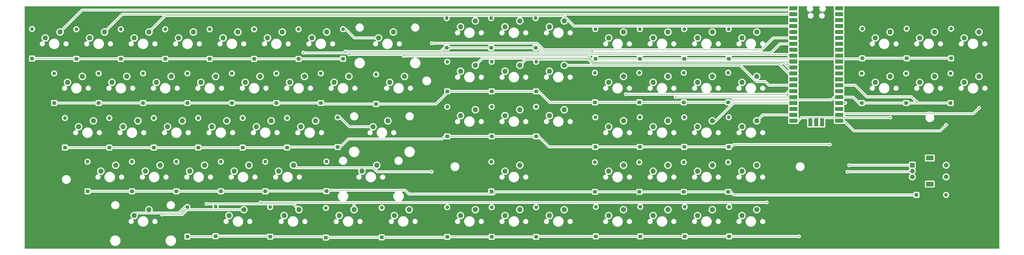
<source format=gbr>
%TF.GenerationSoftware,KiCad,Pcbnew,8.99.0-3334-g98ae574c78*%
%TF.CreationDate,2025-06-08T22:47:57-05:00*%
%TF.ProjectId,CircuitCyboard-Right,43697263-7569-4744-9379-626f6172642d,rev?*%
%TF.SameCoordinates,Original*%
%TF.FileFunction,Copper,L1,Top*%
%TF.FilePolarity,Positive*%
%FSLAX46Y46*%
G04 Gerber Fmt 4.6, Leading zero omitted, Abs format (unit mm)*
G04 Created by KiCad (PCBNEW 8.99.0-3334-g98ae574c78) date 2025-06-08 22:47:57*
%MOMM*%
%LPD*%
G01*
G04 APERTURE LIST*
%TA.AperFunction,ComponentPad*%
%ADD10C,2.200000*%
%TD*%
%TA.AperFunction,ComponentPad*%
%ADD11R,2.000000X2.000000*%
%TD*%
%TA.AperFunction,ComponentPad*%
%ADD12C,2.000000*%
%TD*%
%TA.AperFunction,ComponentPad*%
%ADD13R,3.200000X2.000000*%
%TD*%
%TA.AperFunction,ComponentPad*%
%ADD14O,1.700000X1.700000*%
%TD*%
%TA.AperFunction,SMDPad,CuDef*%
%ADD15R,3.500000X1.700000*%
%TD*%
%TA.AperFunction,ComponentPad*%
%ADD16R,1.700000X1.700000*%
%TD*%
%TA.AperFunction,SMDPad,CuDef*%
%ADD17R,1.700000X3.500000*%
%TD*%
%TA.AperFunction,ComponentPad*%
%ADD18R,1.600000X1.600000*%
%TD*%
%TA.AperFunction,ComponentPad*%
%ADD19O,1.600000X1.600000*%
%TD*%
%TA.AperFunction,ViaPad*%
%ADD20C,0.600000*%
%TD*%
%TA.AperFunction,Conductor*%
%ADD21C,0.200000*%
%TD*%
G04 APERTURE END LIST*
D10*
%TO.P,SW62,1,1*%
%TO.N,Col13*%
X337840100Y-110140000D03*
%TO.P,SW62,2,2*%
%TO.N,Net-(D62-A)*%
X331490100Y-112680000D03*
%TD*%
%TO.P,SW4,1,1*%
%TO.N,Col0*%
X82032500Y-91090000D03*
%TO.P,SW4,2,2*%
%TO.N,Net-(D4-A)*%
X75682500Y-93630000D03*
%TD*%
%TO.P,SW36,1,1*%
%TO.N,Col8*%
X236240100Y-48227500D03*
%TO.P,SW36,2,2*%
%TO.N,Net-(D36-A)*%
X229890100Y-50767500D03*
%TD*%
%TO.P,SW47,1,1*%
%TO.N,Col10*%
X274340100Y-110140000D03*
%TO.P,SW47,2,2*%
%TO.N,Net-(D47-A)*%
X267990100Y-112680000D03*
%TD*%
%TO.P,SW52,1,1*%
%TO.N,Col11*%
X299740100Y-110140000D03*
%TO.P,SW52,2,2*%
%TO.N,Net-(D52-A)*%
X293390100Y-112680000D03*
%TD*%
%TO.P,SW2,1,1*%
%TO.N,Col0*%
X67745000Y-52990000D03*
%TO.P,SW2,2,2*%
%TO.N,Net-(D2-A)*%
X61395000Y-55530000D03*
%TD*%
%TO.P,SW61,1,1*%
%TO.N,Col13*%
X337840100Y-91090000D03*
%TO.P,SW61,2,2*%
%TO.N,Net-(D61-A)*%
X331490100Y-93630000D03*
%TD*%
%TO.P,SW66,1,1*%
%TO.N,Col14*%
X356890100Y-91090000D03*
%TO.P,SW66,2,2*%
%TO.N,Net-(D66-A)*%
X350540100Y-93630000D03*
%TD*%
%TO.P,SW59,1,1*%
%TO.N,Col13*%
X337840100Y-52990000D03*
%TO.P,SW59,2,2*%
%TO.N,Net-(D59-A)*%
X331490100Y-55530000D03*
%TD*%
%TO.P,SW39,1,1*%
%TO.N,Col9*%
X255290100Y-29177500D03*
%TO.P,SW39,2,2*%
%TO.N,Net-(D39-A)*%
X248940100Y-31717500D03*
%TD*%
D11*
%TO.P,SW72,A,A*%
%TO.N,RE-A*%
X423565100Y-91090000D03*
D12*
%TO.P,SW72,B,B*%
%TO.N,RE-B*%
X423565100Y-96090000D03*
%TO.P,SW72,C,C*%
%TO.N,GND*%
X423565100Y-93590000D03*
D13*
%TO.P,SW72,MP*%
%TO.N,N/C*%
X431065100Y-87990000D03*
X431065100Y-99190000D03*
D12*
%TO.P,SW72,S1,S1*%
%TO.N,Net-(D70-A)*%
X438065100Y-96090000D03*
%TO.P,SW72,S2,S2*%
%TO.N,Col16*%
X438065100Y-91090000D03*
%TD*%
D10*
%TO.P,SW41,1,1*%
%TO.N,Col9*%
X255290100Y-67277500D03*
%TO.P,SW41,2,2*%
%TO.N,Net-(D41-A)*%
X248940100Y-69817500D03*
%TD*%
%TO.P,SW27,1,1*%
%TO.N,Col5*%
X162995000Y-52990000D03*
%TO.P,SW27,2,2*%
%TO.N,Net-(D27-A)*%
X156645000Y-55530000D03*
%TD*%
%TO.P,SW1,1,1*%
%TO.N,Col0*%
X58220000Y-33940000D03*
%TO.P,SW1,2,2*%
%TO.N,Net-(D1-A)*%
X51870000Y-36480000D03*
%TD*%
%TO.P,SW9,1,1*%
%TO.N,Col1*%
X101082500Y-91090000D03*
%TO.P,SW9,2,2*%
%TO.N,Net-(D9-A)*%
X94732500Y-93630000D03*
%TD*%
%TO.P,SW19,1,1*%
%TO.N,Col3*%
X139182500Y-91090000D03*
%TO.P,SW19,2,2*%
%TO.N,Net-(D19-A)*%
X132832500Y-93630000D03*
%TD*%
%TO.P,SW53,1,1*%
%TO.N,Col12*%
X318790100Y-33940000D03*
%TO.P,SW53,2,2*%
%TO.N,Net-(D53-A)*%
X312440100Y-36480000D03*
%TD*%
%TO.P,SW26,1,1*%
%TO.N,Col5*%
X153470000Y-33940000D03*
%TO.P,SW26,2,2*%
%TO.N,Net-(D26-A)*%
X147120000Y-36480000D03*
%TD*%
%TO.P,SW54,1,1*%
%TO.N,Col12*%
X318790100Y-52990000D03*
%TO.P,SW54,2,2*%
%TO.N,Net-(D54-A)*%
X312440100Y-55530000D03*
%TD*%
%TO.P,SW69,1,1*%
%TO.N,Col15*%
X414040100Y-52990000D03*
%TO.P,SW69,2,2*%
%TO.N,Net-(D69-A)*%
X407690100Y-55530000D03*
%TD*%
%TO.P,SW35,1,1*%
%TO.N,Col8*%
X236240100Y-29177500D03*
%TO.P,SW35,2,2*%
%TO.N,Net-(D35-A)*%
X229890100Y-31717500D03*
%TD*%
%TO.P,SW48,1,1*%
%TO.N,Col11*%
X299740100Y-33940000D03*
%TO.P,SW48,2,2*%
%TO.N,Net-(D48-A)*%
X293390100Y-36480000D03*
%TD*%
%TO.P,SW13,1,1*%
%TO.N,Col2*%
X110607500Y-72040000D03*
%TO.P,SW13,2,2*%
%TO.N,Net-(D13-A)*%
X104257500Y-74580000D03*
%TD*%
%TO.P,SW67,1,1*%
%TO.N,Col14*%
X356890100Y-110140000D03*
%TO.P,SW67,2,2*%
%TO.N,Net-(D67-A)*%
X350540100Y-112680000D03*
%TD*%
%TO.P,SW32,1,1*%
%TO.N,Col6*%
X198713500Y-72040000D03*
%TO.P,SW32,2,2*%
%TO.N,Net-(D32-A)*%
X192363500Y-74580000D03*
%TD*%
%TO.P,SW73,1,1*%
%TO.N,Col17*%
X452140100Y-33940000D03*
%TO.P,SW73,2,2*%
%TO.N,Net-(D73-A)*%
X445790100Y-36480000D03*
%TD*%
%TO.P,SW14,1,1*%
%TO.N,Col2*%
X120132500Y-91090000D03*
%TO.P,SW14,2,2*%
%TO.N,Net-(D14-A)*%
X113782500Y-93630000D03*
%TD*%
%TO.P,SW7,1,1*%
%TO.N,Col1*%
X86795000Y-52990000D03*
%TO.P,SW7,2,2*%
%TO.N,Net-(D7-A)*%
X80445000Y-55530000D03*
%TD*%
%TO.P,SW11,1,1*%
%TO.N,Col2*%
X96320000Y-33940000D03*
%TO.P,SW11,2,2*%
%TO.N,Net-(D11-A)*%
X89970000Y-36480000D03*
%TD*%
%TO.P,SW8,1,1*%
%TO.N,Col1*%
X91557500Y-72040000D03*
%TO.P,SW8,2,2*%
%TO.N,Net-(D8-A)*%
X85207500Y-74580000D03*
%TD*%
%TO.P,SW10,1,1*%
%TO.N,Col1*%
X136992300Y-110140000D03*
%TO.P,SW10,2,2*%
%TO.N,Net-(D10-A)*%
X130642300Y-112680000D03*
%TD*%
%TO.P,SW70,1,1*%
%TO.N,Col16*%
X433090100Y-33940000D03*
%TO.P,SW70,2,2*%
%TO.N,Net-(D71-A)*%
X426740100Y-36480000D03*
%TD*%
%TO.P,SW63,1,1*%
%TO.N,Col14*%
X356890100Y-33940000D03*
%TO.P,SW63,2,2*%
%TO.N,Net-(D63-A)*%
X350540100Y-36480000D03*
%TD*%
%TO.P,SW20,1,1*%
%TO.N,Col3*%
X184235200Y-110140000D03*
%TO.P,SW20,2,2*%
%TO.N,Net-(D20-A)*%
X177885200Y-112680000D03*
%TD*%
%TO.P,SW30,1,1*%
%TO.N,Col6*%
X172520000Y-33940000D03*
%TO.P,SW30,2,2*%
%TO.N,Net-(D30-A)*%
X166170000Y-36480000D03*
%TD*%
%TO.P,SW58,1,1*%
%TO.N,Col13*%
X337840100Y-33940000D03*
%TO.P,SW58,2,2*%
%TO.N,Net-(D58-A)*%
X331490100Y-36480000D03*
%TD*%
%TO.P,SW23,1,1*%
%TO.N,Col4*%
X148707500Y-72040000D03*
%TO.P,SW23,2,2*%
%TO.N,Net-(D23-A)*%
X142357500Y-74580000D03*
%TD*%
%TO.P,SW40,1,1*%
%TO.N,Col9*%
X255290100Y-48227500D03*
%TO.P,SW40,2,2*%
%TO.N,Net-(D40-A)*%
X248940100Y-50767500D03*
%TD*%
%TO.P,SW17,1,1*%
%TO.N,Col3*%
X124895000Y-52990000D03*
%TO.P,SW17,2,2*%
%TO.N,Net-(D17-A)*%
X118545000Y-55530000D03*
%TD*%
%TO.P,SW31,1,1*%
%TO.N,Col6*%
X182045000Y-52990000D03*
%TO.P,SW31,2,2*%
%TO.N,Net-(D31-A)*%
X175695000Y-55530000D03*
%TD*%
%TO.P,SW55,1,1*%
%TO.N,Col12*%
X318790100Y-72040000D03*
%TO.P,SW55,2,2*%
%TO.N,Net-(D55-A)*%
X312440100Y-74580000D03*
%TD*%
%TO.P,SW12,1,1*%
%TO.N,Col2*%
X105845000Y-52990000D03*
%TO.P,SW12,2,2*%
%TO.N,Net-(D12-A)*%
X99495000Y-55530000D03*
%TD*%
%TO.P,SW25,1,1*%
%TO.N,Col4*%
X207856600Y-110140000D03*
%TO.P,SW25,2,2*%
%TO.N,Net-(D25-A)*%
X201506600Y-112680000D03*
%TD*%
%TO.P,SW57,1,1*%
%TO.N,Col12*%
X318790100Y-110140000D03*
%TO.P,SW57,2,2*%
%TO.N,Net-(D57-A)*%
X312440100Y-112680000D03*
%TD*%
%TO.P,SW65,1,1*%
%TO.N,Col14*%
X356890100Y-72040000D03*
%TO.P,SW65,2,2*%
%TO.N,Net-(D65-A)*%
X350540100Y-74580000D03*
%TD*%
%TO.P,SW5,1,1*%
%TO.N,Col0*%
X96320000Y-110140000D03*
%TO.P,SW5,2,2*%
%TO.N,Net-(D5-A)*%
X89970000Y-112680000D03*
%TD*%
%TO.P,SW18,1,1*%
%TO.N,Col3*%
X129657500Y-72040000D03*
%TO.P,SW18,2,2*%
%TO.N,Net-(D18-A)*%
X123307500Y-74580000D03*
%TD*%
%TO.P,SW45,1,1*%
%TO.N,Col10*%
X274340100Y-48227500D03*
%TO.P,SW45,2,2*%
%TO.N,Net-(D45-A)*%
X267990100Y-50767500D03*
%TD*%
%TO.P,SW29,1,1*%
%TO.N,Col5*%
X193951500Y-91090000D03*
%TO.P,SW29,2,2*%
%TO.N,Net-(D29-A)*%
X187601500Y-93630000D03*
%TD*%
%TO.P,SW51,1,1*%
%TO.N,Col11*%
X299740100Y-91090000D03*
%TO.P,SW51,2,2*%
%TO.N,Net-(D51-A)*%
X293390100Y-93630000D03*
%TD*%
%TO.P,SW33,1,1*%
%TO.N,Col7*%
X201095000Y-33940000D03*
%TO.P,SW33,2,2*%
%TO.N,Net-(D33-A)*%
X194745000Y-36480000D03*
%TD*%
%TO.P,SW50,1,1*%
%TO.N,Col11*%
X299740100Y-72040000D03*
%TO.P,SW50,2,2*%
%TO.N,Net-(D50-A)*%
X293390100Y-74580000D03*
%TD*%
%TO.P,SW46,1,1*%
%TO.N,Col10*%
X274340100Y-67277500D03*
%TO.P,SW46,2,2*%
%TO.N,Net-(D46-A)*%
X267990100Y-69817500D03*
%TD*%
%TO.P,SW16,1,1*%
%TO.N,Col3*%
X115370000Y-33940000D03*
%TO.P,SW16,2,2*%
%TO.N,Net-(D16-A)*%
X109020000Y-36480000D03*
%TD*%
%TO.P,SW28,1,1*%
%TO.N,Col5*%
X167757500Y-72040000D03*
%TO.P,SW28,2,2*%
%TO.N,Net-(D28-A)*%
X161407500Y-74580000D03*
%TD*%
%TO.P,SW44,1,1*%
%TO.N,Col10*%
X274340100Y-29177500D03*
%TO.P,SW44,2,2*%
%TO.N,Net-(D44-A)*%
X267990100Y-31717500D03*
%TD*%
%TO.P,SW34,1,1*%
%TO.N,Col7*%
X205857500Y-52990000D03*
%TO.P,SW34,2,2*%
%TO.N,Net-(D34-A)*%
X199507500Y-55530000D03*
%TD*%
%TO.P,SW68,1,1*%
%TO.N,Col15*%
X414040100Y-33940000D03*
%TO.P,SW68,2,2*%
%TO.N,Net-(D68-A)*%
X407690100Y-36480000D03*
%TD*%
%TO.P,SW74,1,1*%
%TO.N,Col17*%
X452140100Y-52990000D03*
%TO.P,SW74,2,2*%
%TO.N,Net-(D74-A)*%
X445790100Y-55530000D03*
%TD*%
%TO.P,SW49,1,1*%
%TO.N,Col11*%
X299740100Y-52990000D03*
%TO.P,SW49,2,2*%
%TO.N,Net-(D49-A)*%
X293390100Y-55530000D03*
%TD*%
%TO.P,SW71,1,1*%
%TO.N,Col16*%
X433090100Y-52990000D03*
%TO.P,SW71,2,2*%
%TO.N,Net-(D72-A)*%
X426740100Y-55530000D03*
%TD*%
%TO.P,SW38,1,1*%
%TO.N,Col8*%
X236240100Y-110140000D03*
%TO.P,SW38,2,2*%
%TO.N,Net-(D38-A)*%
X229890100Y-112680000D03*
%TD*%
%TO.P,SW60,1,1*%
%TO.N,Col13*%
X337840100Y-72040000D03*
%TO.P,SW60,2,2*%
%TO.N,Net-(D60-A)*%
X331490100Y-74580000D03*
%TD*%
D14*
%TO.P,U1,1,GPIO0*%
%TO.N,Col0*%
X373485000Y-23770000D03*
D15*
X372585000Y-23770000D03*
D14*
%TO.P,U1,2,GPIO1*%
%TO.N,Col1*%
X373485000Y-26310000D03*
D15*
X372585000Y-26310000D03*
D16*
%TO.P,U1,3,GND*%
%TO.N,unconnected-(U1-GND-Pad3)*%
X373485000Y-28850000D03*
D15*
X372585000Y-28850000D03*
D14*
%TO.P,U1,4,GPIO2*%
%TO.N,Col2*%
X373485000Y-31390000D03*
D15*
X372585000Y-31390000D03*
D14*
%TO.P,U1,5,GPIO3*%
%TO.N,Col3*%
X373485000Y-33930000D03*
D15*
X372585000Y-33930000D03*
D14*
%TO.P,U1,6,GPIO4*%
%TO.N,Col4*%
X373485000Y-36470000D03*
D15*
X372585000Y-36470000D03*
D14*
%TO.P,U1,7,GPIO5*%
%TO.N,Col5*%
X373485000Y-39010000D03*
D15*
X372585000Y-39010000D03*
D16*
%TO.P,U1,8,GND*%
%TO.N,unconnected-(U1-GND-Pad8)*%
X373485000Y-41550000D03*
D15*
X372585000Y-41550000D03*
D14*
%TO.P,U1,9,GPIO6*%
%TO.N,Col6*%
X373485000Y-44090000D03*
D15*
X372585000Y-44090000D03*
D14*
%TO.P,U1,10,GPIO7*%
%TO.N,Col7*%
X373485000Y-46630000D03*
D15*
X372585000Y-46630000D03*
D14*
%TO.P,U1,11,GPIO8*%
%TO.N,Col8*%
X373485000Y-49170000D03*
D15*
X372585000Y-49170000D03*
D14*
%TO.P,U1,12,GPIO9*%
%TO.N,Col9*%
X373485000Y-51710000D03*
D15*
X372585000Y-51710000D03*
D16*
%TO.P,U1,13,GND*%
%TO.N,unconnected-(U1-GND-Pad13)*%
X373485000Y-54250000D03*
D15*
X372585000Y-54250000D03*
D14*
%TO.P,U1,14,GPIO10*%
%TO.N,Col10*%
X373485000Y-56790000D03*
D15*
X372585000Y-56790000D03*
D14*
%TO.P,U1,15,GPIO11*%
%TO.N,Col11*%
X373485000Y-59330000D03*
D15*
X372585000Y-59330000D03*
D14*
%TO.P,U1,16,GPIO12*%
%TO.N,Col12*%
X373485000Y-61870000D03*
D15*
X372585000Y-61870000D03*
D14*
%TO.P,U1,17,GPIO13*%
%TO.N,Col13*%
X373485000Y-64410000D03*
D15*
X372585000Y-64410000D03*
D16*
%TO.P,U1,18,GND*%
%TO.N,unconnected-(U1-GND-Pad18)*%
X373485000Y-66950000D03*
D15*
X372585000Y-66950000D03*
D14*
%TO.P,U1,19,GPIO14*%
%TO.N,Col14*%
X373485000Y-69490000D03*
D15*
X372585000Y-69490000D03*
D14*
%TO.P,U1,20,GPIO15*%
%TO.N,Col15*%
X373485000Y-72030000D03*
D15*
X372585000Y-72030000D03*
D14*
%TO.P,U1,21,GPIO16*%
%TO.N,Col16*%
X391265000Y-72030000D03*
D15*
X392165000Y-72030000D03*
D14*
%TO.P,U1,22,GPIO17*%
%TO.N,Col17*%
X391265000Y-69490000D03*
D15*
X392165000Y-69490000D03*
D16*
%TO.P,U1,23,GND*%
%TO.N,unconnected-(U1-GND-Pad23)*%
X391265000Y-66950000D03*
D15*
X392165000Y-66950000D03*
D14*
%TO.P,U1,24,GPIO18*%
%TO.N,Row0*%
X391265000Y-64410000D03*
D15*
X392165000Y-64410000D03*
D14*
%TO.P,U1,25,GPIO19*%
%TO.N,Row1*%
X391265000Y-61870000D03*
D15*
X392165000Y-61870000D03*
D14*
%TO.P,U1,26,GPIO20*%
%TO.N,Row2*%
X391265000Y-59330000D03*
D15*
X392165000Y-59330000D03*
D14*
%TO.P,U1,27,GPIO21*%
%TO.N,Row3*%
X391265000Y-56790000D03*
D15*
X392165000Y-56790000D03*
D16*
%TO.P,U1,28,GND*%
%TO.N,GND*%
X391265000Y-54250000D03*
D15*
X392165000Y-54250000D03*
D14*
%TO.P,U1,29,GPIO22*%
%TO.N,Row4*%
X391265000Y-51710000D03*
D15*
X392165000Y-51710000D03*
D14*
%TO.P,U1,30,RUN*%
%TO.N,unconnected-(U1-RUN-Pad30)*%
X391265000Y-49170000D03*
D15*
X392165000Y-49170000D03*
D14*
%TO.P,U1,31,GPIO26_ADC0*%
%TO.N,RE-A*%
X391265000Y-46630000D03*
D15*
X392165000Y-46630000D03*
D14*
%TO.P,U1,32,GPIO27_ADC1*%
%TO.N,RE-B*%
X391265000Y-44090000D03*
D15*
X392165000Y-44090000D03*
D16*
%TO.P,U1,33,AGND*%
%TO.N,unconnected-(U1-AGND-Pad33)*%
X391265000Y-41550000D03*
D15*
X392165000Y-41550000D03*
D14*
%TO.P,U1,34,GPIO28_ADC2*%
%TO.N,unconnected-(U1-GPIO28_ADC2-Pad34)*%
X391265000Y-39010000D03*
D15*
X392165000Y-39010000D03*
D14*
%TO.P,U1,35,ADC_VREF*%
%TO.N,unconnected-(U1-ADC_VREF-Pad35)*%
X391265000Y-36470000D03*
D15*
X392165000Y-36470000D03*
D14*
%TO.P,U1,36,3V3*%
%TO.N,unconnected-(U1-3V3-Pad36)*%
X391265000Y-33930000D03*
D15*
X392165000Y-33930000D03*
D14*
%TO.P,U1,37,3V3_EN*%
%TO.N,unconnected-(U1-3V3_EN-Pad37)*%
X391265000Y-31390000D03*
D15*
X392165000Y-31390000D03*
D16*
%TO.P,U1,38,GND*%
%TO.N,unconnected-(U1-GND-Pad38)*%
X391265000Y-28850000D03*
D15*
X392165000Y-28850000D03*
D14*
%TO.P,U1,39,VSYS*%
%TO.N,unconnected-(U1-VSYS-Pad39)*%
X391265000Y-26310000D03*
D15*
X392165000Y-26310000D03*
D14*
%TO.P,U1,40,VBUS*%
%TO.N,unconnected-(U1-VBUS-Pad40)*%
X391265000Y-23770000D03*
D15*
X392165000Y-23770000D03*
D14*
%TO.P,U1,41,SWCLK*%
%TO.N,unconnected-(U1-SWCLK-Pad41)*%
X379835000Y-71800000D03*
D17*
X379835000Y-72700000D03*
D16*
%TO.P,U1,42,GND*%
%TO.N,unconnected-(U1-GND-Pad42)*%
X382375000Y-71800000D03*
D17*
X382375000Y-72700000D03*
D14*
%TO.P,U1,43,SWDIO*%
%TO.N,unconnected-(U1-SWDIO-Pad43)*%
X384915000Y-71800000D03*
D17*
X384915000Y-72700000D03*
%TD*%
D10*
%TO.P,SW43,1,1*%
%TO.N,Col9*%
X255290100Y-110140000D03*
%TO.P,SW43,2,2*%
%TO.N,Net-(D43-A)*%
X248940100Y-112680000D03*
%TD*%
%TO.P,SW22,1,1*%
%TO.N,Col4*%
X143945000Y-52990000D03*
%TO.P,SW22,2,2*%
%TO.N,Net-(D22-A)*%
X137595000Y-55530000D03*
%TD*%
%TO.P,SW21,1,1*%
%TO.N,Col4*%
X134420000Y-33940000D03*
%TO.P,SW21,2,2*%
%TO.N,Net-(D21-A)*%
X128070000Y-36480000D03*
%TD*%
%TO.P,SW6,1,1*%
%TO.N,Col1*%
X77270000Y-33940000D03*
%TO.P,SW6,2,2*%
%TO.N,Net-(D6-A)*%
X70920000Y-36480000D03*
%TD*%
%TO.P,SW15,1,1*%
%TO.N,Col2*%
X160613800Y-110140000D03*
%TO.P,SW15,2,2*%
%TO.N,Net-(D15-A)*%
X154263800Y-112680000D03*
%TD*%
%TO.P,SW24,1,1*%
%TO.N,Col4*%
X158232500Y-91090000D03*
%TO.P,SW24,2,2*%
%TO.N,Net-(D24-A)*%
X151882500Y-93630000D03*
%TD*%
%TO.P,SW3,1,1*%
%TO.N,Col0*%
X72507500Y-72040000D03*
%TO.P,SW3,2,2*%
%TO.N,Net-(D3-A)*%
X66157500Y-74580000D03*
%TD*%
%TO.P,SW64,1,1*%
%TO.N,Col14*%
X356890100Y-52990000D03*
%TO.P,SW64,2,2*%
%TO.N,Net-(D64-A)*%
X350540100Y-55530000D03*
%TD*%
%TO.P,SW42,1,1*%
%TO.N,Col9*%
X255290100Y-91090000D03*
%TO.P,SW42,2,2*%
%TO.N,Net-(D42-A)*%
X248940100Y-93630000D03*
%TD*%
%TO.P,SW56,1,1*%
%TO.N,Col12*%
X318790100Y-91090000D03*
%TO.P,SW56,2,2*%
%TO.N,Net-(D56-A)*%
X312440100Y-93630000D03*
%TD*%
%TO.P,SW37,1,1*%
%TO.N,Col8*%
X236240100Y-67277500D03*
%TO.P,SW37,2,2*%
%TO.N,Net-(D37-A)*%
X229890100Y-69817500D03*
%TD*%
D18*
%TO.P,D58,1,K*%
%TO.N,Row0*%
X325780000Y-45420000D03*
D19*
%TO.P,D58,2,A*%
%TO.N,Net-(D58-A)*%
X325780000Y-32720000D03*
%TD*%
D18*
%TO.P,D11,1,K*%
%TO.N,Row0*%
X84230000Y-45470000D03*
D19*
%TO.P,D11,2,A*%
%TO.N,Net-(D11-A)*%
X84230000Y-32770000D03*
%TD*%
D18*
%TO.P,D6,1,K*%
%TO.N,Row0*%
X65180000Y-45470000D03*
D19*
%TO.P,D6,2,A*%
%TO.N,Net-(D6-A)*%
X65180000Y-32770000D03*
%TD*%
D18*
%TO.P,D16,1,K*%
%TO.N,Row0*%
X103280000Y-45470000D03*
D19*
%TO.P,D16,2,A*%
%TO.N,Net-(D16-A)*%
X103280000Y-32770000D03*
%TD*%
D18*
%TO.P,D72,1,K*%
%TO.N,Row1*%
X420930000Y-64420000D03*
D19*
%TO.P,D72,2,A*%
%TO.N,Net-(D72-A)*%
X420930000Y-51720000D03*
%TD*%
D18*
%TO.P,D39,1,K*%
%TO.N,Row0*%
X243030000Y-40720000D03*
D19*
%TO.P,D39,2,A*%
%TO.N,Net-(D39-A)*%
X243030000Y-28020000D03*
%TD*%
D18*
%TO.P,D68,1,K*%
%TO.N,Row0*%
X402080000Y-45220000D03*
D19*
%TO.P,D68,2,A*%
%TO.N,Net-(D68-A)*%
X402080000Y-32520000D03*
%TD*%
D18*
%TO.P,D69,1,K*%
%TO.N,Row1*%
X401880000Y-64420000D03*
D19*
%TO.P,D69,2,A*%
%TO.N,Net-(D69-A)*%
X401880000Y-51720000D03*
%TD*%
D18*
%TO.P,D22,1,K*%
%TO.N,Row1*%
X131880000Y-64420000D03*
D19*
%TO.P,D22,2,A*%
%TO.N,Net-(D22-A)*%
X131880000Y-51720000D03*
%TD*%
D18*
%TO.P,D43,1,K*%
%TO.N,Row4*%
X243230000Y-121820000D03*
D19*
%TO.P,D43,2,A*%
%TO.N,Net-(D43-A)*%
X243230000Y-109120000D03*
%TD*%
D18*
%TO.P,D57,1,K*%
%TO.N,Row4*%
X306930000Y-121620000D03*
D19*
%TO.P,D57,2,A*%
%TO.N,Net-(D57-A)*%
X306930000Y-108920000D03*
%TD*%
D18*
%TO.P,D14,1,K*%
%TO.N,Row3*%
X108080000Y-102270000D03*
D19*
%TO.P,D14,2,A*%
%TO.N,Net-(D14-A)*%
X108080000Y-89570000D03*
%TD*%
D18*
%TO.P,D50,1,K*%
%TO.N,Row2*%
X287680000Y-83220000D03*
D19*
%TO.P,D50,2,A*%
%TO.N,Net-(D50-A)*%
X287680000Y-70520000D03*
%TD*%
D18*
%TO.P,D7,1,K*%
%TO.N,Row1*%
X74730000Y-64420000D03*
D19*
%TO.P,D7,2,A*%
%TO.N,Net-(D7-A)*%
X74730000Y-51720000D03*
%TD*%
D18*
%TO.P,D27,1,K*%
%TO.N,Row1*%
X150930000Y-64420000D03*
D19*
%TO.P,D27,2,A*%
%TO.N,Net-(D27-A)*%
X150930000Y-51720000D03*
%TD*%
D18*
%TO.P,D31,1,K*%
%TO.N,Row1*%
X169980000Y-64420000D03*
D19*
%TO.P,D31,2,A*%
%TO.N,Net-(D31-A)*%
X169980000Y-51720000D03*
%TD*%
D18*
%TO.P,D3,1,K*%
%TO.N,Row2*%
X60280000Y-83520000D03*
D19*
%TO.P,D3,2,A*%
%TO.N,Net-(D3-A)*%
X60280000Y-70820000D03*
%TD*%
D18*
%TO.P,D8,1,K*%
%TO.N,Row2*%
X79330000Y-83520000D03*
D19*
%TO.P,D8,2,A*%
%TO.N,Net-(D8-A)*%
X79330000Y-70820000D03*
%TD*%
D18*
%TO.P,D67,1,K*%
%TO.N,Row4*%
X345030000Y-121620000D03*
D19*
%TO.P,D67,2,A*%
%TO.N,Net-(D67-A)*%
X345030000Y-108920000D03*
%TD*%
D18*
%TO.P,D47,1,K*%
%TO.N,Row4*%
X262280000Y-121820000D03*
D19*
%TO.P,D47,2,A*%
%TO.N,Net-(D47-A)*%
X262280000Y-109120000D03*
%TD*%
D18*
%TO.P,D36,1,K*%
%TO.N,Row1*%
X224180000Y-59420000D03*
D19*
%TO.P,D36,2,A*%
%TO.N,Net-(D36-A)*%
X224180000Y-46720000D03*
%TD*%
D18*
%TO.P,D65,1,K*%
%TO.N,Row2*%
X344830000Y-83220000D03*
D19*
%TO.P,D65,2,A*%
%TO.N,Net-(D65-A)*%
X344830000Y-70520000D03*
%TD*%
D18*
%TO.P,D48,1,K*%
%TO.N,Row0*%
X287680000Y-45420000D03*
D19*
%TO.P,D48,2,A*%
%TO.N,Net-(D48-A)*%
X287680000Y-32720000D03*
%TD*%
D18*
%TO.P,D19,1,K*%
%TO.N,Row3*%
X127130000Y-102270000D03*
D19*
%TO.P,D19,2,A*%
%TO.N,Net-(D19-A)*%
X127130000Y-89570000D03*
%TD*%
D18*
%TO.P,D38,1,K*%
%TO.N,Row4*%
X224180000Y-121820000D03*
D19*
%TO.P,D38,2,A*%
%TO.N,Net-(D38-A)*%
X224180000Y-109120000D03*
%TD*%
D18*
%TO.P,D20,1,K*%
%TO.N,Row4*%
X172180000Y-122120000D03*
D19*
%TO.P,D20,2,A*%
%TO.N,Net-(D20-A)*%
X172180000Y-109420000D03*
%TD*%
D18*
%TO.P,D34,1,K*%
%TO.N,Row1*%
X193680000Y-64820000D03*
D19*
%TO.P,D34,2,A*%
%TO.N,Net-(D34-A)*%
X193680000Y-52120000D03*
%TD*%
D18*
%TO.P,D63,1,K*%
%TO.N,Row0*%
X344830000Y-45420000D03*
D19*
%TO.P,D63,2,A*%
%TO.N,Net-(D63-A)*%
X344830000Y-32720000D03*
%TD*%
D18*
%TO.P,D73,1,K*%
%TO.N,Row0*%
X440180000Y-45220000D03*
D19*
%TO.P,D73,2,A*%
%TO.N,Net-(D73-A)*%
X440180000Y-32520000D03*
%TD*%
D18*
%TO.P,D54,1,K*%
%TO.N,Row1*%
X306530000Y-64120000D03*
D19*
%TO.P,D54,2,A*%
%TO.N,Net-(D54-A)*%
X306530000Y-51420000D03*
%TD*%
D18*
%TO.P,D37,1,K*%
%TO.N,Row2*%
X224180000Y-78720000D03*
D19*
%TO.P,D37,2,A*%
%TO.N,Net-(D37-A)*%
X224180000Y-66020000D03*
%TD*%
D18*
%TO.P,D55,1,K*%
%TO.N,Row2*%
X306730000Y-83220000D03*
D19*
%TO.P,D55,2,A*%
%TO.N,Net-(D55-A)*%
X306730000Y-70520000D03*
%TD*%
D18*
%TO.P,D70,1,K*%
%TO.N,Row3*%
X425330000Y-103820000D03*
D19*
%TO.P,D70,2,A*%
%TO.N,Net-(D70-A)*%
X438030000Y-103820000D03*
%TD*%
D18*
%TO.P,D56,1,K*%
%TO.N,Row3*%
X306530000Y-102520000D03*
D19*
%TO.P,D56,2,A*%
%TO.N,Net-(D56-A)*%
X306530000Y-89820000D03*
%TD*%
D18*
%TO.P,D26,1,K*%
%TO.N,Row0*%
X141380000Y-45470000D03*
D19*
%TO.P,D26,2,A*%
%TO.N,Net-(D26-A)*%
X141380000Y-32770000D03*
%TD*%
D18*
%TO.P,D25,1,K*%
%TO.N,Row4*%
X196080000Y-122020000D03*
D19*
%TO.P,D25,2,A*%
%TO.N,Net-(D25-A)*%
X196080000Y-109320000D03*
%TD*%
D18*
%TO.P,D32,1,K*%
%TO.N,Row2*%
X177200000Y-83300000D03*
D19*
%TO.P,D32,2,A*%
%TO.N,Net-(D32-A)*%
X177200000Y-70600000D03*
%TD*%
D18*
%TO.P,D42,1,K*%
%TO.N,Row3*%
X243080000Y-102320000D03*
D19*
%TO.P,D42,2,A*%
%TO.N,Net-(D42-A)*%
X243080000Y-89620000D03*
%TD*%
D18*
%TO.P,D45,1,K*%
%TO.N,Row1*%
X262280000Y-59420000D03*
D19*
%TO.P,D45,2,A*%
%TO.N,Net-(D45-A)*%
X262280000Y-46720000D03*
%TD*%
D18*
%TO.P,D23,1,K*%
%TO.N,Row2*%
X136480000Y-83520000D03*
D19*
%TO.P,D23,2,A*%
%TO.N,Net-(D23-A)*%
X136480000Y-70820000D03*
%TD*%
D18*
%TO.P,D21,1,K*%
%TO.N,Row0*%
X122330000Y-45470000D03*
D19*
%TO.P,D21,2,A*%
%TO.N,Net-(D21-A)*%
X122330000Y-32770000D03*
%TD*%
D18*
%TO.P,D64,1,K*%
%TO.N,Row1*%
X344630000Y-64120000D03*
D19*
%TO.P,D64,2,A*%
%TO.N,Net-(D64-A)*%
X344630000Y-51420000D03*
%TD*%
D18*
%TO.P,D4,1,K*%
%TO.N,Row3*%
X69980000Y-102270000D03*
D19*
%TO.P,D4,2,A*%
%TO.N,Net-(D4-A)*%
X69980000Y-89570000D03*
%TD*%
D18*
%TO.P,D35,1,K*%
%TO.N,Row0*%
X223980000Y-40720000D03*
D19*
%TO.P,D35,2,A*%
%TO.N,Net-(D35-A)*%
X223980000Y-28020000D03*
%TD*%
D18*
%TO.P,D74,1,K*%
%TO.N,Row1*%
X439980000Y-64420000D03*
D19*
%TO.P,D74,2,A*%
%TO.N,Net-(D74-A)*%
X439980000Y-51720000D03*
%TD*%
D18*
%TO.P,D40,1,K*%
%TO.N,Row1*%
X243230000Y-59420000D03*
D19*
%TO.P,D40,2,A*%
%TO.N,Net-(D40-A)*%
X243230000Y-46720000D03*
%TD*%
D18*
%TO.P,D30,1,K*%
%TO.N,Row0*%
X160430000Y-45470000D03*
D19*
%TO.P,D30,2,A*%
%TO.N,Net-(D30-A)*%
X160430000Y-32770000D03*
%TD*%
D18*
%TO.P,D44,1,K*%
%TO.N,Row0*%
X262080000Y-40720000D03*
D19*
%TO.P,D44,2,A*%
%TO.N,Net-(D44-A)*%
X262080000Y-28020000D03*
%TD*%
D18*
%TO.P,D51,1,K*%
%TO.N,Row3*%
X287480000Y-102520000D03*
D19*
%TO.P,D51,2,A*%
%TO.N,Net-(D51-A)*%
X287480000Y-89820000D03*
%TD*%
D18*
%TO.P,D29,1,K*%
%TO.N,Row3*%
X172400000Y-102200000D03*
D19*
%TO.P,D29,2,A*%
%TO.N,Net-(D29-A)*%
X172400000Y-89500000D03*
%TD*%
D18*
%TO.P,D12,1,K*%
%TO.N,Row1*%
X93780000Y-64420000D03*
D19*
%TO.P,D12,2,A*%
%TO.N,Net-(D12-A)*%
X93780000Y-51720000D03*
%TD*%
D18*
%TO.P,D41,1,K*%
%TO.N,Row2*%
X243230000Y-78720000D03*
D19*
%TO.P,D41,2,A*%
%TO.N,Net-(D41-A)*%
X243230000Y-66020000D03*
%TD*%
D18*
%TO.P,D15,1,K*%
%TO.N,Row4*%
X148280000Y-121720000D03*
D19*
%TO.P,D15,2,A*%
%TO.N,Net-(D15-A)*%
X148280000Y-109020000D03*
%TD*%
D18*
%TO.P,D62,1,K*%
%TO.N,Row4*%
X325980000Y-121620000D03*
D19*
%TO.P,D62,2,A*%
%TO.N,Net-(D62-A)*%
X325980000Y-108920000D03*
%TD*%
D18*
%TO.P,D1,1,K*%
%TO.N,Row0*%
X46180000Y-45320000D03*
D19*
%TO.P,D1,2,A*%
%TO.N,Net-(D1-A)*%
X46180000Y-32620000D03*
%TD*%
D18*
%TO.P,D52,1,K*%
%TO.N,Row4*%
X287880000Y-121620000D03*
D19*
%TO.P,D52,2,A*%
%TO.N,Net-(D52-A)*%
X287880000Y-108920000D03*
%TD*%
D18*
%TO.P,D61,1,K*%
%TO.N,Row3*%
X325580000Y-102520000D03*
D19*
%TO.P,D61,2,A*%
%TO.N,Net-(D61-A)*%
X325580000Y-89820000D03*
%TD*%
D18*
%TO.P,D66,1,K*%
%TO.N,Row3*%
X344630000Y-102520000D03*
D19*
%TO.P,D66,2,A*%
%TO.N,Net-(D66-A)*%
X344630000Y-89820000D03*
%TD*%
D18*
%TO.P,D13,1,K*%
%TO.N,Row2*%
X98380000Y-83520000D03*
D19*
%TO.P,D13,2,A*%
%TO.N,Net-(D13-A)*%
X98380000Y-70820000D03*
%TD*%
D18*
%TO.P,D46,1,K*%
%TO.N,Row2*%
X262280000Y-78720000D03*
D19*
%TO.P,D46,2,A*%
%TO.N,Net-(D46-A)*%
X262280000Y-66020000D03*
%TD*%
D18*
%TO.P,D18,1,K*%
%TO.N,Row2*%
X117430000Y-83520000D03*
D19*
%TO.P,D18,2,A*%
%TO.N,Net-(D18-A)*%
X117430000Y-70820000D03*
%TD*%
D18*
%TO.P,D28,1,K*%
%TO.N,Row2*%
X155530000Y-83520000D03*
D19*
%TO.P,D28,2,A*%
%TO.N,Net-(D28-A)*%
X155530000Y-70820000D03*
%TD*%
D18*
%TO.P,D10,1,K*%
%TO.N,Row4*%
X124880000Y-121520000D03*
D19*
%TO.P,D10,2,A*%
%TO.N,Net-(D10-A)*%
X124880000Y-108820000D03*
%TD*%
D18*
%TO.P,D9,1,K*%
%TO.N,Row3*%
X89030000Y-102270000D03*
D19*
%TO.P,D9,2,A*%
%TO.N,Net-(D9-A)*%
X89030000Y-89570000D03*
%TD*%
D18*
%TO.P,D71,1,K*%
%TO.N,Row0*%
X421130000Y-45220000D03*
D19*
%TO.P,D71,2,A*%
%TO.N,Net-(D71-A)*%
X421130000Y-32520000D03*
%TD*%
D18*
%TO.P,D5,1,K*%
%TO.N,Row4*%
X112800000Y-121700000D03*
D19*
%TO.P,D5,2,A*%
%TO.N,Net-(D5-A)*%
X112800000Y-109000000D03*
%TD*%
D18*
%TO.P,D49,1,K*%
%TO.N,Row1*%
X287480000Y-64120000D03*
D19*
%TO.P,D49,2,A*%
%TO.N,Net-(D49-A)*%
X287480000Y-51420000D03*
%TD*%
D18*
%TO.P,D17,1,K*%
%TO.N,Row1*%
X112830000Y-64420000D03*
D19*
%TO.P,D17,2,A*%
%TO.N,Net-(D17-A)*%
X112830000Y-51720000D03*
%TD*%
D18*
%TO.P,D53,1,K*%
%TO.N,Row0*%
X306730000Y-45420000D03*
D19*
%TO.P,D53,2,A*%
%TO.N,Net-(D53-A)*%
X306730000Y-32720000D03*
%TD*%
D18*
%TO.P,D24,1,K*%
%TO.N,Row3*%
X146180000Y-102270000D03*
D19*
%TO.P,D24,2,A*%
%TO.N,Net-(D24-A)*%
X146180000Y-89570000D03*
%TD*%
D18*
%TO.P,D60,1,K*%
%TO.N,Row2*%
X325780000Y-83220000D03*
D19*
%TO.P,D60,2,A*%
%TO.N,Net-(D60-A)*%
X325780000Y-70520000D03*
%TD*%
D18*
%TO.P,D59,1,K*%
%TO.N,Row1*%
X325580000Y-64120000D03*
D19*
%TO.P,D59,2,A*%
%TO.N,Net-(D59-A)*%
X325580000Y-51420000D03*
%TD*%
D18*
%TO.P,D33,1,K*%
%TO.N,Row0*%
X179500000Y-45420000D03*
D19*
%TO.P,D33,2,A*%
%TO.N,Net-(D33-A)*%
X179500000Y-32720000D03*
%TD*%
D18*
%TO.P,D2,1,K*%
%TO.N,Row1*%
X55680000Y-64420000D03*
D19*
%TO.P,D2,2,A*%
%TO.N,Net-(D2-A)*%
X55680000Y-51720000D03*
%TD*%
D20*
%TO.N,Row0*%
X180485300Y-42299900D03*
X394762900Y-64410000D03*
X286378400Y-42177900D03*
%TO.N,Row2*%
X388160800Y-82204300D03*
%TO.N,Row3*%
X425330000Y-63800000D03*
%TO.N,Row4*%
X375000000Y-121620000D03*
%TO.N,Col16*%
X438065100Y-73800000D03*
%TO.N,RE-A*%
X396500000Y-91090000D03*
%TO.N,GND*%
X395800000Y-93893500D03*
%TO.N,Col17*%
X452228200Y-66500000D03*
%TO.N,Col1*%
X101895700Y-112280100D03*
%TO.N,Col2*%
X120945700Y-107669000D03*
%TO.N,Col3*%
X361174800Y-107058000D03*
X144160900Y-107058000D03*
%TO.N,Col4*%
X217525600Y-93893500D03*
X217525600Y-38775400D03*
%TO.N,Col5*%
X162464300Y-42779600D03*
%TO.N,Col6*%
X182045000Y-43569000D03*
%TO.N,Col7*%
X205551200Y-44214400D03*
%TO.N,Col11*%
X300756500Y-60651200D03*
%TO.N,Col12*%
X322108500Y-61870000D03*
%TO.N,Col15*%
X414090800Y-70648300D03*
%TD*%
D21*
%TO.N,Row0*%
X103830900Y-45470000D02*
X104381700Y-45470000D01*
X160430000Y-45470000D02*
X141380000Y-45470000D01*
X391265000Y-64410000D02*
X394762900Y-64410000D01*
X63928300Y-45320000D02*
X64078300Y-45470000D01*
X286378400Y-42177900D02*
X264639600Y-42177900D01*
X223980000Y-40720000D02*
X243030000Y-40720000D01*
X103830900Y-45470000D02*
X103280000Y-45470000D01*
X400978300Y-45220000D02*
X400778300Y-45420000D01*
X262080000Y-40720000D02*
X243030000Y-40720000D01*
X64629200Y-45470000D02*
X65180000Y-45470000D01*
X400778300Y-45420000D02*
X344830000Y-45420000D01*
X46180000Y-45320000D02*
X63928300Y-45320000D01*
X103280000Y-45470000D02*
X84230000Y-45470000D01*
X262080000Y-40720000D02*
X263181700Y-40720000D01*
X264639600Y-42177900D02*
X263181700Y-40720000D01*
X221298400Y-42299900D02*
X222878300Y-40720000D01*
X179500000Y-45420000D02*
X161581700Y-45420000D01*
X122330000Y-45470000D02*
X104381700Y-45470000D01*
X64629200Y-45470000D02*
X64078300Y-45470000D01*
X402080000Y-45220000D02*
X400978300Y-45220000D01*
X223980000Y-40720000D02*
X222878300Y-40720000D01*
X160980900Y-45470000D02*
X161531700Y-45470000D01*
X344830000Y-45420000D02*
X325780000Y-45420000D01*
X160980900Y-45470000D02*
X160430000Y-45470000D01*
X161581700Y-45420000D02*
X161531700Y-45470000D01*
X440180000Y-45220000D02*
X421130000Y-45220000D01*
X421130000Y-45220000D02*
X402080000Y-45220000D01*
X287680000Y-45420000D02*
X306730000Y-45420000D01*
X141380000Y-45470000D02*
X122330000Y-45470000D01*
X306730000Y-45420000D02*
X325780000Y-45420000D01*
X65180000Y-45470000D02*
X84230000Y-45470000D01*
X180485300Y-42299900D02*
X221298400Y-42299900D01*
%TO.N,Row1*%
X306530000Y-64120000D02*
X287480000Y-64120000D01*
X345731700Y-64120000D02*
X346776600Y-63075100D01*
X170530900Y-64420000D02*
X169980000Y-64420000D01*
X344630000Y-64120000D02*
X325580000Y-64120000D01*
X224730900Y-59420000D02*
X219330900Y-64820000D01*
X169980000Y-64420000D02*
X150930000Y-64420000D01*
X398228300Y-61870000D02*
X400778300Y-64420000D01*
X219330900Y-64820000D02*
X193680000Y-64820000D01*
X344630000Y-64120000D02*
X345731700Y-64120000D01*
X401880000Y-64420000D02*
X400778300Y-64420000D01*
X55680000Y-64420000D02*
X74730000Y-64420000D01*
X325580000Y-64120000D02*
X306530000Y-64120000D01*
X150930000Y-64420000D02*
X131880000Y-64420000D01*
X439980000Y-64420000D02*
X420930000Y-64420000D01*
X93780000Y-64420000D02*
X74730000Y-64420000D01*
X391265000Y-61870000D02*
X398228300Y-61870000D01*
X268081700Y-64120000D02*
X263381700Y-59420000D01*
X388908200Y-63075100D02*
X390113300Y-61870000D01*
X224730900Y-59420000D02*
X225281700Y-59420000D01*
X262280000Y-59420000D02*
X263381700Y-59420000D01*
X93780000Y-64420000D02*
X112830000Y-64420000D01*
X193680000Y-64820000D02*
X171481700Y-64820000D01*
X112830000Y-64420000D02*
X131880000Y-64420000D01*
X287480000Y-64120000D02*
X268081700Y-64120000D01*
X262280000Y-59420000D02*
X243230000Y-59420000D01*
X170530900Y-64420000D02*
X171081700Y-64420000D01*
X346776600Y-63075100D02*
X388908200Y-63075100D01*
X171481700Y-64820000D02*
X171081700Y-64420000D01*
X401880000Y-64420000D02*
X420930000Y-64420000D01*
X243230000Y-59420000D02*
X225281700Y-59420000D01*
X391265000Y-61870000D02*
X390113300Y-61870000D01*
X224180000Y-59420000D02*
X224730900Y-59420000D01*
%TO.N,Row2*%
X98380000Y-83520000D02*
X80431700Y-83520000D01*
X79330000Y-83520000D02*
X60280000Y-83520000D01*
X156631700Y-83520000D02*
X156851700Y-83300000D01*
X155530000Y-83520000D02*
X156631700Y-83520000D01*
X79330000Y-83520000D02*
X80431700Y-83520000D01*
X267881700Y-83220000D02*
X287680000Y-83220000D01*
X155530000Y-83520000D02*
X136480000Y-83520000D01*
X262280000Y-78720000D02*
X243230000Y-78720000D01*
X263381700Y-78720000D02*
X267881700Y-83220000D01*
X181780000Y-79821700D02*
X221976600Y-79821700D01*
X156851700Y-83300000D02*
X177200000Y-83300000D01*
X262280000Y-78720000D02*
X263381700Y-78720000D01*
X178301700Y-83300000D02*
X181780000Y-79821700D01*
X117430000Y-83520000D02*
X136480000Y-83520000D01*
X117430000Y-83520000D02*
X98380000Y-83520000D01*
X388160800Y-82204300D02*
X346947400Y-82204300D01*
X224180000Y-78720000D02*
X223078300Y-78720000D01*
X325780000Y-83220000D02*
X306730000Y-83220000D01*
X287680000Y-83220000D02*
X288781700Y-83220000D01*
X306730000Y-83220000D02*
X288781700Y-83220000D01*
X221976600Y-79821700D02*
X223078300Y-78720000D01*
X177200000Y-83300000D02*
X178301700Y-83300000D01*
X344830000Y-83220000D02*
X345931700Y-83220000D01*
X243230000Y-78720000D02*
X224180000Y-78720000D01*
X325780000Y-83220000D02*
X344830000Y-83220000D01*
X346947400Y-82204300D02*
X345931700Y-83220000D01*
%TO.N,Row3*%
X147351700Y-102200000D02*
X147281700Y-102270000D01*
X244210100Y-103221700D02*
X243995300Y-103436500D01*
X172400000Y-102200000D02*
X173501700Y-102200000D01*
X344630000Y-102520000D02*
X325580000Y-102520000D01*
X206159600Y-101818500D02*
X173883200Y-101818500D01*
X404108200Y-61748200D02*
X399150000Y-56790000D01*
X345180900Y-102520000D02*
X344630000Y-102520000D01*
X399150000Y-56790000D02*
X391265000Y-56790000D01*
X172400000Y-102200000D02*
X147351700Y-102200000D01*
X244181700Y-102491600D02*
X244210100Y-102520000D01*
X244181700Y-102320000D02*
X244181700Y-102491600D01*
X207777600Y-103436500D02*
X206159600Y-101818500D01*
X244210100Y-102520000D02*
X286378300Y-102520000D01*
X244210100Y-102520000D02*
X244210100Y-103221700D01*
X89030000Y-102270000D02*
X106978300Y-102270000D01*
X69980000Y-102270000D02*
X89030000Y-102270000D01*
X173883200Y-101818500D02*
X173501700Y-102200000D01*
X325580000Y-102520000D02*
X307631700Y-102520000D01*
X146180000Y-102270000D02*
X147281700Y-102270000D01*
X127130000Y-102270000D02*
X108080000Y-102270000D01*
X287480000Y-102520000D02*
X286378300Y-102520000D01*
X306530000Y-102520000D02*
X307631700Y-102520000D01*
X243995300Y-103436500D02*
X207777600Y-103436500D01*
X345180900Y-102520000D02*
X345731700Y-102520000D01*
X287480000Y-102520000D02*
X306530000Y-102520000D01*
X108080000Y-102270000D02*
X106978300Y-102270000D01*
X423278200Y-61748200D02*
X404108200Y-61748200D01*
X243080000Y-102320000D02*
X244181700Y-102320000D01*
X347031700Y-103820000D02*
X345731700Y-102520000D01*
X425330000Y-103820000D02*
X347031700Y-103820000D01*
X146180000Y-102270000D02*
X127130000Y-102270000D01*
X425330000Y-63800000D02*
X423278200Y-61748200D01*
%TO.N,Row4*%
X172180000Y-122120000D02*
X173281700Y-122120000D01*
X123598300Y-121700000D02*
X123778300Y-121520000D01*
X147729200Y-121720000D02*
X148280000Y-121720000D01*
X263581700Y-121620000D02*
X263381700Y-121820000D01*
X112800000Y-121700000D02*
X123598300Y-121700000D01*
X173381700Y-122020000D02*
X196080000Y-122020000D01*
X223629200Y-121820000D02*
X224180000Y-121820000D01*
X196080000Y-122020000D02*
X222878300Y-122020000D01*
X262280000Y-121820000D02*
X243230000Y-121820000D01*
X262280000Y-121820000D02*
X263381700Y-121820000D01*
X124880000Y-121520000D02*
X146978300Y-121520000D01*
X325980000Y-121620000D02*
X345030000Y-121620000D01*
X147729200Y-121720000D02*
X147178300Y-121720000D01*
X222878300Y-122020000D02*
X223078300Y-121820000D01*
X148280000Y-121720000D02*
X170678300Y-121720000D01*
X287880000Y-121620000D02*
X263581700Y-121620000D01*
X345030000Y-121620000D02*
X375000000Y-121620000D01*
X124329200Y-121520000D02*
X124880000Y-121520000D01*
X224180000Y-121820000D02*
X243230000Y-121820000D01*
X172180000Y-122120000D02*
X171078300Y-122120000D01*
X223629200Y-121820000D02*
X223078300Y-121820000D01*
X146978300Y-121520000D02*
X147178300Y-121720000D01*
X170678300Y-121720000D02*
X171078300Y-122120000D01*
X287880000Y-121620000D02*
X306930000Y-121620000D01*
X124329200Y-121520000D02*
X123778300Y-121520000D01*
X325980000Y-121620000D02*
X306930000Y-121620000D01*
X173281700Y-122120000D02*
X173381700Y-122020000D01*
%TO.N,Net-(D5-A)*%
X91078300Y-111571700D02*
X89970000Y-112680000D01*
X109126600Y-111571700D02*
X91078300Y-111571700D01*
X111698300Y-109000000D02*
X109126600Y-111571700D01*
X112800000Y-109000000D02*
X111698300Y-109000000D01*
%TO.N,Net-(D32-A)*%
X177200000Y-70600000D02*
X178301700Y-70600000D01*
X178301700Y-70600000D02*
X182281700Y-74580000D01*
X182281700Y-74580000D02*
X192363500Y-74580000D01*
%TO.N,Net-(D33-A)*%
X179500000Y-32720000D02*
X180601700Y-32720000D01*
X184361700Y-36480000D02*
X194745000Y-36480000D01*
X180601700Y-32720000D02*
X184361700Y-36480000D01*
%TO.N,Col16*%
X398546400Y-76359700D02*
X394216700Y-72030000D01*
X435505400Y-76359700D02*
X398546400Y-76359700D01*
X394216700Y-72030000D02*
X391265000Y-72030000D01*
X438065100Y-73800000D02*
X435505400Y-76359700D01*
%TO.N,RE-A*%
X423565100Y-91090000D02*
X396500000Y-91090000D01*
%TO.N,GND*%
X423261600Y-93893500D02*
X423565100Y-93590000D01*
X395800000Y-93893500D02*
X423261600Y-93893500D01*
%TO.N,Col17*%
X394709700Y-68997000D02*
X394216700Y-69490000D01*
X430271158Y-68699000D02*
X429973158Y-68997000D01*
X452228200Y-66500000D02*
X449731200Y-68997000D01*
X432226842Y-68997000D02*
X431928842Y-68699000D01*
X394216700Y-69490000D02*
X391265000Y-69490000D01*
X449731200Y-68997000D02*
X432226842Y-68997000D01*
X429973158Y-68997000D02*
X394709700Y-68997000D01*
X431928842Y-68699000D02*
X430271158Y-68699000D01*
%TO.N,Col0*%
X372755000Y-24500000D02*
X67660000Y-24500000D01*
X67660000Y-24500000D02*
X58220000Y-33940000D01*
X373485000Y-23770000D02*
X372755000Y-24500000D01*
%TO.N,Col1*%
X373485000Y-26310000D02*
X84900000Y-26310000D01*
X84900000Y-26310000D02*
X77270000Y-33940000D01*
X112649700Y-110140000D02*
X110509600Y-112280100D01*
X136992300Y-110140000D02*
X112649700Y-110140000D01*
X110509600Y-112280100D02*
X101895700Y-112280100D01*
%TO.N,Col2*%
X274054900Y-26909900D02*
X103350100Y-26909900D01*
X278535000Y-31390000D02*
X274054900Y-26909900D01*
X158142800Y-107669000D02*
X160613800Y-110140000D01*
X373485000Y-31390000D02*
X278535000Y-31390000D01*
X103350100Y-26909900D02*
X96320000Y-33940000D01*
X120945700Y-107669000D02*
X158142800Y-107669000D01*
%TO.N,Col3*%
X184235200Y-110140000D02*
X184235200Y-107058000D01*
X184235200Y-107058000D02*
X361174800Y-107058000D01*
X144160900Y-107058000D02*
X184235200Y-107058000D01*
%TO.N,Col4*%
X192511200Y-92189700D02*
X159332200Y-92189700D01*
X358856300Y-41576200D02*
X265530900Y-41576200D01*
X194215000Y-93893500D02*
X192511200Y-92189700D01*
X159332200Y-92189700D02*
X158232500Y-91090000D01*
X265530900Y-41576200D02*
X262730100Y-38775400D01*
X217525600Y-93893500D02*
X194215000Y-93893500D01*
X373485000Y-36470000D02*
X363962500Y-36470000D01*
X363962500Y-36470000D02*
X358856300Y-41576200D01*
X262730100Y-38775400D02*
X217525600Y-38775400D01*
%TO.N,Col5*%
X162586300Y-42901600D02*
X362923400Y-42901600D01*
X366815000Y-39010000D02*
X373485000Y-39010000D01*
X362923400Y-42901600D02*
X366815000Y-39010000D01*
X162464300Y-42779600D02*
X162586300Y-42901600D01*
%TO.N,Col6*%
X370533300Y-44090000D02*
X370012300Y-43569000D01*
X370012300Y-43569000D02*
X182045000Y-43569000D01*
X373485000Y-44090000D02*
X370533300Y-44090000D01*
%TO.N,Col7*%
X205551200Y-44214400D02*
X284490700Y-44214400D01*
X373485000Y-46630000D02*
X370533300Y-46630000D01*
X285320200Y-45143900D02*
X286980000Y-46803700D01*
X285320200Y-45043900D02*
X285320200Y-45143900D01*
X284490700Y-44214400D02*
X285320200Y-45043900D01*
X370359600Y-46803700D02*
X370533300Y-46630000D01*
X286980000Y-46803700D02*
X370359600Y-46803700D01*
%TO.N,Col8*%
X236240100Y-48227500D02*
X239323700Y-45143900D01*
X284752300Y-45143900D02*
X284918500Y-45310100D01*
X368568700Y-47205400D02*
X370533300Y-49170000D01*
X284918500Y-45310100D02*
X284918500Y-45310200D01*
X239323700Y-45143900D02*
X284752300Y-45143900D01*
X284918500Y-45310200D02*
X286813700Y-47205400D01*
X286813700Y-47205400D02*
X368568700Y-47205400D01*
X373485000Y-49170000D02*
X370533300Y-49170000D01*
%TO.N,Col9*%
X257926700Y-45590900D02*
X284631200Y-45590900D01*
X255290100Y-48227500D02*
X257926700Y-45590900D01*
X366430400Y-47607100D02*
X370533300Y-51710000D01*
X286647400Y-47607100D02*
X366430400Y-47607100D01*
X373485000Y-51710000D02*
X370533300Y-51710000D01*
X284631200Y-45590900D02*
X286647400Y-47607100D01*
%TO.N,Col10*%
X356658900Y-55166500D02*
X360480700Y-55166500D01*
X360480700Y-55166500D02*
X362104200Y-56790000D01*
X274340100Y-48227500D02*
X349719900Y-48227500D01*
X362104200Y-56790000D02*
X373485000Y-56790000D01*
X349719900Y-48227500D02*
X356658900Y-55166500D01*
%TO.N,Col11*%
X373485000Y-59330000D02*
X370533300Y-59330000D01*
X370533300Y-59330000D02*
X369212100Y-60651200D01*
X369212100Y-60651200D02*
X300756500Y-60651200D01*
%TO.N,Col12*%
X373485000Y-61870000D02*
X322108500Y-61870000D01*
%TO.N,Col13*%
X339274700Y-72040000D02*
X346904700Y-64410000D01*
X346904700Y-64410000D02*
X373485000Y-64410000D01*
X337840100Y-72040000D02*
X339274700Y-72040000D01*
%TO.N,Col14*%
X359440100Y-69490000D02*
X356890100Y-72040000D01*
X373485000Y-69490000D02*
X359440100Y-69490000D01*
%TO.N,Col15*%
X373485000Y-72030000D02*
X374636700Y-72030000D01*
X374636700Y-72030000D02*
X376018400Y-70648300D01*
X376018400Y-70648300D02*
X414090800Y-70648300D01*
%TD*%
%TA.AperFunction,NonConductor*%
G36*
X370277540Y-26930185D02*
G01*
X370323295Y-26982989D01*
X370334501Y-27034500D01*
X370334501Y-27207876D01*
X370340908Y-27267483D01*
X370391202Y-27402328D01*
X370391203Y-27402330D01*
X370468578Y-27505689D01*
X370492995Y-27571153D01*
X370478144Y-27639426D01*
X370468578Y-27654311D01*
X370391203Y-27757669D01*
X370391202Y-27757671D01*
X370340908Y-27892517D01*
X370334501Y-27952116D01*
X370334501Y-27952123D01*
X370334500Y-27952135D01*
X370334500Y-29747870D01*
X370334501Y-29747876D01*
X370340908Y-29807483D01*
X370391202Y-29942328D01*
X370391203Y-29942330D01*
X370468578Y-30045689D01*
X370492995Y-30111153D01*
X370478144Y-30179426D01*
X370468578Y-30194311D01*
X370391203Y-30297669D01*
X370391202Y-30297671D01*
X370340908Y-30432517D01*
X370334501Y-30492116D01*
X370334501Y-30492123D01*
X370334500Y-30492135D01*
X370334500Y-30665500D01*
X370314815Y-30732539D01*
X370262011Y-30778294D01*
X370210500Y-30789500D01*
X278835097Y-30789500D01*
X278768058Y-30769815D01*
X278747416Y-30753181D01*
X275116416Y-27122181D01*
X275082931Y-27060858D01*
X275087915Y-26991166D01*
X275129787Y-26935233D01*
X275195251Y-26910816D01*
X275204097Y-26910500D01*
X370210501Y-26910500D01*
X370277540Y-26930185D01*
G37*
%TD.AperFunction*%
%TA.AperFunction,NonConductor*%
G36*
X260827309Y-39379694D02*
G01*
X260840745Y-39378734D01*
X260860181Y-39389347D01*
X260881425Y-39395585D01*
X260890243Y-39405762D01*
X260902068Y-39412219D01*
X260912681Y-39431656D01*
X260927180Y-39448389D01*
X260929096Y-39461720D01*
X260935552Y-39473543D01*
X260933972Y-39495627D01*
X260937124Y-39517547D01*
X260931419Y-39531319D01*
X260930567Y-39543234D01*
X260913653Y-39574209D01*
X260896752Y-39596788D01*
X260836203Y-39677669D01*
X260836202Y-39677671D01*
X260785908Y-39812517D01*
X260779501Y-39872116D01*
X260779501Y-39872123D01*
X260779500Y-39872135D01*
X260779500Y-39995500D01*
X260759815Y-40062539D01*
X260707011Y-40108294D01*
X260655500Y-40119500D01*
X244454499Y-40119500D01*
X244387460Y-40099815D01*
X244341705Y-40047011D01*
X244330499Y-39995500D01*
X244330499Y-39872129D01*
X244330498Y-39872123D01*
X244330497Y-39872116D01*
X244324091Y-39812517D01*
X244298894Y-39744961D01*
X244273797Y-39677671D01*
X244273796Y-39677669D01*
X244213248Y-39596788D01*
X244196346Y-39574210D01*
X244171930Y-39508747D01*
X244186781Y-39440474D01*
X244236186Y-39391068D01*
X244295614Y-39375900D01*
X260814386Y-39375900D01*
X260827309Y-39379694D01*
G37*
%TD.AperFunction*%
%TA.AperFunction,NonConductor*%
G36*
X241831425Y-39395585D02*
G01*
X241877180Y-39448389D01*
X241887124Y-39517547D01*
X241863653Y-39574210D01*
X241846752Y-39596788D01*
X241786203Y-39677669D01*
X241786202Y-39677671D01*
X241735908Y-39812517D01*
X241729501Y-39872116D01*
X241729501Y-39872123D01*
X241729500Y-39872135D01*
X241729500Y-39995500D01*
X241709815Y-40062539D01*
X241657011Y-40108294D01*
X241605500Y-40119500D01*
X225404499Y-40119500D01*
X225337460Y-40099815D01*
X225291705Y-40047011D01*
X225280499Y-39995500D01*
X225280499Y-39872129D01*
X225280498Y-39872123D01*
X225280497Y-39872116D01*
X225274091Y-39812517D01*
X225248894Y-39744961D01*
X225223797Y-39677671D01*
X225223796Y-39677669D01*
X225163248Y-39596788D01*
X225146346Y-39574210D01*
X225121930Y-39508747D01*
X225136781Y-39440474D01*
X225186186Y-39391068D01*
X225245614Y-39375900D01*
X241764386Y-39375900D01*
X241831425Y-39395585D01*
G37*
%TD.AperFunction*%
%TA.AperFunction,NonConductor*%
G36*
X370277540Y-37090185D02*
G01*
X370323295Y-37142989D01*
X370334501Y-37194500D01*
X370334501Y-37367876D01*
X370340908Y-37427483D01*
X370391202Y-37562328D01*
X370391203Y-37562330D01*
X370468578Y-37665689D01*
X370492995Y-37731153D01*
X370478144Y-37799426D01*
X370468578Y-37814311D01*
X370391203Y-37917669D01*
X370391202Y-37917671D01*
X370340908Y-38052517D01*
X370337900Y-38080500D01*
X370334501Y-38112123D01*
X370334500Y-38112135D01*
X370334500Y-38285500D01*
X370314815Y-38352539D01*
X370262011Y-38398294D01*
X370210500Y-38409500D01*
X366735940Y-38409500D01*
X366695019Y-38420464D01*
X366695019Y-38420465D01*
X366657751Y-38430451D01*
X366583214Y-38450423D01*
X366583209Y-38450426D01*
X366446290Y-38529475D01*
X366446282Y-38529481D01*
X366378212Y-38597552D01*
X366334480Y-38641284D01*
X366334478Y-38641286D01*
X364518094Y-40457671D01*
X362710984Y-42264781D01*
X362649661Y-42298266D01*
X362623303Y-42301100D01*
X359264510Y-42301100D01*
X359197471Y-42281415D01*
X359151716Y-42228611D01*
X359141772Y-42159453D01*
X359170797Y-42095897D01*
X359181102Y-42085344D01*
X359190964Y-42076379D01*
X359225016Y-42056720D01*
X359336820Y-41944916D01*
X359336821Y-41944913D01*
X364174916Y-37106819D01*
X364236239Y-37073334D01*
X364262597Y-37070500D01*
X370210501Y-37070500D01*
X370277540Y-37090185D01*
G37*
%TD.AperFunction*%
%TA.AperFunction,NonConductor*%
G36*
X241672540Y-41340185D02*
G01*
X241718295Y-41392989D01*
X241729501Y-41444500D01*
X241729501Y-41567876D01*
X241735908Y-41627483D01*
X241786202Y-41762328D01*
X241786206Y-41762335D01*
X241872452Y-41877544D01*
X241872455Y-41877547D01*
X241987664Y-41963793D01*
X241987671Y-41963797D01*
X242122517Y-42014091D01*
X242122516Y-42014091D01*
X242129444Y-42014835D01*
X242182127Y-42020500D01*
X243877872Y-42020499D01*
X243937483Y-42014091D01*
X244072331Y-41963796D01*
X244187546Y-41877546D01*
X244273796Y-41762331D01*
X244324091Y-41627483D01*
X244330500Y-41567873D01*
X244330500Y-41444500D01*
X244350185Y-41377461D01*
X244402989Y-41331706D01*
X244454500Y-41320500D01*
X260655501Y-41320500D01*
X260722540Y-41340185D01*
X260768295Y-41392989D01*
X260779501Y-41444500D01*
X260779501Y-41567876D01*
X260785908Y-41627483D01*
X260836202Y-41762328D01*
X260836206Y-41762335D01*
X260922452Y-41877544D01*
X260922455Y-41877547D01*
X261037664Y-41963793D01*
X261037671Y-41963797D01*
X261172517Y-42014091D01*
X261172516Y-42014091D01*
X261179444Y-42014835D01*
X261232127Y-42020500D01*
X262927872Y-42020499D01*
X262987483Y-42014091D01*
X263122331Y-41963796D01*
X263237546Y-41877546D01*
X263259873Y-41847720D01*
X263315803Y-41805853D01*
X263385494Y-41800868D01*
X263446815Y-41834350D01*
X263446818Y-41834353D01*
X263701884Y-42089419D01*
X263735369Y-42150742D01*
X263730385Y-42220434D01*
X263688513Y-42276367D01*
X263623049Y-42300784D01*
X263614203Y-42301100D01*
X222445797Y-42301100D01*
X222378758Y-42281415D01*
X222333003Y-42228611D01*
X222323059Y-42159453D01*
X222352084Y-42095897D01*
X222358106Y-42089428D01*
X222613184Y-41834349D01*
X222674503Y-41800867D01*
X222744195Y-41805851D01*
X222800126Y-41847719D01*
X222822453Y-41877544D01*
X222822454Y-41877546D01*
X222822455Y-41877547D01*
X222937664Y-41963793D01*
X222937671Y-41963797D01*
X223072517Y-42014091D01*
X223072516Y-42014091D01*
X223079444Y-42014835D01*
X223132127Y-42020500D01*
X224827872Y-42020499D01*
X224887483Y-42014091D01*
X225022331Y-41963796D01*
X225137546Y-41877546D01*
X225223796Y-41762331D01*
X225274091Y-41627483D01*
X225280500Y-41567873D01*
X225280500Y-41444500D01*
X225300185Y-41377461D01*
X225352989Y-41331706D01*
X225404500Y-41320500D01*
X241605501Y-41320500D01*
X241672540Y-41340185D01*
G37*
%TD.AperFunction*%
%TA.AperFunction,NonConductor*%
G36*
X370277540Y-39630185D02*
G01*
X370323295Y-39682989D01*
X370334501Y-39734500D01*
X370334501Y-39907876D01*
X370340908Y-39967483D01*
X370391202Y-40102328D01*
X370391203Y-40102330D01*
X370468578Y-40205689D01*
X370492995Y-40271153D01*
X370478144Y-40339426D01*
X370468578Y-40354311D01*
X370391203Y-40457669D01*
X370391202Y-40457671D01*
X370340908Y-40592517D01*
X370334501Y-40652116D01*
X370334501Y-40652123D01*
X370334500Y-40652135D01*
X370334500Y-42447870D01*
X370334501Y-42447876D01*
X370340908Y-42507483D01*
X370391202Y-42642328D01*
X370391203Y-42642330D01*
X370468578Y-42745689D01*
X370477813Y-42770449D01*
X370490477Y-42793642D01*
X370489831Y-42802670D01*
X370492995Y-42811153D01*
X370487378Y-42836975D01*
X370485493Y-42863334D01*
X370479096Y-42875048D01*
X370478144Y-42879426D01*
X370468578Y-42894309D01*
X370406617Y-42977078D01*
X370350685Y-43018949D01*
X370280994Y-43023933D01*
X370245354Y-43010155D01*
X370244091Y-43009426D01*
X370244087Y-43009424D01*
X370244085Y-43009423D01*
X370244083Y-43009422D01*
X370244082Y-43009422D01*
X370214126Y-43001395D01*
X370091357Y-42968499D01*
X369933243Y-42968499D01*
X369925647Y-42968499D01*
X369925631Y-42968500D01*
X364005097Y-42968500D01*
X363938058Y-42948815D01*
X363892303Y-42896011D01*
X363882359Y-42826853D01*
X363911384Y-42763297D01*
X363917416Y-42756819D01*
X367027416Y-39646819D01*
X367088739Y-39613334D01*
X367115097Y-39610500D01*
X370210501Y-39610500D01*
X370277540Y-39630185D01*
G37*
%TD.AperFunction*%
%TA.AperFunction,NonConductor*%
G36*
X378468741Y-22920185D02*
G01*
X378514496Y-22972989D01*
X378524440Y-23042147D01*
X378502020Y-23097385D01*
X378452187Y-23165974D01*
X378352104Y-23362393D01*
X378352103Y-23362396D01*
X378283985Y-23572047D01*
X378270670Y-23656118D01*
X378249500Y-23789778D01*
X378249500Y-24010222D01*
X378266742Y-24119086D01*
X378283985Y-24227952D01*
X378352103Y-24437603D01*
X378352104Y-24437606D01*
X378452187Y-24634025D01*
X378581752Y-24812358D01*
X378581756Y-24812363D01*
X378737636Y-24968243D01*
X378737641Y-24968247D01*
X378824225Y-25031153D01*
X378915978Y-25097815D01*
X379044375Y-25163237D01*
X379112393Y-25197895D01*
X379112396Y-25197896D01*
X379173250Y-25217668D01*
X379322049Y-25266015D01*
X379539778Y-25300500D01*
X379539779Y-25300500D01*
X379760221Y-25300500D01*
X379760222Y-25300500D01*
X379977951Y-25266015D01*
X380187606Y-25197895D01*
X380384022Y-25097815D01*
X380562365Y-24968242D01*
X380718242Y-24812365D01*
X380847815Y-24634022D01*
X380947895Y-24437606D01*
X381016015Y-24227951D01*
X381050500Y-24010222D01*
X381050500Y-23789778D01*
X381016015Y-23572049D01*
X380947895Y-23362394D01*
X380947895Y-23362393D01*
X380913237Y-23294375D01*
X380847815Y-23165978D01*
X380797980Y-23097385D01*
X380774500Y-23031579D01*
X380790326Y-22963525D01*
X380840431Y-22914830D01*
X380898298Y-22900500D01*
X383851702Y-22900500D01*
X383918741Y-22920185D01*
X383964496Y-22972989D01*
X383974440Y-23042147D01*
X383952020Y-23097385D01*
X383902187Y-23165974D01*
X383802104Y-23362393D01*
X383802103Y-23362396D01*
X383733985Y-23572047D01*
X383720670Y-23656118D01*
X383699500Y-23789778D01*
X383699500Y-24010222D01*
X383716742Y-24119086D01*
X383733985Y-24227952D01*
X383802103Y-24437603D01*
X383802104Y-24437606D01*
X383902187Y-24634025D01*
X384031752Y-24812358D01*
X384031756Y-24812363D01*
X384187636Y-24968243D01*
X384187641Y-24968247D01*
X384274225Y-25031153D01*
X384365978Y-25097815D01*
X384494375Y-25163237D01*
X384562393Y-25197895D01*
X384562396Y-25197896D01*
X384623250Y-25217668D01*
X384772049Y-25266015D01*
X384989778Y-25300500D01*
X384989779Y-25300500D01*
X385210221Y-25300500D01*
X385210222Y-25300500D01*
X385427951Y-25266015D01*
X385637606Y-25197895D01*
X385834022Y-25097815D01*
X386012365Y-24968242D01*
X386168242Y-24812365D01*
X386297815Y-24634022D01*
X386397895Y-24437606D01*
X386466015Y-24227951D01*
X386500500Y-24010222D01*
X386500500Y-23789778D01*
X386466015Y-23572049D01*
X386397895Y-23362394D01*
X386397895Y-23362393D01*
X386363237Y-23294375D01*
X386297815Y-23165978D01*
X386247980Y-23097385D01*
X386224500Y-23031579D01*
X386240326Y-22963525D01*
X386290431Y-22914830D01*
X386348298Y-22900500D01*
X389790500Y-22900500D01*
X389857539Y-22920185D01*
X389903294Y-22972989D01*
X389914500Y-23024500D01*
X389914500Y-24667870D01*
X389914501Y-24667876D01*
X389920908Y-24727483D01*
X389971202Y-24862328D01*
X389971203Y-24862330D01*
X390048578Y-24965689D01*
X390072995Y-25031153D01*
X390058144Y-25099426D01*
X390048578Y-25114311D01*
X389971203Y-25217669D01*
X389971202Y-25217671D01*
X389920908Y-25352517D01*
X389914501Y-25412116D01*
X389914501Y-25412123D01*
X389914500Y-25412135D01*
X389914500Y-27207870D01*
X389914501Y-27207876D01*
X389920908Y-27267483D01*
X389971202Y-27402328D01*
X389971203Y-27402330D01*
X390048578Y-27505689D01*
X390072995Y-27571153D01*
X390058144Y-27639426D01*
X390048578Y-27654311D01*
X389971203Y-27757669D01*
X389971202Y-27757671D01*
X389920908Y-27892517D01*
X389914501Y-27952116D01*
X389914501Y-27952123D01*
X389914500Y-27952135D01*
X389914500Y-29747870D01*
X389914501Y-29747876D01*
X389920908Y-29807483D01*
X389971202Y-29942328D01*
X389971203Y-29942330D01*
X390048578Y-30045689D01*
X390072995Y-30111153D01*
X390058144Y-30179426D01*
X390048578Y-30194311D01*
X389971203Y-30297669D01*
X389971202Y-30297671D01*
X389920908Y-30432517D01*
X389914501Y-30492116D01*
X389914501Y-30492123D01*
X389914500Y-30492135D01*
X389914500Y-32287870D01*
X389914501Y-32287876D01*
X389920908Y-32347483D01*
X389971202Y-32482328D01*
X389971203Y-32482330D01*
X389971204Y-32482331D01*
X390037680Y-32571132D01*
X390048578Y-32585689D01*
X390072995Y-32651153D01*
X390058144Y-32719426D01*
X390048578Y-32734311D01*
X389971203Y-32837669D01*
X389971202Y-32837671D01*
X389920908Y-32972517D01*
X389915887Y-33019223D01*
X389914501Y-33032123D01*
X389914500Y-33032135D01*
X389914500Y-34827870D01*
X389914501Y-34827876D01*
X389920908Y-34887483D01*
X389971202Y-35022328D01*
X389971203Y-35022330D01*
X389971204Y-35022331D01*
X390037680Y-35111132D01*
X390048578Y-35125689D01*
X390072995Y-35191153D01*
X390058144Y-35259426D01*
X390048578Y-35274311D01*
X389971203Y-35377669D01*
X389971202Y-35377671D01*
X389920908Y-35512517D01*
X389917900Y-35540500D01*
X389914501Y-35572123D01*
X389914500Y-35572135D01*
X389914500Y-37367870D01*
X389914501Y-37367876D01*
X389920908Y-37427483D01*
X389971202Y-37562328D01*
X389971203Y-37562330D01*
X390048578Y-37665689D01*
X390072995Y-37731153D01*
X390058144Y-37799426D01*
X390048578Y-37814311D01*
X389971203Y-37917669D01*
X389971202Y-37917671D01*
X389920908Y-38052517D01*
X389917900Y-38080500D01*
X389914501Y-38112123D01*
X389914500Y-38112135D01*
X389914500Y-39907870D01*
X389914501Y-39907876D01*
X389920908Y-39967483D01*
X389971202Y-40102328D01*
X389971203Y-40102330D01*
X390048578Y-40205689D01*
X390072995Y-40271153D01*
X390058144Y-40339426D01*
X390048578Y-40354311D01*
X389971203Y-40457669D01*
X389971202Y-40457671D01*
X389920908Y-40592517D01*
X389914501Y-40652116D01*
X389914501Y-40652123D01*
X389914500Y-40652135D01*
X389914500Y-42447870D01*
X389914501Y-42447876D01*
X389920908Y-42507483D01*
X389971202Y-42642328D01*
X389971203Y-42642330D01*
X390048578Y-42745689D01*
X390072995Y-42811153D01*
X390058144Y-42879426D01*
X390048578Y-42894311D01*
X389971203Y-42997669D01*
X389971202Y-42997671D01*
X389920908Y-43132517D01*
X389914501Y-43192116D01*
X389914500Y-43192127D01*
X389914500Y-43983710D01*
X389914500Y-43983713D01*
X389914500Y-44196287D01*
X389914500Y-44196290D01*
X389914500Y-44495500D01*
X389914501Y-44695500D01*
X389894817Y-44762539D01*
X389842013Y-44808294D01*
X389790501Y-44819500D01*
X374959500Y-44819500D01*
X374892461Y-44799815D01*
X374846706Y-44747011D01*
X374835500Y-44695500D01*
X374835500Y-43976118D01*
X374835499Y-43976100D01*
X374835499Y-43192129D01*
X374835498Y-43192123D01*
X374835497Y-43192116D01*
X374829091Y-43132517D01*
X374784550Y-43013097D01*
X374778797Y-42997671D01*
X374778795Y-42997668D01*
X374701421Y-42894309D01*
X374677004Y-42828848D01*
X374691855Y-42760575D01*
X374701416Y-42745696D01*
X374778796Y-42642331D01*
X374829091Y-42507483D01*
X374835500Y-42447873D01*
X374835499Y-40652128D01*
X374829091Y-40592517D01*
X374778796Y-40457669D01*
X374701421Y-40354309D01*
X374677004Y-40288848D01*
X374691855Y-40220575D01*
X374701416Y-40205696D01*
X374778796Y-40102331D01*
X374829091Y-39967483D01*
X374835500Y-39907873D01*
X374835500Y-39083527D01*
X374835500Y-38903713D01*
X374835500Y-38896118D01*
X374835499Y-38896100D01*
X374835499Y-38112129D01*
X374835498Y-38112123D01*
X374835497Y-38112116D01*
X374829091Y-38052517D01*
X374824790Y-38040986D01*
X374778797Y-37917671D01*
X374778795Y-37917668D01*
X374701421Y-37814309D01*
X374677004Y-37748848D01*
X374691855Y-37680575D01*
X374701416Y-37665696D01*
X374778796Y-37562331D01*
X374829091Y-37427483D01*
X374835500Y-37367873D01*
X374835500Y-36508000D01*
X374835500Y-36363713D01*
X374835500Y-36356118D01*
X374835499Y-36356100D01*
X374835499Y-35572129D01*
X374835498Y-35572123D01*
X374835497Y-35572116D01*
X374829091Y-35512517D01*
X374828336Y-35510494D01*
X374778797Y-35377671D01*
X374778795Y-35377668D01*
X374701421Y-35274309D01*
X374677004Y-35208848D01*
X374691855Y-35140575D01*
X374701416Y-35125696D01*
X374778796Y-35022331D01*
X374829091Y-34887483D01*
X374835500Y-34827873D01*
X374835500Y-33975220D01*
X374835500Y-33823713D01*
X374835500Y-33816118D01*
X374835499Y-33816100D01*
X374835499Y-33032129D01*
X374835498Y-33032123D01*
X374835497Y-33032116D01*
X374829091Y-32972517D01*
X374818038Y-32942883D01*
X374778797Y-32837671D01*
X374778795Y-32837668D01*
X374768963Y-32824534D01*
X374701421Y-32734309D01*
X374677004Y-32668848D01*
X374691855Y-32600575D01*
X374701416Y-32585696D01*
X374778796Y-32482331D01*
X374829091Y-32347483D01*
X374835500Y-32287873D01*
X374835500Y-31407713D01*
X374835500Y-31283713D01*
X374835500Y-31276118D01*
X374835499Y-31276100D01*
X374835499Y-30492129D01*
X374835498Y-30492123D01*
X374835497Y-30492116D01*
X374829091Y-30432517D01*
X374825984Y-30424188D01*
X374778797Y-30297671D01*
X374778795Y-30297668D01*
X374761735Y-30274879D01*
X374701421Y-30194309D01*
X374677004Y-30128848D01*
X374691855Y-30060575D01*
X374701416Y-30045696D01*
X374778796Y-29942331D01*
X374829091Y-29807483D01*
X374835500Y-29747873D01*
X374835499Y-27952128D01*
X374829091Y-27892517D01*
X374825850Y-27883828D01*
X374778797Y-27757671D01*
X374778795Y-27757668D01*
X374769048Y-27744648D01*
X374701421Y-27654309D01*
X374677004Y-27588848D01*
X374691855Y-27520575D01*
X374701416Y-27505696D01*
X374778796Y-27402331D01*
X374829091Y-27267483D01*
X374835500Y-27207873D01*
X374835500Y-26831577D01*
X378699500Y-26831577D01*
X378699500Y-27028422D01*
X378730290Y-27222826D01*
X378791117Y-27410029D01*
X378869037Y-27562955D01*
X378880476Y-27585405D01*
X378996172Y-27744646D01*
X379135354Y-27883828D01*
X379294595Y-27999524D01*
X379377455Y-28041743D01*
X379469970Y-28088882D01*
X379469972Y-28088882D01*
X379469975Y-28088884D01*
X379570317Y-28121487D01*
X379657173Y-28149709D01*
X379851578Y-28180500D01*
X379851583Y-28180500D01*
X380048422Y-28180500D01*
X380242826Y-28149709D01*
X380288575Y-28134844D01*
X380430025Y-28088884D01*
X380605405Y-27999524D01*
X380764646Y-27883828D01*
X380903828Y-27744646D01*
X381019524Y-27585405D01*
X381108884Y-27410025D01*
X381169709Y-27222826D01*
X381172077Y-27207873D01*
X381200500Y-27028422D01*
X381200500Y-26831577D01*
X383549500Y-26831577D01*
X383549500Y-27028422D01*
X383580290Y-27222826D01*
X383641117Y-27410029D01*
X383719037Y-27562955D01*
X383730476Y-27585405D01*
X383846172Y-27744646D01*
X383985354Y-27883828D01*
X384144595Y-27999524D01*
X384227455Y-28041743D01*
X384319970Y-28088882D01*
X384319972Y-28088882D01*
X384319975Y-28088884D01*
X384420317Y-28121487D01*
X384507173Y-28149709D01*
X384701578Y-28180500D01*
X384701583Y-28180500D01*
X384898422Y-28180500D01*
X385092826Y-28149709D01*
X385138575Y-28134844D01*
X385280025Y-28088884D01*
X385455405Y-27999524D01*
X385614646Y-27883828D01*
X385753828Y-27744646D01*
X385869524Y-27585405D01*
X385958884Y-27410025D01*
X386019709Y-27222826D01*
X386022077Y-27207873D01*
X386050500Y-27028422D01*
X386050500Y-26831577D01*
X386019709Y-26637173D01*
X385958882Y-26449970D01*
X385869523Y-26274594D01*
X385753828Y-26115354D01*
X385614646Y-25976172D01*
X385455405Y-25860476D01*
X385280029Y-25771117D01*
X385092826Y-25710290D01*
X384898422Y-25679500D01*
X384898417Y-25679500D01*
X384701583Y-25679500D01*
X384701578Y-25679500D01*
X384507173Y-25710290D01*
X384319970Y-25771117D01*
X384144594Y-25860476D01*
X384053741Y-25926485D01*
X383985354Y-25976172D01*
X383985352Y-25976174D01*
X383985351Y-25976174D01*
X383846174Y-26115351D01*
X383846174Y-26115352D01*
X383846172Y-26115354D01*
X383796485Y-26183741D01*
X383730476Y-26274594D01*
X383641117Y-26449970D01*
X383580290Y-26637173D01*
X383549500Y-26831577D01*
X381200500Y-26831577D01*
X381169709Y-26637173D01*
X381108882Y-26449970D01*
X381019523Y-26274594D01*
X380903828Y-26115354D01*
X380764646Y-25976172D01*
X380605405Y-25860476D01*
X380430029Y-25771117D01*
X380242826Y-25710290D01*
X380048422Y-25679500D01*
X380048417Y-25679500D01*
X379851583Y-25679500D01*
X379851578Y-25679500D01*
X379657173Y-25710290D01*
X379469970Y-25771117D01*
X379294594Y-25860476D01*
X379203741Y-25926485D01*
X379135354Y-25976172D01*
X379135352Y-25976174D01*
X379135351Y-25976174D01*
X378996174Y-26115351D01*
X378996174Y-26115352D01*
X378996172Y-26115354D01*
X378946485Y-26183741D01*
X378880476Y-26274594D01*
X378791117Y-26449970D01*
X378730290Y-26637173D01*
X378699500Y-26831577D01*
X374835500Y-26831577D01*
X374835500Y-26350323D01*
X374835500Y-26203713D01*
X374835500Y-26196118D01*
X374835499Y-26196100D01*
X374835499Y-25412129D01*
X374835498Y-25412123D01*
X374835497Y-25412116D01*
X374829091Y-25352517D01*
X374778796Y-25217669D01*
X374701421Y-25114309D01*
X374677004Y-25048848D01*
X374691855Y-24980575D01*
X374701416Y-24965696D01*
X374778796Y-24862331D01*
X374829091Y-24727483D01*
X374835500Y-24667873D01*
X374835500Y-23789778D01*
X374835500Y-23663713D01*
X374835500Y-23656118D01*
X374835499Y-23656100D01*
X374835499Y-23024500D01*
X374855184Y-22957461D01*
X374907988Y-22911706D01*
X374959499Y-22900500D01*
X378401702Y-22900500D01*
X378468741Y-22920185D01*
G37*
%TD.AperFunction*%
%TA.AperFunction,NonConductor*%
G36*
X369779242Y-44189185D02*
G01*
X369799884Y-44205819D01*
X370048439Y-44454374D01*
X370048449Y-44454385D01*
X370164585Y-44570521D01*
X370195055Y-44588112D01*
X370243271Y-44638679D01*
X370256495Y-44707286D01*
X370230527Y-44772151D01*
X370173613Y-44812680D01*
X370133056Y-44819500D01*
X346254499Y-44819500D01*
X346187460Y-44799815D01*
X346141705Y-44747011D01*
X346130499Y-44695500D01*
X346130499Y-44572129D01*
X346130498Y-44572123D01*
X346130497Y-44572116D01*
X346124091Y-44512517D01*
X346109027Y-44472129D01*
X346073797Y-44377671D01*
X346073795Y-44377668D01*
X346066417Y-44367812D01*
X346041999Y-44302348D01*
X346056850Y-44234075D01*
X346106254Y-44184669D01*
X346165683Y-44169500D01*
X369712203Y-44169500D01*
X369779242Y-44189185D01*
G37*
%TD.AperFunction*%
%TA.AperFunction,NonConductor*%
G36*
X343507240Y-44173294D02*
G01*
X343520677Y-44172334D01*
X343540113Y-44182947D01*
X343561356Y-44189185D01*
X343570175Y-44199363D01*
X343582000Y-44205820D01*
X343592613Y-44225258D01*
X343607111Y-44241989D01*
X343609027Y-44255319D01*
X343615484Y-44267144D01*
X343613903Y-44289231D01*
X343617055Y-44311147D01*
X343611350Y-44324918D01*
X343610498Y-44336835D01*
X343593583Y-44367812D01*
X343586204Y-44377668D01*
X343586202Y-44377671D01*
X343535908Y-44512517D01*
X343529501Y-44572116D01*
X343529501Y-44572123D01*
X343529500Y-44572135D01*
X343529500Y-44695500D01*
X343509815Y-44762539D01*
X343457011Y-44808294D01*
X343405500Y-44819500D01*
X327204499Y-44819500D01*
X327137460Y-44799815D01*
X327091705Y-44747011D01*
X327080499Y-44695500D01*
X327080499Y-44572129D01*
X327080498Y-44572123D01*
X327080497Y-44572116D01*
X327074091Y-44512517D01*
X327059027Y-44472129D01*
X327023797Y-44377671D01*
X327023795Y-44377668D01*
X327016417Y-44367812D01*
X326991999Y-44302348D01*
X327006850Y-44234075D01*
X327056254Y-44184669D01*
X327115683Y-44169500D01*
X343494317Y-44169500D01*
X343507240Y-44173294D01*
G37*
%TD.AperFunction*%
%TA.AperFunction,NonConductor*%
G36*
X324511356Y-44189185D02*
G01*
X324557111Y-44241989D01*
X324567055Y-44311147D01*
X324543583Y-44367812D01*
X324536204Y-44377668D01*
X324536202Y-44377671D01*
X324485908Y-44512517D01*
X324479501Y-44572116D01*
X324479501Y-44572123D01*
X324479500Y-44572135D01*
X324479500Y-44695500D01*
X324459815Y-44762539D01*
X324407011Y-44808294D01*
X324355500Y-44819500D01*
X308154499Y-44819500D01*
X308087460Y-44799815D01*
X308041705Y-44747011D01*
X308030499Y-44695500D01*
X308030499Y-44572129D01*
X308030498Y-44572123D01*
X308030497Y-44572116D01*
X308024091Y-44512517D01*
X308009027Y-44472129D01*
X307973797Y-44377671D01*
X307973795Y-44377668D01*
X307966417Y-44367812D01*
X307941999Y-44302348D01*
X307956850Y-44234075D01*
X308006254Y-44184669D01*
X308065683Y-44169500D01*
X324444317Y-44169500D01*
X324511356Y-44189185D01*
G37*
%TD.AperFunction*%
%TA.AperFunction,NonConductor*%
G36*
X305407240Y-44173294D02*
G01*
X305420677Y-44172334D01*
X305440113Y-44182947D01*
X305461356Y-44189185D01*
X305470175Y-44199363D01*
X305482000Y-44205820D01*
X305492613Y-44225258D01*
X305507111Y-44241989D01*
X305509027Y-44255319D01*
X305515484Y-44267144D01*
X305513903Y-44289231D01*
X305517055Y-44311147D01*
X305511350Y-44324918D01*
X305510498Y-44336835D01*
X305493583Y-44367812D01*
X305486204Y-44377668D01*
X305486202Y-44377671D01*
X305435908Y-44512517D01*
X305429501Y-44572116D01*
X305429501Y-44572123D01*
X305429500Y-44572135D01*
X305429500Y-44695500D01*
X305409815Y-44762539D01*
X305357011Y-44808294D01*
X305305500Y-44819500D01*
X289104499Y-44819500D01*
X289037460Y-44799815D01*
X288991705Y-44747011D01*
X288980499Y-44695500D01*
X288980499Y-44572129D01*
X288980498Y-44572123D01*
X288980497Y-44572116D01*
X288974091Y-44512517D01*
X288959027Y-44472129D01*
X288923797Y-44377671D01*
X288923795Y-44377668D01*
X288916417Y-44367812D01*
X288891999Y-44302348D01*
X288906850Y-44234075D01*
X288956254Y-44184669D01*
X289015683Y-44169500D01*
X305394317Y-44169500D01*
X305407240Y-44173294D01*
G37*
%TD.AperFunction*%
%TA.AperFunction,NonConductor*%
G36*
X286411356Y-44189185D02*
G01*
X286457111Y-44241989D01*
X286467055Y-44311147D01*
X286443583Y-44367812D01*
X286436204Y-44377668D01*
X286436202Y-44377671D01*
X286385908Y-44512517D01*
X286379501Y-44572116D01*
X286379501Y-44572123D01*
X286379500Y-44572135D01*
X286379500Y-45054603D01*
X286359815Y-45121642D01*
X286307011Y-45167397D01*
X286237853Y-45177341D01*
X286174297Y-45148316D01*
X286167819Y-45142284D01*
X285918690Y-44893155D01*
X285894070Y-44858053D01*
X285889430Y-44848144D01*
X285879777Y-44812115D01*
X285844274Y-44750623D01*
X285841614Y-44746016D01*
X285841610Y-44746007D01*
X285800724Y-44675190D01*
X285800721Y-44675186D01*
X285800720Y-44675184D01*
X285688916Y-44563380D01*
X285688915Y-44563379D01*
X285684585Y-44559049D01*
X285684574Y-44559039D01*
X285506716Y-44381181D01*
X285473231Y-44319858D01*
X285478215Y-44250166D01*
X285520087Y-44194233D01*
X285585551Y-44169816D01*
X285594397Y-44169500D01*
X286344317Y-44169500D01*
X286411356Y-44189185D01*
G37*
%TD.AperFunction*%
%TA.AperFunction,NonConductor*%
G36*
X370219186Y-47406750D02*
G01*
X370228148Y-47405462D01*
X370252188Y-47416440D01*
X370277540Y-47423885D01*
X370283467Y-47430725D01*
X370291704Y-47434487D01*
X370305993Y-47456721D01*
X370323295Y-47476689D01*
X370325582Y-47487203D01*
X370329478Y-47493265D01*
X370333980Y-47524582D01*
X370334099Y-47524576D01*
X370334146Y-47524571D01*
X370334146Y-47524573D01*
X370334324Y-47524564D01*
X370334501Y-47527876D01*
X370340908Y-47587483D01*
X370391202Y-47722328D01*
X370391203Y-47722330D01*
X370468578Y-47825689D01*
X370492995Y-47891153D01*
X370478144Y-47959426D01*
X370468577Y-47974312D01*
X370433722Y-48020871D01*
X370377787Y-48062742D01*
X370308096Y-48067725D01*
X370246775Y-48034240D01*
X369828416Y-47615881D01*
X369794931Y-47554558D01*
X369799915Y-47484866D01*
X369841787Y-47428933D01*
X369907251Y-47404516D01*
X369916097Y-47404200D01*
X370210501Y-47404200D01*
X370219186Y-47406750D01*
G37*
%TD.AperFunction*%
%TA.AperFunction,NonConductor*%
G36*
X368335642Y-47825585D02*
G01*
X368356284Y-47842219D01*
X370048439Y-49534374D01*
X370048449Y-49534385D01*
X370052779Y-49538715D01*
X370052780Y-49538716D01*
X370164584Y-49650520D01*
X370246781Y-49697976D01*
X370272500Y-49712825D01*
X370320716Y-49763392D01*
X370334500Y-49820212D01*
X370334500Y-50067869D01*
X370334501Y-50067876D01*
X370340908Y-50127483D01*
X370391202Y-50262328D01*
X370391203Y-50262330D01*
X370468578Y-50365689D01*
X370477812Y-50390448D01*
X370490478Y-50413644D01*
X370489832Y-50422672D01*
X370492995Y-50431153D01*
X370487377Y-50456976D01*
X370485492Y-50483336D01*
X370479096Y-50495048D01*
X370478144Y-50499426D01*
X370468578Y-50514311D01*
X370468577Y-50514312D01*
X370433722Y-50560871D01*
X370377787Y-50602742D01*
X370308096Y-50607725D01*
X370246775Y-50574240D01*
X367690116Y-48017581D01*
X367656631Y-47956258D01*
X367661615Y-47886566D01*
X367703487Y-47830633D01*
X367768951Y-47806216D01*
X367777797Y-47805900D01*
X368268603Y-47805900D01*
X368335642Y-47825585D01*
G37*
%TD.AperFunction*%
%TA.AperFunction,NonConductor*%
G36*
X366197342Y-48227285D02*
G01*
X366217984Y-48243919D01*
X370048439Y-52074374D01*
X370048449Y-52074385D01*
X370052779Y-52078715D01*
X370052780Y-52078716D01*
X370164584Y-52190520D01*
X370240064Y-52234098D01*
X370272500Y-52252825D01*
X370320716Y-52303392D01*
X370334500Y-52360212D01*
X370334500Y-52607869D01*
X370334501Y-52607876D01*
X370340908Y-52667483D01*
X370391202Y-52802328D01*
X370391203Y-52802330D01*
X370468578Y-52905689D01*
X370492995Y-52971153D01*
X370478144Y-53039426D01*
X370468578Y-53054311D01*
X370391203Y-53157669D01*
X370391202Y-53157671D01*
X370340908Y-53292517D01*
X370334501Y-53352116D01*
X370334501Y-53352123D01*
X370334500Y-53352135D01*
X370334500Y-55147870D01*
X370334501Y-55147876D01*
X370340908Y-55207483D01*
X370391202Y-55342328D01*
X370391203Y-55342330D01*
X370468578Y-55445689D01*
X370492995Y-55511153D01*
X370478144Y-55579426D01*
X370468578Y-55594311D01*
X370391203Y-55697669D01*
X370391202Y-55697671D01*
X370340908Y-55832517D01*
X370338168Y-55858007D01*
X370334501Y-55892123D01*
X370334500Y-55892135D01*
X370334500Y-56065500D01*
X370314815Y-56132539D01*
X370262011Y-56178294D01*
X370210500Y-56189500D01*
X362404298Y-56189500D01*
X362337259Y-56169815D01*
X362316617Y-56153181D01*
X360968290Y-54804855D01*
X360968288Y-54804852D01*
X360849417Y-54685981D01*
X360849416Y-54685980D01*
X360762604Y-54635860D01*
X360762604Y-54635859D01*
X360762600Y-54635858D01*
X360712485Y-54606923D01*
X360559757Y-54565999D01*
X360401643Y-54565999D01*
X360394047Y-54565999D01*
X360394031Y-54566000D01*
X357825488Y-54566000D01*
X357758449Y-54546315D01*
X357712694Y-54493511D01*
X357702750Y-54424353D01*
X357731775Y-54360797D01*
X357752603Y-54341682D01*
X357932749Y-54210798D01*
X357932747Y-54210798D01*
X357932756Y-54210793D01*
X358110893Y-54032656D01*
X358258970Y-53828845D01*
X358373341Y-53604379D01*
X358451190Y-53364785D01*
X358490600Y-53115962D01*
X358490600Y-52864038D01*
X358451190Y-52615215D01*
X358373341Y-52375621D01*
X358373339Y-52375618D01*
X358373339Y-52375616D01*
X358310773Y-52252825D01*
X358258970Y-52151155D01*
X358206338Y-52078713D01*
X358110898Y-51947350D01*
X358110894Y-51947345D01*
X357932754Y-51769205D01*
X357932749Y-51769201D01*
X357728948Y-51621132D01*
X357728947Y-51621131D01*
X357728945Y-51621130D01*
X357658847Y-51585413D01*
X357504483Y-51506760D01*
X357264885Y-51428910D01*
X357209659Y-51420163D01*
X357016062Y-51389500D01*
X356764138Y-51389500D01*
X356639726Y-51409205D01*
X356515314Y-51428910D01*
X356275716Y-51506760D01*
X356051251Y-51621132D01*
X355847450Y-51769201D01*
X355847445Y-51769205D01*
X355669305Y-51947345D01*
X355669301Y-51947350D01*
X355521232Y-52151151D01*
X355406860Y-52375616D01*
X355329009Y-52615214D01*
X355316195Y-52696123D01*
X355286266Y-52759258D01*
X355226954Y-52796189D01*
X355157091Y-52795191D01*
X355106041Y-52764406D01*
X350760916Y-48419281D01*
X350727431Y-48357958D01*
X350732415Y-48288266D01*
X350774287Y-48232333D01*
X350839751Y-48207916D01*
X350848597Y-48207600D01*
X366130303Y-48207600D01*
X366197342Y-48227285D01*
G37*
%TD.AperFunction*%
%TA.AperFunction,NonConductor*%
G36*
X370377790Y-60437257D02*
G01*
X370433723Y-60479129D01*
X370468578Y-60525690D01*
X370492995Y-60591154D01*
X370478143Y-60659427D01*
X370468578Y-60674311D01*
X370391203Y-60777669D01*
X370391202Y-60777671D01*
X370340908Y-60912517D01*
X370334501Y-60972116D01*
X370334501Y-60972123D01*
X370334500Y-60972135D01*
X370334500Y-61145500D01*
X370314815Y-61212539D01*
X370262011Y-61258294D01*
X370210500Y-61269500D01*
X369742398Y-61269500D01*
X369721153Y-61263261D01*
X369699068Y-61261683D01*
X369688282Y-61253609D01*
X369675359Y-61249815D01*
X369660862Y-61233084D01*
X369643133Y-61219814D01*
X369638423Y-61207189D01*
X369629604Y-61197011D01*
X369626453Y-61175097D01*
X369618714Y-61154350D01*
X369621577Y-61141186D01*
X369619660Y-61127853D01*
X369628858Y-61107711D01*
X369633564Y-61086077D01*
X369646834Y-61068349D01*
X369648685Y-61064297D01*
X369654700Y-61057835D01*
X369692620Y-61019916D01*
X369692621Y-61019913D01*
X370246777Y-60465756D01*
X370308098Y-60432273D01*
X370377790Y-60437257D01*
G37*
%TD.AperFunction*%
%TA.AperFunction,NonConductor*%
G36*
X389857539Y-46040185D02*
G01*
X389903294Y-46092989D01*
X389914500Y-46144500D01*
X389914500Y-47527870D01*
X389914501Y-47527876D01*
X389920908Y-47587483D01*
X389971202Y-47722328D01*
X389971203Y-47722330D01*
X390048578Y-47825689D01*
X390072995Y-47891153D01*
X390058144Y-47959426D01*
X390048578Y-47974311D01*
X389971203Y-48077669D01*
X389971202Y-48077671D01*
X389920908Y-48212517D01*
X389914501Y-48272116D01*
X389914501Y-48272123D01*
X389914500Y-48272135D01*
X389914500Y-50067870D01*
X389914501Y-50067876D01*
X389920908Y-50127483D01*
X389971202Y-50262328D01*
X389971203Y-50262330D01*
X390048578Y-50365689D01*
X390072995Y-50431153D01*
X390058144Y-50499426D01*
X390048578Y-50514311D01*
X389971203Y-50617669D01*
X389971202Y-50617671D01*
X389920908Y-50752517D01*
X389914501Y-50812116D01*
X389914501Y-50812123D01*
X389914500Y-50812135D01*
X389914500Y-52607870D01*
X389914501Y-52607876D01*
X389920908Y-52667483D01*
X389971202Y-52802328D01*
X389971203Y-52802330D01*
X390048578Y-52905689D01*
X390072995Y-52971153D01*
X390058144Y-53039426D01*
X390048578Y-53054311D01*
X389971203Y-53157669D01*
X389971202Y-53157671D01*
X389920908Y-53292517D01*
X389914501Y-53352116D01*
X389914501Y-53352123D01*
X389914500Y-53352135D01*
X389914500Y-55147870D01*
X389914501Y-55147876D01*
X389920908Y-55207483D01*
X389971202Y-55342328D01*
X389971203Y-55342330D01*
X390048578Y-55445689D01*
X390072995Y-55511153D01*
X390058144Y-55579426D01*
X390048578Y-55594311D01*
X389971203Y-55697669D01*
X389971202Y-55697671D01*
X389920908Y-55832517D01*
X389918168Y-55858007D01*
X389914501Y-55892123D01*
X389914500Y-55892135D01*
X389914500Y-57687870D01*
X389914501Y-57687876D01*
X389920908Y-57747483D01*
X389971202Y-57882328D01*
X389971203Y-57882330D01*
X390048578Y-57985689D01*
X390072995Y-58051153D01*
X390058144Y-58119426D01*
X390048578Y-58134311D01*
X389971203Y-58237669D01*
X389971202Y-58237671D01*
X389920908Y-58372517D01*
X389914501Y-58432116D01*
X389914501Y-58432123D01*
X389914500Y-58432135D01*
X389914500Y-60227870D01*
X389914501Y-60227876D01*
X389920908Y-60287483D01*
X389971202Y-60422328D01*
X389971203Y-60422330D01*
X390048578Y-60525689D01*
X390072995Y-60591153D01*
X390058144Y-60659426D01*
X390048578Y-60674311D01*
X389971203Y-60777669D01*
X389971202Y-60777671D01*
X389920908Y-60912517D01*
X389914501Y-60972116D01*
X389914501Y-60972123D01*
X389914500Y-60972135D01*
X389914500Y-61219787D01*
X389894815Y-61286826D01*
X389852500Y-61327174D01*
X389744587Y-61389477D01*
X389744582Y-61389481D01*
X388695784Y-62438281D01*
X388634461Y-62471766D01*
X388608103Y-62474600D01*
X374959500Y-62474600D01*
X374892461Y-62454915D01*
X374846706Y-62402111D01*
X374835500Y-62350600D01*
X374835500Y-61756118D01*
X374835499Y-61756100D01*
X374835499Y-60972129D01*
X374835498Y-60972123D01*
X374835497Y-60972116D01*
X374829091Y-60912517D01*
X374818716Y-60884701D01*
X374778797Y-60777671D01*
X374778795Y-60777668D01*
X374743142Y-60730042D01*
X374701421Y-60674309D01*
X374677004Y-60608848D01*
X374691855Y-60540575D01*
X374701421Y-60525690D01*
X374778796Y-60422331D01*
X374829091Y-60287483D01*
X374835500Y-60227873D01*
X374835500Y-59331309D01*
X374835500Y-59223713D01*
X374835500Y-59216118D01*
X374835499Y-59216100D01*
X374835499Y-58432129D01*
X374835498Y-58432123D01*
X374835497Y-58432116D01*
X374829091Y-58372517D01*
X374812374Y-58327697D01*
X374778797Y-58237671D01*
X374778795Y-58237668D01*
X374763702Y-58217506D01*
X374701421Y-58134309D01*
X374677004Y-58068848D01*
X374691855Y-58000575D01*
X374701416Y-57985696D01*
X374778796Y-57882331D01*
X374829091Y-57747483D01*
X374835500Y-57687873D01*
X374835500Y-56800500D01*
X374835500Y-56683713D01*
X374835500Y-56676118D01*
X374835499Y-56676100D01*
X374835499Y-55892129D01*
X374835498Y-55892123D01*
X374835497Y-55892116D01*
X374829091Y-55832517D01*
X374802330Y-55760768D01*
X374778797Y-55697671D01*
X374778795Y-55697668D01*
X374775516Y-55693288D01*
X374701421Y-55594309D01*
X374677004Y-55528848D01*
X374691855Y-55460575D01*
X374701416Y-55445696D01*
X374778796Y-55342331D01*
X374829091Y-55207483D01*
X374835500Y-55147873D01*
X374835499Y-53352128D01*
X374829091Y-53292517D01*
X374802377Y-53220894D01*
X374778797Y-53157671D01*
X374778795Y-53157668D01*
X374744586Y-53111971D01*
X374701421Y-53054309D01*
X374677004Y-52988848D01*
X374691855Y-52920575D01*
X374701416Y-52905696D01*
X374778796Y-52802331D01*
X374829091Y-52667483D01*
X374835500Y-52607873D01*
X374835500Y-51721328D01*
X374835500Y-51603713D01*
X374835500Y-51596118D01*
X374835499Y-51596100D01*
X374835499Y-50812129D01*
X374835498Y-50812123D01*
X374835497Y-50812116D01*
X374829091Y-50752517D01*
X374823820Y-50738386D01*
X374778797Y-50617671D01*
X374778795Y-50617668D01*
X374771343Y-50607713D01*
X374701421Y-50514309D01*
X374677004Y-50448848D01*
X374691855Y-50380575D01*
X374701416Y-50365696D01*
X374778796Y-50262331D01*
X374829091Y-50127483D01*
X374835500Y-50067873D01*
X374835500Y-49181328D01*
X374835500Y-49063713D01*
X374835500Y-49056118D01*
X374835499Y-49056100D01*
X374835499Y-48272129D01*
X374835498Y-48272123D01*
X374835497Y-48272116D01*
X374829091Y-48212517D01*
X374778796Y-48077669D01*
X374701421Y-47974309D01*
X374677004Y-47908848D01*
X374691855Y-47840575D01*
X374701416Y-47825696D01*
X374778796Y-47722331D01*
X374829091Y-47587483D01*
X374835500Y-47527873D01*
X374835500Y-46631309D01*
X374835500Y-46523713D01*
X374835500Y-46516118D01*
X374835499Y-46516100D01*
X374835499Y-46144500D01*
X374855184Y-46077461D01*
X374907988Y-46031706D01*
X374959499Y-46020500D01*
X389790500Y-46020500D01*
X389857539Y-46040185D01*
G37*
%TD.AperFunction*%
%TA.AperFunction,NonConductor*%
G36*
X398916942Y-57410185D02*
G01*
X398937583Y-57426818D01*
X403739484Y-62228720D01*
X403739486Y-62228721D01*
X403739490Y-62228724D01*
X403876409Y-62307773D01*
X403876416Y-62307777D01*
X404029143Y-62348701D01*
X404029145Y-62348701D01*
X404194854Y-62348701D01*
X404194870Y-62348700D01*
X422978103Y-62348700D01*
X423045142Y-62368385D01*
X423065784Y-62385019D01*
X424288584Y-63607819D01*
X424322069Y-63669142D01*
X424317085Y-63738834D01*
X424275213Y-63794767D01*
X424209749Y-63819184D01*
X424200903Y-63819500D01*
X422354499Y-63819500D01*
X422287460Y-63799815D01*
X422241705Y-63747011D01*
X422230499Y-63695500D01*
X422230499Y-63572129D01*
X422230498Y-63572123D01*
X422230497Y-63572116D01*
X422224091Y-63512517D01*
X422223941Y-63512116D01*
X422173797Y-63377671D01*
X422173793Y-63377664D01*
X422087547Y-63262455D01*
X422087544Y-63262452D01*
X421972335Y-63176206D01*
X421972328Y-63176202D01*
X421837482Y-63125908D01*
X421837483Y-63125908D01*
X421777883Y-63119501D01*
X421777881Y-63119500D01*
X421777873Y-63119500D01*
X421777864Y-63119500D01*
X420082129Y-63119500D01*
X420082123Y-63119501D01*
X420022516Y-63125908D01*
X419887671Y-63176202D01*
X419887664Y-63176206D01*
X419772455Y-63262452D01*
X419772452Y-63262455D01*
X419686206Y-63377664D01*
X419686202Y-63377671D01*
X419635908Y-63512517D01*
X419629501Y-63572116D01*
X419629500Y-63572130D01*
X419629500Y-63695500D01*
X419609815Y-63762539D01*
X419557011Y-63808294D01*
X419505500Y-63819500D01*
X403304499Y-63819500D01*
X403237460Y-63799815D01*
X403191705Y-63747011D01*
X403180499Y-63695500D01*
X403180499Y-63572129D01*
X403180498Y-63572123D01*
X403180497Y-63572116D01*
X403174091Y-63512517D01*
X403173941Y-63512116D01*
X403123797Y-63377671D01*
X403123793Y-63377664D01*
X403037547Y-63262455D01*
X403037544Y-63262452D01*
X402922335Y-63176206D01*
X402922328Y-63176202D01*
X402787482Y-63125908D01*
X402787483Y-63125908D01*
X402727883Y-63119501D01*
X402727881Y-63119500D01*
X402727873Y-63119500D01*
X402727864Y-63119500D01*
X401032129Y-63119500D01*
X401032123Y-63119501D01*
X400972516Y-63125908D01*
X400837671Y-63176202D01*
X400837664Y-63176206D01*
X400722455Y-63262452D01*
X400722454Y-63262453D01*
X400700127Y-63292278D01*
X400644193Y-63334148D01*
X400574501Y-63339131D01*
X400513181Y-63305646D01*
X398715890Y-61508355D01*
X398715888Y-61508352D01*
X398597017Y-61389481D01*
X398597016Y-61389480D01*
X398510204Y-61339360D01*
X398510204Y-61339359D01*
X398510200Y-61339358D01*
X398460085Y-61310423D01*
X398307357Y-61269499D01*
X398149243Y-61269499D01*
X398141647Y-61269499D01*
X398141631Y-61269500D01*
X394539499Y-61269500D01*
X394472460Y-61249815D01*
X394426705Y-61197011D01*
X394415499Y-61145500D01*
X394415499Y-60972129D01*
X394415498Y-60972123D01*
X394415497Y-60972116D01*
X394409091Y-60912517D01*
X394398716Y-60884701D01*
X394358797Y-60777671D01*
X394358795Y-60777668D01*
X394323142Y-60730042D01*
X394281421Y-60674309D01*
X394257004Y-60608848D01*
X394271855Y-60540575D01*
X394281421Y-60525690D01*
X394358796Y-60422331D01*
X394409091Y-60287483D01*
X394415500Y-60227873D01*
X394415499Y-58432128D01*
X394409091Y-58372517D01*
X394392374Y-58327697D01*
X394358797Y-58237671D01*
X394358795Y-58237668D01*
X394343702Y-58217506D01*
X394281421Y-58134309D01*
X394257004Y-58068848D01*
X394271855Y-58000575D01*
X394281416Y-57985696D01*
X394358796Y-57882331D01*
X394409091Y-57747483D01*
X394415500Y-57687873D01*
X394415500Y-57514500D01*
X394435185Y-57447461D01*
X394487989Y-57401706D01*
X394539500Y-57390500D01*
X398849903Y-57390500D01*
X398916942Y-57410185D01*
G37*
%TD.AperFunction*%
%TA.AperFunction,NonConductor*%
G36*
X389957790Y-62977257D02*
G01*
X390013723Y-63019129D01*
X390048578Y-63065690D01*
X390072995Y-63131154D01*
X390058143Y-63199427D01*
X390048578Y-63214311D01*
X389971203Y-63317669D01*
X389971202Y-63317671D01*
X389920908Y-63452517D01*
X389914912Y-63508294D01*
X389914501Y-63512123D01*
X389914500Y-63512135D01*
X389914500Y-65307870D01*
X389914501Y-65307876D01*
X389920908Y-65367483D01*
X389971202Y-65502328D01*
X389971203Y-65502330D01*
X390002772Y-65544500D01*
X390027508Y-65577544D01*
X390048578Y-65605689D01*
X390072995Y-65671153D01*
X390058144Y-65739426D01*
X390048578Y-65754311D01*
X389971203Y-65857669D01*
X389971202Y-65857671D01*
X389920908Y-65992517D01*
X389914501Y-66052116D01*
X389914501Y-66052123D01*
X389914500Y-66052135D01*
X389914500Y-67847870D01*
X389914501Y-67847876D01*
X389920908Y-67907483D01*
X389971202Y-68042328D01*
X389971203Y-68042330D01*
X390048578Y-68145689D01*
X390072995Y-68211153D01*
X390058144Y-68279426D01*
X390048578Y-68294311D01*
X389971203Y-68397669D01*
X389971202Y-68397671D01*
X389920908Y-68532517D01*
X389914501Y-68592116D01*
X389914500Y-68592127D01*
X389914500Y-69383710D01*
X389914500Y-69383713D01*
X389914500Y-69596287D01*
X389914500Y-69596290D01*
X389914500Y-69804831D01*
X389914501Y-69923800D01*
X389894817Y-69990839D01*
X389842013Y-70036594D01*
X389790501Y-70047800D01*
X376105069Y-70047800D01*
X376105053Y-70047799D01*
X376097457Y-70047799D01*
X375939343Y-70047799D01*
X375859410Y-70069217D01*
X375786616Y-70088722D01*
X375754957Y-70107001D01*
X375754956Y-70107000D01*
X375649687Y-70167777D01*
X375649682Y-70167781D01*
X375537878Y-70279586D01*
X374923223Y-70894240D01*
X374907575Y-70902784D01*
X374894969Y-70915391D01*
X374877547Y-70919180D01*
X374861900Y-70927725D01*
X374844117Y-70926453D01*
X374826697Y-70930243D01*
X374809993Y-70924012D01*
X374792208Y-70922741D01*
X374777933Y-70912055D01*
X374761232Y-70905826D01*
X374736279Y-70880874D01*
X374701419Y-70834307D01*
X374677004Y-70768847D01*
X374691856Y-70700574D01*
X374701416Y-70685696D01*
X374778796Y-70582331D01*
X374829091Y-70447483D01*
X374835500Y-70387873D01*
X374835500Y-69519500D01*
X374835500Y-69383713D01*
X374835500Y-69376118D01*
X374835499Y-69376100D01*
X374835499Y-68592129D01*
X374835498Y-68592123D01*
X374835497Y-68592116D01*
X374829091Y-68532517D01*
X374825984Y-68524188D01*
X374778797Y-68397671D01*
X374778795Y-68397668D01*
X374763755Y-68377577D01*
X374701421Y-68294309D01*
X374677004Y-68228848D01*
X374691855Y-68160575D01*
X374701416Y-68145696D01*
X374778796Y-68042331D01*
X374829091Y-67907483D01*
X374835500Y-67847873D01*
X374835499Y-66052128D01*
X374829091Y-65992517D01*
X374828044Y-65989711D01*
X374778797Y-65857671D01*
X374778795Y-65857668D01*
X374701421Y-65754309D01*
X374677004Y-65688848D01*
X374691855Y-65620575D01*
X374701416Y-65605696D01*
X374778796Y-65502331D01*
X374829091Y-65367483D01*
X374835500Y-65307873D01*
X374835500Y-64421789D01*
X374835500Y-64303713D01*
X374835500Y-64296118D01*
X374835499Y-64296100D01*
X374835499Y-63799600D01*
X374855184Y-63732561D01*
X374907988Y-63686806D01*
X374959499Y-63675600D01*
X388821531Y-63675600D01*
X388821547Y-63675601D01*
X388829143Y-63675601D01*
X388987254Y-63675601D01*
X388987257Y-63675601D01*
X389139985Y-63634677D01*
X389190104Y-63605739D01*
X389276916Y-63555620D01*
X389388720Y-63443816D01*
X389388720Y-63443814D01*
X389398928Y-63433607D01*
X389398930Y-63433604D01*
X389826777Y-63005756D01*
X389888098Y-62972273D01*
X389957790Y-62977257D01*
G37*
%TD.AperFunction*%
%TA.AperFunction,NonConductor*%
G36*
X370277539Y-22920185D02*
G01*
X370323294Y-22972989D01*
X370334500Y-23024500D01*
X370334501Y-23775500D01*
X370314817Y-23842539D01*
X370262013Y-23888294D01*
X370210501Y-23899500D01*
X67746669Y-23899500D01*
X67746653Y-23899499D01*
X67739057Y-23899499D01*
X67580943Y-23899499D01*
X67473587Y-23928265D01*
X67428210Y-23940424D01*
X67428209Y-23940425D01*
X67378096Y-23969359D01*
X67378095Y-23969360D01*
X67334689Y-23994420D01*
X67291285Y-24019479D01*
X67291282Y-24019481D01*
X67179478Y-24131286D01*
X58902923Y-32407840D01*
X58841600Y-32441325D01*
X58776924Y-32438090D01*
X58594787Y-32378910D01*
X58396358Y-32347482D01*
X58345962Y-32339500D01*
X58094038Y-32339500D01*
X58019625Y-32351286D01*
X57845214Y-32378910D01*
X57605616Y-32456760D01*
X57381151Y-32571132D01*
X57177350Y-32719201D01*
X57177345Y-32719205D01*
X56999205Y-32897345D01*
X56999201Y-32897350D01*
X56851132Y-33101151D01*
X56736760Y-33325616D01*
X56658910Y-33565214D01*
X56619500Y-33814038D01*
X56619500Y-34065961D01*
X56658910Y-34314785D01*
X56736760Y-34554383D01*
X56851132Y-34778848D01*
X56999201Y-34982649D01*
X56999205Y-34982654D01*
X57177345Y-35160794D01*
X57177350Y-35160798D01*
X57333590Y-35274312D01*
X57381155Y-35308870D01*
X57516179Y-35377668D01*
X57605616Y-35423239D01*
X57605618Y-35423239D01*
X57605621Y-35423241D01*
X57845215Y-35501090D01*
X58094038Y-35540500D01*
X58094039Y-35540500D01*
X58345961Y-35540500D01*
X58345962Y-35540500D01*
X58594785Y-35501090D01*
X58834379Y-35423241D01*
X59058845Y-35308870D01*
X59262656Y-35160793D01*
X59440793Y-34982656D01*
X59588870Y-34778845D01*
X59703241Y-34554379D01*
X59781090Y-34314785D01*
X59820500Y-34065962D01*
X59820500Y-33814038D01*
X59781090Y-33565215D01*
X59781089Y-33565211D01*
X59781089Y-33565210D01*
X59721909Y-33383073D01*
X59719914Y-33313232D01*
X59752157Y-33257076D01*
X60341585Y-32667648D01*
X63879500Y-32667648D01*
X63879500Y-32872351D01*
X63911522Y-33074534D01*
X63974781Y-33269223D01*
X64067715Y-33451613D01*
X64188028Y-33617213D01*
X64332786Y-33761971D01*
X64433380Y-33835055D01*
X64498390Y-33882287D01*
X64582647Y-33925218D01*
X64680776Y-33975218D01*
X64680778Y-33975218D01*
X64680781Y-33975220D01*
X64756437Y-33999802D01*
X64875465Y-34038477D01*
X64976557Y-34054488D01*
X65077648Y-34070500D01*
X65077649Y-34070500D01*
X65282351Y-34070500D01*
X65282352Y-34070500D01*
X65484534Y-34038477D01*
X65679219Y-33975220D01*
X65861610Y-33882287D01*
X65981066Y-33795498D01*
X66027213Y-33761971D01*
X66027215Y-33761968D01*
X66027219Y-33761966D01*
X66171966Y-33617219D01*
X66171968Y-33617215D01*
X66171971Y-33617213D01*
X66227655Y-33540569D01*
X66292287Y-33451610D01*
X66385220Y-33269219D01*
X66448477Y-33074534D01*
X66480500Y-32872352D01*
X66480500Y-32667648D01*
X66448477Y-32465466D01*
X66447800Y-32463383D01*
X66416523Y-32367122D01*
X66385220Y-32270781D01*
X66385218Y-32270778D01*
X66385218Y-32270776D01*
X66336369Y-32174906D01*
X66292287Y-32088390D01*
X66273832Y-32062989D01*
X66171971Y-31922786D01*
X66027213Y-31778028D01*
X65861613Y-31657715D01*
X65861612Y-31657714D01*
X65861610Y-31657713D01*
X65763480Y-31607713D01*
X65679223Y-31564781D01*
X65484534Y-31501522D01*
X65309995Y-31473878D01*
X65282352Y-31469500D01*
X65077648Y-31469500D01*
X65053329Y-31473351D01*
X64875465Y-31501522D01*
X64680776Y-31564781D01*
X64498386Y-31657715D01*
X64332786Y-31778028D01*
X64188028Y-31922786D01*
X64067715Y-32088386D01*
X63974781Y-32270776D01*
X63911522Y-32465465D01*
X63879500Y-32667648D01*
X60341585Y-32667648D01*
X67872416Y-25136819D01*
X67933739Y-25103334D01*
X67960097Y-25100500D01*
X370256312Y-25100500D01*
X370323351Y-25120185D01*
X370369106Y-25172989D01*
X370379050Y-25242147D01*
X370372494Y-25267833D01*
X370340908Y-25352517D01*
X370334501Y-25412116D01*
X370334501Y-25412123D01*
X370334500Y-25412135D01*
X370334500Y-25585500D01*
X370314815Y-25652539D01*
X370262011Y-25698294D01*
X370210500Y-25709500D01*
X84820940Y-25709500D01*
X84780019Y-25720464D01*
X84780019Y-25720465D01*
X84742751Y-25730451D01*
X84668214Y-25750423D01*
X84668209Y-25750426D01*
X84531290Y-25829475D01*
X84531282Y-25829481D01*
X84419478Y-25941286D01*
X77952923Y-32407840D01*
X77891600Y-32441325D01*
X77826924Y-32438090D01*
X77644787Y-32378910D01*
X77446358Y-32347482D01*
X77395962Y-32339500D01*
X77144038Y-32339500D01*
X77069625Y-32351286D01*
X76895214Y-32378910D01*
X76655616Y-32456760D01*
X76431151Y-32571132D01*
X76227350Y-32719201D01*
X76227345Y-32719205D01*
X76049205Y-32897345D01*
X76049201Y-32897350D01*
X75901132Y-33101151D01*
X75786760Y-33325616D01*
X75708910Y-33565214D01*
X75669500Y-33814038D01*
X75669500Y-34065961D01*
X75708910Y-34314785D01*
X75786760Y-34554383D01*
X75901132Y-34778848D01*
X76049201Y-34982649D01*
X76049205Y-34982654D01*
X76227345Y-35160794D01*
X76227350Y-35160798D01*
X76383590Y-35274312D01*
X76431155Y-35308870D01*
X76566179Y-35377668D01*
X76655616Y-35423239D01*
X76655618Y-35423239D01*
X76655621Y-35423241D01*
X76895215Y-35501090D01*
X77144038Y-35540500D01*
X77144039Y-35540500D01*
X77395961Y-35540500D01*
X77395962Y-35540500D01*
X77644785Y-35501090D01*
X77884379Y-35423241D01*
X78108845Y-35308870D01*
X78312656Y-35160793D01*
X78490793Y-34982656D01*
X78638870Y-34778845D01*
X78753241Y-34554379D01*
X78831090Y-34314785D01*
X78870500Y-34065962D01*
X78870500Y-33814038D01*
X78831090Y-33565215D01*
X78831089Y-33565211D01*
X78831089Y-33565210D01*
X78771909Y-33383073D01*
X78769914Y-33313232D01*
X78802157Y-33257076D01*
X79391585Y-32667648D01*
X82929500Y-32667648D01*
X82929500Y-32872351D01*
X82961522Y-33074534D01*
X83024781Y-33269223D01*
X83117715Y-33451613D01*
X83238028Y-33617213D01*
X83382786Y-33761971D01*
X83483380Y-33835055D01*
X83548390Y-33882287D01*
X83632647Y-33925218D01*
X83730776Y-33975218D01*
X83730778Y-33975218D01*
X83730781Y-33975220D01*
X83806437Y-33999802D01*
X83925465Y-34038477D01*
X84026557Y-34054488D01*
X84127648Y-34070500D01*
X84127649Y-34070500D01*
X84332351Y-34070500D01*
X84332352Y-34070500D01*
X84534534Y-34038477D01*
X84729219Y-33975220D01*
X84911610Y-33882287D01*
X85031066Y-33795498D01*
X85077213Y-33761971D01*
X85077215Y-33761968D01*
X85077219Y-33761966D01*
X85221966Y-33617219D01*
X85221968Y-33617215D01*
X85221971Y-33617213D01*
X85277655Y-33540569D01*
X85342287Y-33451610D01*
X85435220Y-33269219D01*
X85498477Y-33074534D01*
X85530500Y-32872352D01*
X85530500Y-32667648D01*
X85498477Y-32465466D01*
X85497800Y-32463383D01*
X85466523Y-32367122D01*
X85435220Y-32270781D01*
X85435218Y-32270778D01*
X85435218Y-32270776D01*
X85386369Y-32174906D01*
X85342287Y-32088390D01*
X85323832Y-32062989D01*
X85221971Y-31922786D01*
X85077213Y-31778028D01*
X84911613Y-31657715D01*
X84911612Y-31657714D01*
X84911610Y-31657713D01*
X84813480Y-31607713D01*
X84729223Y-31564781D01*
X84534534Y-31501522D01*
X84359995Y-31473878D01*
X84332352Y-31469500D01*
X84127648Y-31469500D01*
X84103329Y-31473351D01*
X83925465Y-31501522D01*
X83730776Y-31564781D01*
X83548386Y-31657715D01*
X83382786Y-31778028D01*
X83238028Y-31922786D01*
X83117715Y-32088386D01*
X83024781Y-32270776D01*
X82961522Y-32465465D01*
X82929500Y-32667648D01*
X79391585Y-32667648D01*
X85112416Y-26946819D01*
X85173739Y-26913334D01*
X85200097Y-26910500D01*
X102200902Y-26910500D01*
X102267941Y-26930185D01*
X102313696Y-26982989D01*
X102323640Y-27052147D01*
X102294615Y-27115703D01*
X102288583Y-27122181D01*
X97002923Y-32407840D01*
X96941600Y-32441325D01*
X96876924Y-32438090D01*
X96694787Y-32378910D01*
X96496358Y-32347482D01*
X96445962Y-32339500D01*
X96194038Y-32339500D01*
X96119625Y-32351286D01*
X95945214Y-32378910D01*
X95705616Y-32456760D01*
X95481151Y-32571132D01*
X95277350Y-32719201D01*
X95277345Y-32719205D01*
X95099205Y-32897345D01*
X95099201Y-32897350D01*
X94951132Y-33101151D01*
X94836760Y-33325616D01*
X94758910Y-33565214D01*
X94719500Y-33814038D01*
X94719500Y-34065961D01*
X94758910Y-34314785D01*
X94836760Y-34554383D01*
X94951132Y-34778848D01*
X95099201Y-34982649D01*
X95099205Y-34982654D01*
X95277345Y-35160794D01*
X95277350Y-35160798D01*
X95433590Y-35274312D01*
X95481155Y-35308870D01*
X95616179Y-35377668D01*
X95705616Y-35423239D01*
X95705618Y-35423239D01*
X95705621Y-35423241D01*
X95945215Y-35501090D01*
X96194038Y-35540500D01*
X96194039Y-35540500D01*
X96445961Y-35540500D01*
X96445962Y-35540500D01*
X96694785Y-35501090D01*
X96934379Y-35423241D01*
X97158845Y-35308870D01*
X97362656Y-35160793D01*
X97540793Y-34982656D01*
X97688870Y-34778845D01*
X97803241Y-34554379D01*
X97881090Y-34314785D01*
X97920500Y-34065962D01*
X97920500Y-33814038D01*
X97881090Y-33565215D01*
X97881089Y-33565211D01*
X97881089Y-33565210D01*
X97821909Y-33383073D01*
X97819914Y-33313232D01*
X97852157Y-33257076D01*
X98441585Y-32667648D01*
X101979500Y-32667648D01*
X101979500Y-32872351D01*
X102011522Y-33074534D01*
X102074781Y-33269223D01*
X102167715Y-33451613D01*
X102288028Y-33617213D01*
X102432786Y-33761971D01*
X102533380Y-33835055D01*
X102598390Y-33882287D01*
X102682647Y-33925218D01*
X102780776Y-33975218D01*
X102780778Y-33975218D01*
X102780781Y-33975220D01*
X102856437Y-33999802D01*
X102975465Y-34038477D01*
X103076557Y-34054488D01*
X103177648Y-34070500D01*
X103177649Y-34070500D01*
X103382351Y-34070500D01*
X103382352Y-34070500D01*
X103584534Y-34038477D01*
X103779219Y-33975220D01*
X103961610Y-33882287D01*
X104055548Y-33814038D01*
X113769500Y-33814038D01*
X113769500Y-34065961D01*
X113808910Y-34314785D01*
X113886760Y-34554383D01*
X114001132Y-34778848D01*
X114149201Y-34982649D01*
X114149205Y-34982654D01*
X114327345Y-35160794D01*
X114327350Y-35160798D01*
X114483590Y-35274312D01*
X114531155Y-35308870D01*
X114666179Y-35377668D01*
X114755616Y-35423239D01*
X114755618Y-35423239D01*
X114755621Y-35423241D01*
X114995215Y-35501090D01*
X115244038Y-35540500D01*
X115244039Y-35540500D01*
X115495961Y-35540500D01*
X115495962Y-35540500D01*
X115744785Y-35501090D01*
X115984379Y-35423241D01*
X116208845Y-35308870D01*
X116412656Y-35160793D01*
X116590793Y-34982656D01*
X116738870Y-34778845D01*
X116853241Y-34554379D01*
X116931090Y-34314785D01*
X116970500Y-34065962D01*
X116970500Y-33814038D01*
X116931090Y-33565215D01*
X116853241Y-33325621D01*
X116853239Y-33325618D01*
X116853239Y-33325616D01*
X116808406Y-33237627D01*
X116738870Y-33101155D01*
X116688718Y-33032127D01*
X116590798Y-32897350D01*
X116590794Y-32897345D01*
X116412654Y-32719205D01*
X116412649Y-32719201D01*
X116341692Y-32667648D01*
X121029500Y-32667648D01*
X121029500Y-32872351D01*
X121061522Y-33074534D01*
X121124781Y-33269223D01*
X121217715Y-33451613D01*
X121338028Y-33617213D01*
X121482786Y-33761971D01*
X121583380Y-33835055D01*
X121648390Y-33882287D01*
X121732647Y-33925218D01*
X121830776Y-33975218D01*
X121830778Y-33975218D01*
X121830781Y-33975220D01*
X121906437Y-33999802D01*
X122025465Y-34038477D01*
X122126557Y-34054488D01*
X122227648Y-34070500D01*
X122227649Y-34070500D01*
X122432351Y-34070500D01*
X122432352Y-34070500D01*
X122634534Y-34038477D01*
X122829219Y-33975220D01*
X123011610Y-33882287D01*
X123105548Y-33814038D01*
X132819500Y-33814038D01*
X132819500Y-34065961D01*
X132858910Y-34314785D01*
X132936760Y-34554383D01*
X133051132Y-34778848D01*
X133199201Y-34982649D01*
X133199205Y-34982654D01*
X133377345Y-35160794D01*
X133377350Y-35160798D01*
X133533590Y-35274312D01*
X133581155Y-35308870D01*
X133716179Y-35377668D01*
X133805616Y-35423239D01*
X133805618Y-35423239D01*
X133805621Y-35423241D01*
X134045215Y-35501090D01*
X134294038Y-35540500D01*
X134294039Y-35540500D01*
X134545961Y-35540500D01*
X134545962Y-35540500D01*
X134794785Y-35501090D01*
X135034379Y-35423241D01*
X135258845Y-35308870D01*
X135462656Y-35160793D01*
X135640793Y-34982656D01*
X135788870Y-34778845D01*
X135903241Y-34554379D01*
X135981090Y-34314785D01*
X136020500Y-34065962D01*
X136020500Y-33814038D01*
X135981090Y-33565215D01*
X135903241Y-33325621D01*
X135903239Y-33325618D01*
X135903239Y-33325616D01*
X135858406Y-33237627D01*
X135788870Y-33101155D01*
X135738718Y-33032127D01*
X135640798Y-32897350D01*
X135640794Y-32897345D01*
X135462654Y-32719205D01*
X135462649Y-32719201D01*
X135391692Y-32667648D01*
X140079500Y-32667648D01*
X140079500Y-32872351D01*
X140111522Y-33074534D01*
X140174781Y-33269223D01*
X140267715Y-33451613D01*
X140388028Y-33617213D01*
X140532786Y-33761971D01*
X140633380Y-33835055D01*
X140698390Y-33882287D01*
X140782647Y-33925218D01*
X140880776Y-33975218D01*
X140880778Y-33975218D01*
X140880781Y-33975220D01*
X140956437Y-33999802D01*
X141075465Y-34038477D01*
X141176557Y-34054488D01*
X141277648Y-34070500D01*
X141277649Y-34070500D01*
X141482351Y-34070500D01*
X141482352Y-34070500D01*
X141684534Y-34038477D01*
X141879219Y-33975220D01*
X142061610Y-33882287D01*
X142155548Y-33814038D01*
X151869500Y-33814038D01*
X151869500Y-34065961D01*
X151908910Y-34314785D01*
X151986760Y-34554383D01*
X152101132Y-34778848D01*
X152249201Y-34982649D01*
X152249205Y-34982654D01*
X152427345Y-35160794D01*
X152427350Y-35160798D01*
X152583590Y-35274312D01*
X152631155Y-35308870D01*
X152766179Y-35377668D01*
X152855616Y-35423239D01*
X152855618Y-35423239D01*
X152855621Y-35423241D01*
X153095215Y-35501090D01*
X153344038Y-35540500D01*
X153344039Y-35540500D01*
X153595961Y-35540500D01*
X153595962Y-35540500D01*
X153844785Y-35501090D01*
X154084379Y-35423241D01*
X154308845Y-35308870D01*
X154512656Y-35160793D01*
X154690793Y-34982656D01*
X154838870Y-34778845D01*
X154953241Y-34554379D01*
X155031090Y-34314785D01*
X155070500Y-34065962D01*
X155070500Y-33814038D01*
X155031090Y-33565215D01*
X154953241Y-33325621D01*
X154953239Y-33325618D01*
X154953239Y-33325616D01*
X154908406Y-33237627D01*
X154838870Y-33101155D01*
X154788718Y-33032127D01*
X154690798Y-32897350D01*
X154690794Y-32897345D01*
X154512654Y-32719205D01*
X154512649Y-32719201D01*
X154441692Y-32667648D01*
X159129500Y-32667648D01*
X159129500Y-32872351D01*
X159161522Y-33074534D01*
X159224781Y-33269223D01*
X159317715Y-33451613D01*
X159438028Y-33617213D01*
X159582786Y-33761971D01*
X159683380Y-33835055D01*
X159748390Y-33882287D01*
X159832647Y-33925218D01*
X159930776Y-33975218D01*
X159930778Y-33975218D01*
X159930781Y-33975220D01*
X160006437Y-33999802D01*
X160125465Y-34038477D01*
X160226557Y-34054488D01*
X160327648Y-34070500D01*
X160327649Y-34070500D01*
X160532351Y-34070500D01*
X160532352Y-34070500D01*
X160734534Y-34038477D01*
X160929219Y-33975220D01*
X161111610Y-33882287D01*
X161205548Y-33814038D01*
X170919500Y-33814038D01*
X170919500Y-34065961D01*
X170958910Y-34314785D01*
X171036760Y-34554383D01*
X171151132Y-34778848D01*
X171299201Y-34982649D01*
X171299205Y-34982654D01*
X171477345Y-35160794D01*
X171477350Y-35160798D01*
X171633590Y-35274312D01*
X171681155Y-35308870D01*
X171816179Y-35377668D01*
X171905616Y-35423239D01*
X171905618Y-35423239D01*
X171905621Y-35423241D01*
X172145215Y-35501090D01*
X172394038Y-35540500D01*
X172394039Y-35540500D01*
X172645961Y-35540500D01*
X172645962Y-35540500D01*
X172894785Y-35501090D01*
X173134379Y-35423241D01*
X173358845Y-35308870D01*
X173562656Y-35160793D01*
X173740793Y-34982656D01*
X173888870Y-34778845D01*
X174003241Y-34554379D01*
X174081090Y-34314785D01*
X174120500Y-34065962D01*
X174120500Y-33814038D01*
X174081090Y-33565215D01*
X174003241Y-33325621D01*
X174003239Y-33325618D01*
X174003239Y-33325616D01*
X173958406Y-33237627D01*
X173888870Y-33101155D01*
X173838718Y-33032127D01*
X173740798Y-32897350D01*
X173740794Y-32897345D01*
X173562652Y-32719203D01*
X173554242Y-32713093D01*
X173554241Y-32713091D01*
X173422873Y-32617648D01*
X178199500Y-32617648D01*
X178199500Y-32822351D01*
X178231522Y-33024534D01*
X178294781Y-33219223D01*
X178358691Y-33344653D01*
X178365301Y-33357625D01*
X178387715Y-33401613D01*
X178508028Y-33567213D01*
X178652786Y-33711971D01*
X178793272Y-33814038D01*
X178818390Y-33832287D01*
X178928669Y-33888477D01*
X179000776Y-33925218D01*
X179000778Y-33925218D01*
X179000781Y-33925220D01*
X179105137Y-33959127D01*
X179195465Y-33988477D01*
X179266949Y-33999799D01*
X179397648Y-34020500D01*
X179397649Y-34020500D01*
X179602351Y-34020500D01*
X179602352Y-34020500D01*
X179804534Y-33988477D01*
X179999219Y-33925220D01*
X180181610Y-33832287D01*
X180274590Y-33764732D01*
X180347213Y-33711971D01*
X180347215Y-33711968D01*
X180347219Y-33711966D01*
X180458144Y-33601041D01*
X180519467Y-33567556D01*
X180589159Y-33572540D01*
X180633506Y-33601041D01*
X183876839Y-36844374D01*
X183876849Y-36844385D01*
X183992985Y-36960521D01*
X184024799Y-36978888D01*
X184056615Y-36997257D01*
X184129915Y-37039577D01*
X184282643Y-37080501D01*
X184282646Y-37080501D01*
X184448353Y-37080501D01*
X184448369Y-37080500D01*
X193178700Y-37080500D01*
X193245739Y-37100185D01*
X193289185Y-37148205D01*
X193376132Y-37318848D01*
X193524201Y-37522649D01*
X193524205Y-37522654D01*
X193524207Y-37522656D01*
X193702344Y-37700793D01*
X193702345Y-37700794D01*
X193702344Y-37700794D01*
X193708661Y-37705383D01*
X193751327Y-37760714D01*
X193757305Y-37830327D01*
X193724699Y-37892122D01*
X193663860Y-37926479D01*
X193616378Y-37928174D01*
X193561611Y-37919500D01*
X193388389Y-37919500D01*
X193348728Y-37925781D01*
X193217302Y-37946597D01*
X193052552Y-38000128D01*
X192898211Y-38078768D01*
X192852286Y-38112135D01*
X192758072Y-38180586D01*
X192758070Y-38180588D01*
X192758069Y-38180588D01*
X192635588Y-38303069D01*
X192635588Y-38303070D01*
X192635586Y-38303072D01*
X192599646Y-38352539D01*
X192533768Y-38443211D01*
X192455128Y-38597552D01*
X192401597Y-38762302D01*
X192379201Y-38903709D01*
X192374500Y-38933389D01*
X192374500Y-39106611D01*
X192401598Y-39277701D01*
X192455127Y-39442445D01*
X192533768Y-39596788D01*
X192635586Y-39736928D01*
X192758072Y-39859414D01*
X192898212Y-39961232D01*
X193052555Y-40039873D01*
X193217299Y-40093402D01*
X193388389Y-40120500D01*
X193388390Y-40120500D01*
X193561610Y-40120500D01*
X193561611Y-40120500D01*
X193732701Y-40093402D01*
X193897445Y-40039873D01*
X194051788Y-39961232D01*
X194191928Y-39859414D01*
X194314414Y-39736928D01*
X194416232Y-39596788D01*
X194494873Y-39442445D01*
X194548402Y-39277701D01*
X194575500Y-39106611D01*
X194575500Y-38933389D01*
X194565854Y-38872486D01*
X196304500Y-38872486D01*
X196304500Y-39167513D01*
X196331936Y-39375900D01*
X196343007Y-39459993D01*
X196417212Y-39736930D01*
X196419361Y-39744951D01*
X196419364Y-39744961D01*
X196532254Y-40017500D01*
X196532258Y-40017510D01*
X196679761Y-40272993D01*
X196859352Y-40507040D01*
X196859358Y-40507047D01*
X197067952Y-40715641D01*
X197067959Y-40715647D01*
X197302006Y-40895238D01*
X197557489Y-41042741D01*
X197557490Y-41042741D01*
X197557493Y-41042743D01*
X197830048Y-41155639D01*
X198115007Y-41231993D01*
X198407494Y-41270500D01*
X198407501Y-41270500D01*
X198702499Y-41270500D01*
X198702506Y-41270500D01*
X198994993Y-41231993D01*
X199279952Y-41155639D01*
X199552507Y-41042743D01*
X199807994Y-40895238D01*
X200042042Y-40715646D01*
X200250646Y-40507042D01*
X200430238Y-40272994D01*
X200577743Y-40017507D01*
X200690639Y-39744952D01*
X200766993Y-39459993D01*
X200805500Y-39167506D01*
X200805500Y-38933389D01*
X202534500Y-38933389D01*
X202534500Y-39106611D01*
X202561598Y-39277701D01*
X202615127Y-39442445D01*
X202693768Y-39596788D01*
X202795586Y-39736928D01*
X202918072Y-39859414D01*
X203058212Y-39961232D01*
X203212555Y-40039873D01*
X203377299Y-40093402D01*
X203548389Y-40120500D01*
X203548390Y-40120500D01*
X203721610Y-40120500D01*
X203721611Y-40120500D01*
X203892701Y-40093402D01*
X204057445Y-40039873D01*
X204211788Y-39961232D01*
X204351928Y-39859414D01*
X204474414Y-39736928D01*
X204576232Y-39596788D01*
X204654873Y-39442445D01*
X204708402Y-39277701D01*
X204735500Y-39106611D01*
X204735500Y-38933389D01*
X204708402Y-38762299D01*
X204654873Y-38597555D01*
X204576232Y-38443212D01*
X204474414Y-38303072D01*
X204351928Y-38180586D01*
X204211788Y-38078768D01*
X204057445Y-38000127D01*
X203892701Y-37946598D01*
X203892699Y-37946597D01*
X203892698Y-37946597D01*
X203761271Y-37925781D01*
X203721611Y-37919500D01*
X203548389Y-37919500D01*
X203508728Y-37925781D01*
X203377302Y-37946597D01*
X203212552Y-38000128D01*
X203058211Y-38078768D01*
X203012286Y-38112135D01*
X202918072Y-38180586D01*
X202918070Y-38180588D01*
X202918069Y-38180588D01*
X202795588Y-38303069D01*
X202795588Y-38303070D01*
X202795586Y-38303072D01*
X202759646Y-38352539D01*
X202693768Y-38443211D01*
X202615128Y-38597552D01*
X202561597Y-38762302D01*
X202539201Y-38903709D01*
X202534500Y-38933389D01*
X200805500Y-38933389D01*
X200805500Y-38872494D01*
X200766993Y-38580007D01*
X200690639Y-38295048D01*
X200690569Y-38294880D01*
X200632053Y-38153610D01*
X200577743Y-38022493D01*
X200568026Y-38005663D01*
X200430238Y-37767006D01*
X200250647Y-37532959D01*
X200250641Y-37532952D01*
X200042047Y-37324358D01*
X200042040Y-37324352D01*
X199807993Y-37144761D01*
X199552505Y-36997256D01*
X199552500Y-36997254D01*
X199279961Y-36884364D01*
X199279954Y-36884362D01*
X199279952Y-36884361D01*
X198994993Y-36808007D01*
X198946113Y-36801571D01*
X198702513Y-36769500D01*
X198702506Y-36769500D01*
X198407494Y-36769500D01*
X198407486Y-36769500D01*
X198129085Y-36806153D01*
X198115007Y-36808007D01*
X197979283Y-36844374D01*
X197830048Y-36884361D01*
X197830038Y-36884364D01*
X197557499Y-36997254D01*
X197557495Y-36997256D01*
X197302006Y-37144761D01*
X197067959Y-37324352D01*
X197067952Y-37324358D01*
X196859358Y-37532952D01*
X196859352Y-37532959D01*
X196679761Y-37767006D01*
X196532258Y-38022489D01*
X196532254Y-38022499D01*
X196419364Y-38295038D01*
X196419361Y-38295048D01*
X196389449Y-38406684D01*
X196343008Y-38580004D01*
X196343006Y-38580015D01*
X196304500Y-38872486D01*
X194565854Y-38872486D01*
X194548402Y-38762299D01*
X194494873Y-38597555D01*
X194416232Y-38443212D01*
X194314414Y-38303072D01*
X194262482Y-38251140D01*
X194228997Y-38189817D01*
X194233981Y-38120125D01*
X194275853Y-38064192D01*
X194341317Y-38039775D01*
X194369561Y-38040986D01*
X194370212Y-38041089D01*
X194370215Y-38041090D01*
X194619038Y-38080500D01*
X194619039Y-38080500D01*
X194870961Y-38080500D01*
X194870962Y-38080500D01*
X195119785Y-38041090D01*
X195359379Y-37963241D01*
X195583845Y-37848870D01*
X195787656Y-37700793D01*
X195965793Y-37522656D01*
X196113870Y-37318845D01*
X196228241Y-37094379D01*
X196306090Y-36854785D01*
X196345500Y-36605962D01*
X196345500Y-36354038D01*
X196306090Y-36105215D01*
X196228241Y-35865621D01*
X196228239Y-35865618D01*
X196228239Y-35865616D01*
X196166547Y-35744540D01*
X196113870Y-35641155D01*
X196063718Y-35572127D01*
X195965798Y-35437350D01*
X195965794Y-35437345D01*
X195787654Y-35259205D01*
X195787649Y-35259201D01*
X195583848Y-35111132D01*
X195583847Y-35111131D01*
X195583845Y-35111130D01*
X195513747Y-35075413D01*
X195359383Y-34996760D01*
X195119785Y-34918910D01*
X194870962Y-34879500D01*
X194619038Y-34879500D01*
X194568636Y-34887483D01*
X194370214Y-34918910D01*
X194130616Y-34996760D01*
X193906151Y-35111132D01*
X193702350Y-35259201D01*
X193702345Y-35259205D01*
X193524205Y-35437345D01*
X193524201Y-35437350D01*
X193376132Y-35641151D01*
X193289185Y-35811795D01*
X193241211Y-35862591D01*
X193178700Y-35879500D01*
X184661797Y-35879500D01*
X184594758Y-35859815D01*
X184574116Y-35843181D01*
X182544973Y-33814038D01*
X199494500Y-33814038D01*
X199494500Y-34065961D01*
X199533910Y-34314785D01*
X199611760Y-34554383D01*
X199726132Y-34778848D01*
X199874201Y-34982649D01*
X199874205Y-34982654D01*
X200052345Y-35160794D01*
X200052350Y-35160798D01*
X200208590Y-35274312D01*
X200256155Y-35308870D01*
X200391179Y-35377668D01*
X200480616Y-35423239D01*
X200480618Y-35423239D01*
X200480621Y-35423241D01*
X200720215Y-35501090D01*
X200969038Y-35540500D01*
X200969039Y-35540500D01*
X201220961Y-35540500D01*
X201220962Y-35540500D01*
X201469785Y-35501090D01*
X201709379Y-35423241D01*
X201933845Y-35308870D01*
X202137656Y-35160793D01*
X202315793Y-34982656D01*
X202463870Y-34778845D01*
X202578241Y-34554379D01*
X202656090Y-34314785D01*
X202678881Y-34170889D01*
X227519600Y-34170889D01*
X227519600Y-34344111D01*
X227546698Y-34515201D01*
X227600227Y-34679945D01*
X227678868Y-34834288D01*
X227780686Y-34974428D01*
X227903172Y-35096914D01*
X228043312Y-35198732D01*
X228197655Y-35277373D01*
X228362399Y-35330902D01*
X228533489Y-35358000D01*
X228533490Y-35358000D01*
X228706710Y-35358000D01*
X228706711Y-35358000D01*
X228877801Y-35330902D01*
X229042545Y-35277373D01*
X229196888Y-35198732D01*
X229337028Y-35096914D01*
X229459514Y-34974428D01*
X229561332Y-34834288D01*
X229639973Y-34679945D01*
X229693502Y-34515201D01*
X229720600Y-34344111D01*
X229720600Y-34170889D01*
X229710954Y-34109986D01*
X231449600Y-34109986D01*
X231449600Y-34405013D01*
X231469266Y-34554383D01*
X231488107Y-34697493D01*
X231562312Y-34974430D01*
X231564461Y-34982451D01*
X231564464Y-34982461D01*
X231677354Y-35255000D01*
X231677358Y-35255010D01*
X231824861Y-35510493D01*
X232004452Y-35744540D01*
X232004458Y-35744547D01*
X232213052Y-35953141D01*
X232213059Y-35953147D01*
X232447106Y-36132738D01*
X232702589Y-36280241D01*
X232702590Y-36280241D01*
X232702593Y-36280243D01*
X232975148Y-36393139D01*
X233260107Y-36469493D01*
X233552594Y-36508000D01*
X233552601Y-36508000D01*
X233847599Y-36508000D01*
X233847606Y-36508000D01*
X234140093Y-36469493D01*
X234425052Y-36393139D01*
X234697607Y-36280243D01*
X234953094Y-36132738D01*
X235187142Y-35953146D01*
X235395746Y-35744542D01*
X235575338Y-35510494D01*
X235722843Y-35255007D01*
X235835739Y-34982452D01*
X235912093Y-34697493D01*
X235950600Y-34405006D01*
X235950600Y-34170889D01*
X237679600Y-34170889D01*
X237679600Y-34344111D01*
X237706698Y-34515201D01*
X237760227Y-34679945D01*
X237838868Y-34834288D01*
X237940686Y-34974428D01*
X238063172Y-35096914D01*
X238203312Y-35198732D01*
X238357655Y-35277373D01*
X238522399Y-35330902D01*
X238693489Y-35358000D01*
X238693490Y-35358000D01*
X238866710Y-35358000D01*
X238866711Y-35358000D01*
X239037801Y-35330902D01*
X239202545Y-35277373D01*
X239356888Y-35198732D01*
X239497028Y-35096914D01*
X239619514Y-34974428D01*
X239721332Y-34834288D01*
X239799973Y-34679945D01*
X239853502Y-34515201D01*
X239880600Y-34344111D01*
X239880600Y-34170889D01*
X246569600Y-34170889D01*
X246569600Y-34344111D01*
X246596698Y-34515201D01*
X246650227Y-34679945D01*
X246728868Y-34834288D01*
X246830686Y-34974428D01*
X246953172Y-35096914D01*
X247093312Y-35198732D01*
X247247655Y-35277373D01*
X247412399Y-35330902D01*
X247583489Y-35358000D01*
X247583490Y-35358000D01*
X247756710Y-35358000D01*
X247756711Y-35358000D01*
X247927801Y-35330902D01*
X248092545Y-35277373D01*
X248246888Y-35198732D01*
X248387028Y-35096914D01*
X248509514Y-34974428D01*
X248611332Y-34834288D01*
X248689973Y-34679945D01*
X248743502Y-34515201D01*
X248770600Y-34344111D01*
X248770600Y-34170889D01*
X248760954Y-34109986D01*
X250499600Y-34109986D01*
X250499600Y-34405013D01*
X250519266Y-34554383D01*
X250538107Y-34697493D01*
X250612312Y-34974430D01*
X250614461Y-34982451D01*
X250614464Y-34982461D01*
X250727354Y-35255000D01*
X250727358Y-35255010D01*
X250874861Y-35510493D01*
X251054452Y-35744540D01*
X251054458Y-35744547D01*
X251263052Y-35953141D01*
X251263059Y-35953147D01*
X251497106Y-36132738D01*
X251752589Y-36280241D01*
X251752590Y-36280241D01*
X251752593Y-36280243D01*
X252025148Y-36393139D01*
X252310107Y-36469493D01*
X252602594Y-36508000D01*
X252602601Y-36508000D01*
X252897599Y-36508000D01*
X252897606Y-36508000D01*
X253190093Y-36469493D01*
X253475052Y-36393139D01*
X253747607Y-36280243D01*
X254003094Y-36132738D01*
X254237142Y-35953146D01*
X254445746Y-35744542D01*
X254625338Y-35510494D01*
X254772843Y-35255007D01*
X254885739Y-34982452D01*
X254962093Y-34697493D01*
X255000600Y-34405006D01*
X255000600Y-34170889D01*
X256729600Y-34170889D01*
X256729600Y-34344111D01*
X256756698Y-34515201D01*
X256810227Y-34679945D01*
X256888868Y-34834288D01*
X256990686Y-34974428D01*
X257113172Y-35096914D01*
X257253312Y-35198732D01*
X257407655Y-35277373D01*
X257572399Y-35330902D01*
X257743489Y-35358000D01*
X257743490Y-35358000D01*
X257916710Y-35358000D01*
X257916711Y-35358000D01*
X258087801Y-35330902D01*
X258252545Y-35277373D01*
X258406888Y-35198732D01*
X258547028Y-35096914D01*
X258669514Y-34974428D01*
X258771332Y-34834288D01*
X258849973Y-34679945D01*
X258903502Y-34515201D01*
X258930600Y-34344111D01*
X258930600Y-34170889D01*
X265619600Y-34170889D01*
X265619600Y-34344111D01*
X265646698Y-34515201D01*
X265700227Y-34679945D01*
X265778868Y-34834288D01*
X265880686Y-34974428D01*
X266003172Y-35096914D01*
X266143312Y-35198732D01*
X266297655Y-35277373D01*
X266462399Y-35330902D01*
X266633489Y-35358000D01*
X266633490Y-35358000D01*
X266806710Y-35358000D01*
X266806711Y-35358000D01*
X266977801Y-35330902D01*
X267142545Y-35277373D01*
X267296888Y-35198732D01*
X267437028Y-35096914D01*
X267559514Y-34974428D01*
X267661332Y-34834288D01*
X267739973Y-34679945D01*
X267793502Y-34515201D01*
X267820600Y-34344111D01*
X267820600Y-34170889D01*
X267810954Y-34109986D01*
X269549600Y-34109986D01*
X269549600Y-34405013D01*
X269569266Y-34554383D01*
X269588107Y-34697493D01*
X269662312Y-34974430D01*
X269664461Y-34982451D01*
X269664464Y-34982461D01*
X269777354Y-35255000D01*
X269777358Y-35255010D01*
X269924861Y-35510493D01*
X270104452Y-35744540D01*
X270104458Y-35744547D01*
X270313052Y-35953141D01*
X270313059Y-35953147D01*
X270547106Y-36132738D01*
X270802589Y-36280241D01*
X270802590Y-36280241D01*
X270802593Y-36280243D01*
X271075148Y-36393139D01*
X271360107Y-36469493D01*
X271652594Y-36508000D01*
X271652601Y-36508000D01*
X271947599Y-36508000D01*
X271947606Y-36508000D01*
X272240093Y-36469493D01*
X272525052Y-36393139D01*
X272797607Y-36280243D01*
X273053094Y-36132738D01*
X273287142Y-35953146D01*
X273495746Y-35744542D01*
X273675338Y-35510494D01*
X273822843Y-35255007D01*
X273935739Y-34982452D01*
X274012093Y-34697493D01*
X274050600Y-34405006D01*
X274050600Y-34170889D01*
X275779600Y-34170889D01*
X275779600Y-34344111D01*
X275806698Y-34515201D01*
X275860227Y-34679945D01*
X275938868Y-34834288D01*
X276040686Y-34974428D01*
X276163172Y-35096914D01*
X276303312Y-35198732D01*
X276457655Y-35277373D01*
X276622399Y-35330902D01*
X276793489Y-35358000D01*
X276793490Y-35358000D01*
X276966710Y-35358000D01*
X276966711Y-35358000D01*
X277137801Y-35330902D01*
X277302545Y-35277373D01*
X277456888Y-35198732D01*
X277597028Y-35096914D01*
X277719514Y-34974428D01*
X277821332Y-34834288D01*
X277899973Y-34679945D01*
X277953502Y-34515201D01*
X277980600Y-34344111D01*
X277980600Y-34170889D01*
X277953502Y-33999799D01*
X277899973Y-33835055D01*
X277821332Y-33680712D01*
X277719514Y-33540572D01*
X277597028Y-33418086D01*
X277456888Y-33316268D01*
X277302545Y-33237627D01*
X277137801Y-33184098D01*
X277137799Y-33184097D01*
X277137798Y-33184097D01*
X277006371Y-33163281D01*
X276966711Y-33157000D01*
X276793489Y-33157000D01*
X276753828Y-33163281D01*
X276622402Y-33184097D01*
X276457652Y-33237628D01*
X276303311Y-33316268D01*
X276246209Y-33357756D01*
X276163172Y-33418086D01*
X276163170Y-33418088D01*
X276163169Y-33418088D01*
X276040688Y-33540569D01*
X276040688Y-33540570D01*
X276040686Y-33540572D01*
X276022782Y-33565215D01*
X275938868Y-33680711D01*
X275860228Y-33835052D01*
X275806697Y-33999802D01*
X275783444Y-34146619D01*
X275779600Y-34170889D01*
X274050600Y-34170889D01*
X274050600Y-34109994D01*
X274012093Y-33817507D01*
X273935739Y-33532548D01*
X273822843Y-33259993D01*
X273789137Y-33201613D01*
X273675338Y-33004506D01*
X273495747Y-32770459D01*
X273495741Y-32770452D01*
X273287147Y-32561858D01*
X273287140Y-32561852D01*
X273053093Y-32382261D01*
X272797610Y-32234758D01*
X272797600Y-32234754D01*
X272525061Y-32121864D01*
X272525054Y-32121862D01*
X272525052Y-32121861D01*
X272240093Y-32045507D01*
X272178401Y-32037385D01*
X271947613Y-32007000D01*
X271947606Y-32007000D01*
X271652594Y-32007000D01*
X271652586Y-32007000D01*
X271374185Y-32043653D01*
X271360107Y-32045507D01*
X271102620Y-32114500D01*
X271075148Y-32121861D01*
X271075138Y-32121864D01*
X270802599Y-32234754D01*
X270802589Y-32234758D01*
X270547106Y-32382261D01*
X270313059Y-32561852D01*
X270313052Y-32561858D01*
X270104458Y-32770452D01*
X270104452Y-32770459D01*
X269924861Y-33004506D01*
X269777358Y-33259989D01*
X269777354Y-33259999D01*
X269664464Y-33532538D01*
X269664461Y-33532548D01*
X269588107Y-33817507D01*
X269587290Y-33823710D01*
X269549600Y-34109986D01*
X267810954Y-34109986D01*
X267793502Y-33999799D01*
X267739973Y-33835055D01*
X267661332Y-33680712D01*
X267559514Y-33540572D01*
X267507582Y-33488640D01*
X267474097Y-33427317D01*
X267479081Y-33357625D01*
X267520953Y-33301692D01*
X267586417Y-33277275D01*
X267614661Y-33278486D01*
X267615312Y-33278589D01*
X267615315Y-33278590D01*
X267864138Y-33318000D01*
X267864139Y-33318000D01*
X268116061Y-33318000D01*
X268116062Y-33318000D01*
X268364885Y-33278590D01*
X268604479Y-33200741D01*
X268828945Y-33086370D01*
X269032756Y-32938293D01*
X269210893Y-32760156D01*
X269358970Y-32556345D01*
X269473341Y-32331879D01*
X269551190Y-32092285D01*
X269590600Y-31843462D01*
X269590600Y-31591538D01*
X269551190Y-31342715D01*
X269473341Y-31103121D01*
X269473339Y-31103118D01*
X269473339Y-31103116D01*
X269431847Y-31021684D01*
X269358970Y-30878655D01*
X269335840Y-30846819D01*
X269210898Y-30674850D01*
X269210894Y-30674845D01*
X269032754Y-30496705D01*
X269032749Y-30496701D01*
X268828948Y-30348632D01*
X268828947Y-30348631D01*
X268828945Y-30348630D01*
X268758847Y-30312913D01*
X268604483Y-30234260D01*
X268364885Y-30156410D01*
X268116062Y-30117000D01*
X267864138Y-30117000D01*
X267739726Y-30136705D01*
X267615314Y-30156410D01*
X267375716Y-30234260D01*
X267151251Y-30348632D01*
X266947450Y-30496701D01*
X266947445Y-30496705D01*
X266769305Y-30674845D01*
X266769301Y-30674850D01*
X266621232Y-30878651D01*
X266506860Y-31103116D01*
X266429010Y-31342714D01*
X266411776Y-31451523D01*
X266389600Y-31591538D01*
X266389600Y-31843462D01*
X266415502Y-32007000D01*
X266429010Y-32092285D01*
X266506860Y-32331883D01*
X266621232Y-32556348D01*
X266769301Y-32760149D01*
X266769305Y-32760154D01*
X266769307Y-32760156D01*
X266947444Y-32938293D01*
X266947445Y-32938294D01*
X266947444Y-32938294D01*
X266953761Y-32942883D01*
X266996427Y-32998214D01*
X267002405Y-33067827D01*
X266969799Y-33129622D01*
X266908960Y-33163979D01*
X266861478Y-33165674D01*
X266806711Y-33157000D01*
X266633489Y-33157000D01*
X266593828Y-33163281D01*
X266462402Y-33184097D01*
X266297652Y-33237628D01*
X266143311Y-33316268D01*
X266086209Y-33357756D01*
X266003172Y-33418086D01*
X266003170Y-33418088D01*
X266003169Y-33418088D01*
X265880688Y-33540569D01*
X265880688Y-33540570D01*
X265880686Y-33540572D01*
X265862782Y-33565215D01*
X265778868Y-33680711D01*
X265700228Y-33835052D01*
X265646697Y-33999802D01*
X265623444Y-34146619D01*
X265619600Y-34170889D01*
X258930600Y-34170889D01*
X258903502Y-33999799D01*
X258849973Y-33835055D01*
X258771332Y-33680712D01*
X258669514Y-33540572D01*
X258547028Y-33418086D01*
X258406888Y-33316268D01*
X258252545Y-33237627D01*
X258087801Y-33184098D01*
X258087799Y-33184097D01*
X258087798Y-33184097D01*
X257956371Y-33163281D01*
X257916711Y-33157000D01*
X257743489Y-33157000D01*
X257703828Y-33163281D01*
X257572402Y-33184097D01*
X257407652Y-33237628D01*
X257253311Y-33316268D01*
X257196209Y-33357756D01*
X257113172Y-33418086D01*
X257113170Y-33418088D01*
X257113169Y-33418088D01*
X256990688Y-33540569D01*
X256990688Y-33540570D01*
X256990686Y-33540572D01*
X256972782Y-33565215D01*
X256888868Y-33680711D01*
X256810228Y-33835052D01*
X256756697Y-33999802D01*
X256733444Y-34146619D01*
X256729600Y-34170889D01*
X255000600Y-34170889D01*
X255000600Y-34109994D01*
X254962093Y-33817507D01*
X254885739Y-33532548D01*
X254772843Y-33259993D01*
X254739137Y-33201613D01*
X254625338Y-33004506D01*
X254445747Y-32770459D01*
X254445741Y-32770452D01*
X254237147Y-32561858D01*
X254237140Y-32561852D01*
X254003093Y-32382261D01*
X253747610Y-32234758D01*
X253747600Y-32234754D01*
X253475061Y-32121864D01*
X253475054Y-32121862D01*
X253475052Y-32121861D01*
X253190093Y-32045507D01*
X253128401Y-32037385D01*
X252897613Y-32007000D01*
X252897606Y-32007000D01*
X252602594Y-32007000D01*
X252602586Y-32007000D01*
X252324185Y-32043653D01*
X252310107Y-32045507D01*
X252052620Y-32114500D01*
X252025148Y-32121861D01*
X252025138Y-32121864D01*
X251752599Y-32234754D01*
X251752589Y-32234758D01*
X251497106Y-32382261D01*
X251263059Y-32561852D01*
X251263052Y-32561858D01*
X251054458Y-32770452D01*
X251054452Y-32770459D01*
X250874861Y-33004506D01*
X250727358Y-33259989D01*
X250727354Y-33259999D01*
X250614464Y-33532538D01*
X250614461Y-33532548D01*
X250538107Y-33817507D01*
X250537290Y-33823710D01*
X250499600Y-34109986D01*
X248760954Y-34109986D01*
X248743502Y-33999799D01*
X248689973Y-33835055D01*
X248611332Y-33680712D01*
X248509514Y-33540572D01*
X248457582Y-33488640D01*
X248424097Y-33427317D01*
X248429081Y-33357625D01*
X248470953Y-33301692D01*
X248536417Y-33277275D01*
X248564661Y-33278486D01*
X248565312Y-33278589D01*
X248565315Y-33278590D01*
X248814138Y-33318000D01*
X248814139Y-33318000D01*
X249066061Y-33318000D01*
X249066062Y-33318000D01*
X249314885Y-33278590D01*
X249554479Y-33200741D01*
X249778945Y-33086370D01*
X249982756Y-32938293D01*
X250160893Y-32760156D01*
X250308970Y-32556345D01*
X250423341Y-32331879D01*
X250501190Y-32092285D01*
X250540600Y-31843462D01*
X250540600Y-31591538D01*
X250501190Y-31342715D01*
X250423341Y-31103121D01*
X250423339Y-31103118D01*
X250423339Y-31103116D01*
X250381847Y-31021684D01*
X250308970Y-30878655D01*
X250285840Y-30846819D01*
X250160898Y-30674850D01*
X250160894Y-30674845D01*
X249982754Y-30496705D01*
X249982749Y-30496701D01*
X249778948Y-30348632D01*
X249778947Y-30348631D01*
X249778945Y-30348630D01*
X249708847Y-30312913D01*
X249554483Y-30234260D01*
X249314885Y-30156410D01*
X249066062Y-30117000D01*
X248814138Y-30117000D01*
X248689726Y-30136705D01*
X248565314Y-30156410D01*
X248325716Y-30234260D01*
X248101251Y-30348632D01*
X247897450Y-30496701D01*
X247897445Y-30496705D01*
X247719305Y-30674845D01*
X247719301Y-30674850D01*
X247571232Y-30878651D01*
X247456860Y-31103116D01*
X247379010Y-31342714D01*
X247361776Y-31451523D01*
X247339600Y-31591538D01*
X247339600Y-31843462D01*
X247365502Y-32007000D01*
X247379010Y-32092285D01*
X247456860Y-32331883D01*
X247571232Y-32556348D01*
X247719301Y-32760149D01*
X247719305Y-32760154D01*
X247719307Y-32760156D01*
X247897444Y-32938293D01*
X247897445Y-32938294D01*
X247897444Y-32938294D01*
X247903761Y-32942883D01*
X247946427Y-32998214D01*
X247952405Y-33067827D01*
X247919799Y-33129622D01*
X247858960Y-33163979D01*
X247811478Y-33165674D01*
X247756711Y-33157000D01*
X247583489Y-33157000D01*
X247543828Y-33163281D01*
X247412402Y-33184097D01*
X247247652Y-33237628D01*
X247093311Y-33316268D01*
X247036209Y-33357756D01*
X246953172Y-33418086D01*
X246953170Y-33418088D01*
X246953169Y-33418088D01*
X246830688Y-33540569D01*
X246830688Y-33540570D01*
X246830686Y-33540572D01*
X246812782Y-33565215D01*
X246728868Y-33680711D01*
X246650228Y-33835052D01*
X246596697Y-33999802D01*
X246573444Y-34146619D01*
X246569600Y-34170889D01*
X239880600Y-34170889D01*
X239853502Y-33999799D01*
X239799973Y-33835055D01*
X239721332Y-33680712D01*
X239619514Y-33540572D01*
X239497028Y-33418086D01*
X239356888Y-33316268D01*
X239202545Y-33237627D01*
X239037801Y-33184098D01*
X239037799Y-33184097D01*
X239037798Y-33184097D01*
X238906371Y-33163281D01*
X238866711Y-33157000D01*
X238693489Y-33157000D01*
X238653828Y-33163281D01*
X238522402Y-33184097D01*
X238357652Y-33237628D01*
X238203311Y-33316268D01*
X238146209Y-33357756D01*
X238063172Y-33418086D01*
X238063170Y-33418088D01*
X238063169Y-33418088D01*
X237940688Y-33540569D01*
X237940688Y-33540570D01*
X237940686Y-33540572D01*
X237922782Y-33565215D01*
X237838868Y-33680711D01*
X237760228Y-33835052D01*
X237706697Y-33999802D01*
X237683444Y-34146619D01*
X237679600Y-34170889D01*
X235950600Y-34170889D01*
X235950600Y-34109994D01*
X235912093Y-33817507D01*
X235835739Y-33532548D01*
X235722843Y-33259993D01*
X235689137Y-33201613D01*
X235575338Y-33004506D01*
X235395747Y-32770459D01*
X235395741Y-32770452D01*
X235187147Y-32561858D01*
X235187140Y-32561852D01*
X234953093Y-32382261D01*
X234697610Y-32234758D01*
X234697600Y-32234754D01*
X234425061Y-32121864D01*
X234425054Y-32121862D01*
X234425052Y-32121861D01*
X234140093Y-32045507D01*
X234078401Y-32037385D01*
X233847613Y-32007000D01*
X233847606Y-32007000D01*
X233552594Y-32007000D01*
X233552586Y-32007000D01*
X233274185Y-32043653D01*
X233260107Y-32045507D01*
X233002620Y-32114500D01*
X232975148Y-32121861D01*
X232975138Y-32121864D01*
X232702599Y-32234754D01*
X232702589Y-32234758D01*
X232447106Y-32382261D01*
X232213059Y-32561852D01*
X232213052Y-32561858D01*
X232004458Y-32770452D01*
X232004452Y-32770459D01*
X231824861Y-33004506D01*
X231677358Y-33259989D01*
X231677354Y-33259999D01*
X231564464Y-33532538D01*
X231564461Y-33532548D01*
X231488107Y-33817507D01*
X231487290Y-33823710D01*
X231449600Y-34109986D01*
X229710954Y-34109986D01*
X229693502Y-33999799D01*
X229639973Y-33835055D01*
X229561332Y-33680712D01*
X229459514Y-33540572D01*
X229407582Y-33488640D01*
X229374097Y-33427317D01*
X229379081Y-33357625D01*
X229420953Y-33301692D01*
X229486417Y-33277275D01*
X229514661Y-33278486D01*
X229515312Y-33278589D01*
X229515315Y-33278590D01*
X229764138Y-33318000D01*
X229764139Y-33318000D01*
X230016061Y-33318000D01*
X230016062Y-33318000D01*
X230264885Y-33278590D01*
X230504479Y-33200741D01*
X230728945Y-33086370D01*
X230932756Y-32938293D01*
X231110893Y-32760156D01*
X231258970Y-32556345D01*
X231373341Y-32331879D01*
X231451190Y-32092285D01*
X231490600Y-31843462D01*
X231490600Y-31591538D01*
X231451190Y-31342715D01*
X231373341Y-31103121D01*
X231373339Y-31103118D01*
X231373339Y-31103116D01*
X231331847Y-31021684D01*
X231258970Y-30878655D01*
X231235840Y-30846819D01*
X231110898Y-30674850D01*
X231110894Y-30674845D01*
X230932754Y-30496705D01*
X230932749Y-30496701D01*
X230728948Y-30348632D01*
X230728947Y-30348631D01*
X230728945Y-30348630D01*
X230658847Y-30312913D01*
X230504483Y-30234260D01*
X230264885Y-30156410D01*
X230016062Y-30117000D01*
X229764138Y-30117000D01*
X229639726Y-30136705D01*
X229515314Y-30156410D01*
X229275716Y-30234260D01*
X229051251Y-30348632D01*
X228847450Y-30496701D01*
X228847445Y-30496705D01*
X228669305Y-30674845D01*
X228669301Y-30674850D01*
X228521232Y-30878651D01*
X228406860Y-31103116D01*
X228329010Y-31342714D01*
X228311776Y-31451523D01*
X228289600Y-31591538D01*
X228289600Y-31843462D01*
X228315502Y-32007000D01*
X228329010Y-32092285D01*
X228406860Y-32331883D01*
X228521232Y-32556348D01*
X228669301Y-32760149D01*
X228669305Y-32760154D01*
X228669307Y-32760156D01*
X228847444Y-32938293D01*
X228847445Y-32938294D01*
X228847444Y-32938294D01*
X228853761Y-32942883D01*
X228896427Y-32998214D01*
X228902405Y-33067827D01*
X228869799Y-33129622D01*
X228808960Y-33163979D01*
X228761478Y-33165674D01*
X228706711Y-33157000D01*
X228533489Y-33157000D01*
X228493828Y-33163281D01*
X228362402Y-33184097D01*
X228197652Y-33237628D01*
X228043311Y-33316268D01*
X227986209Y-33357756D01*
X227903172Y-33418086D01*
X227903170Y-33418088D01*
X227903169Y-33418088D01*
X227780688Y-33540569D01*
X227780688Y-33540570D01*
X227780686Y-33540572D01*
X227762782Y-33565215D01*
X227678868Y-33680711D01*
X227600228Y-33835052D01*
X227546697Y-33999802D01*
X227523444Y-34146619D01*
X227519600Y-34170889D01*
X202678881Y-34170889D01*
X202695500Y-34065962D01*
X202695500Y-33814038D01*
X202656090Y-33565215D01*
X202578241Y-33325621D01*
X202578239Y-33325618D01*
X202578239Y-33325616D01*
X202533406Y-33237627D01*
X202463870Y-33101155D01*
X202413718Y-33032127D01*
X202315798Y-32897350D01*
X202315794Y-32897345D01*
X202137654Y-32719205D01*
X202137649Y-32719201D01*
X201933848Y-32571132D01*
X201933847Y-32571131D01*
X201933845Y-32571130D01*
X201828881Y-32517648D01*
X201709383Y-32456760D01*
X201469785Y-32378910D01*
X201395359Y-32367122D01*
X201220962Y-32339500D01*
X200969038Y-32339500D01*
X200894625Y-32351286D01*
X200720214Y-32378910D01*
X200480616Y-32456760D01*
X200256151Y-32571132D01*
X200052350Y-32719201D01*
X200052345Y-32719205D01*
X199874205Y-32897345D01*
X199874201Y-32897350D01*
X199726132Y-33101151D01*
X199611760Y-33325616D01*
X199533910Y-33565214D01*
X199494500Y-33814038D01*
X182544973Y-33814038D01*
X181089290Y-32358355D01*
X181089288Y-32358352D01*
X180970417Y-32239481D01*
X180970412Y-32239477D01*
X180869448Y-32181186D01*
X180869446Y-32181185D01*
X180858570Y-32174906D01*
X180833485Y-32160423D01*
X180699069Y-32124405D01*
X180695538Y-32123229D01*
X180669770Y-32105324D01*
X180642989Y-32088999D01*
X180639953Y-32084604D01*
X180638161Y-32083359D01*
X180636769Y-32079995D01*
X180624258Y-32061884D01*
X180612288Y-32038392D01*
X180611556Y-32037385D01*
X180564381Y-31972453D01*
X180564381Y-31972451D01*
X180514383Y-31903634D01*
X184879500Y-31903634D01*
X184879500Y-32136365D01*
X184879501Y-32136382D01*
X184908723Y-32358352D01*
X184909879Y-32367126D01*
X184964542Y-32571132D01*
X184970120Y-32591947D01*
X185059180Y-32806960D01*
X185059188Y-32806976D01*
X185175553Y-33008524D01*
X185175564Y-33008540D01*
X185317242Y-33193179D01*
X185317248Y-33193186D01*
X185481813Y-33357751D01*
X185481820Y-33357757D01*
X185560443Y-33418086D01*
X185666468Y-33499442D01*
X185666475Y-33499446D01*
X185868023Y-33615811D01*
X185868039Y-33615819D01*
X186083052Y-33704879D01*
X186083054Y-33704879D01*
X186083060Y-33704882D01*
X186307874Y-33765121D01*
X186538628Y-33795500D01*
X186538635Y-33795500D01*
X186771365Y-33795500D01*
X186771372Y-33795500D01*
X187002126Y-33765121D01*
X187226940Y-33704882D01*
X187229798Y-33703697D01*
X187251753Y-33694605D01*
X187441960Y-33615819D01*
X187441963Y-33615817D01*
X187441969Y-33615815D01*
X187643532Y-33499442D01*
X187828181Y-33357756D01*
X187992756Y-33193181D01*
X188134442Y-33008532D01*
X188250815Y-32806969D01*
X188270206Y-32760156D01*
X188327285Y-32622351D01*
X188339882Y-32591940D01*
X188400121Y-32367126D01*
X188430500Y-32136372D01*
X188430500Y-31903634D01*
X208679500Y-31903634D01*
X208679500Y-32136365D01*
X208679501Y-32136382D01*
X208708723Y-32358352D01*
X208709879Y-32367126D01*
X208764542Y-32571132D01*
X208770120Y-32591947D01*
X208859180Y-32806960D01*
X208859188Y-32806976D01*
X208975553Y-33008524D01*
X208975564Y-33008540D01*
X209117242Y-33193179D01*
X209117248Y-33193186D01*
X209281813Y-33357751D01*
X209281820Y-33357757D01*
X209360443Y-33418086D01*
X209466468Y-33499442D01*
X209466475Y-33499446D01*
X209668023Y-33615811D01*
X209668039Y-33615819D01*
X209883052Y-33704879D01*
X209883054Y-33704879D01*
X209883060Y-33704882D01*
X210107874Y-33765121D01*
X210338628Y-33795500D01*
X210338635Y-33795500D01*
X210571365Y-33795500D01*
X210571372Y-33795500D01*
X210802126Y-33765121D01*
X211026940Y-33704882D01*
X211202209Y-33632284D01*
X211241960Y-33615819D01*
X211241963Y-33615817D01*
X211241969Y-33615815D01*
X211443532Y-33499442D01*
X211628181Y-33357756D01*
X211792756Y-33193181D01*
X211934442Y-33008532D01*
X212050815Y-32806969D01*
X212070206Y-32760156D01*
X212127285Y-32622351D01*
X212139882Y-32591940D01*
X212200121Y-32367126D01*
X212230500Y-32136372D01*
X212230500Y-31903628D01*
X212200121Y-31672874D01*
X212139882Y-31448060D01*
X212139879Y-31448052D01*
X212050819Y-31233039D01*
X212050811Y-31233023D01*
X211934446Y-31031475D01*
X211934442Y-31031468D01*
X211792756Y-30846819D01*
X211792751Y-30846813D01*
X211628186Y-30682248D01*
X211628179Y-30682242D01*
X211443540Y-30540564D01*
X211443538Y-30540562D01*
X211443532Y-30540558D01*
X211443527Y-30540555D01*
X211443524Y-30540553D01*
X211241976Y-30424188D01*
X211241960Y-30424180D01*
X211026947Y-30335120D01*
X210887186Y-30297671D01*
X210802126Y-30274879D01*
X210802125Y-30274878D01*
X210802122Y-30274878D01*
X210571382Y-30244501D01*
X210571377Y-30244500D01*
X210571372Y-30244500D01*
X210338628Y-30244500D01*
X210338622Y-30244500D01*
X210338617Y-30244501D01*
X210107877Y-30274878D01*
X209883052Y-30335120D01*
X209668039Y-30424180D01*
X209668023Y-30424188D01*
X209466475Y-30540553D01*
X209466459Y-30540564D01*
X209281820Y-30682242D01*
X209281813Y-30682248D01*
X209117248Y-30846813D01*
X209117242Y-30846820D01*
X208975564Y-31031459D01*
X208975553Y-31031475D01*
X208859188Y-31233023D01*
X208859180Y-31233039D01*
X208770120Y-31448052D01*
X208709878Y-31672877D01*
X208679501Y-31903617D01*
X208679500Y-31903634D01*
X188430500Y-31903634D01*
X188430500Y-31903628D01*
X188400121Y-31672874D01*
X188339882Y-31448060D01*
X188339879Y-31448052D01*
X188250819Y-31233039D01*
X188250811Y-31233023D01*
X188134446Y-31031475D01*
X188134442Y-31031468D01*
X187992756Y-30846819D01*
X187992751Y-30846813D01*
X187828186Y-30682248D01*
X187828179Y-30682242D01*
X187643540Y-30540564D01*
X187643538Y-30540562D01*
X187643532Y-30540558D01*
X187643527Y-30540555D01*
X187643524Y-30540553D01*
X187441976Y-30424188D01*
X187441960Y-30424180D01*
X187226947Y-30335120D01*
X187087186Y-30297671D01*
X187002126Y-30274879D01*
X187002125Y-30274878D01*
X187002122Y-30274878D01*
X186771382Y-30244501D01*
X186771377Y-30244500D01*
X186771372Y-30244500D01*
X186538628Y-30244500D01*
X186538622Y-30244500D01*
X186538617Y-30244501D01*
X186307877Y-30274878D01*
X186083052Y-30335120D01*
X185868039Y-30424180D01*
X185868023Y-30424188D01*
X185666475Y-30540553D01*
X185666459Y-30540564D01*
X185481820Y-30682242D01*
X185481813Y-30682248D01*
X185317248Y-30846813D01*
X185317242Y-30846820D01*
X185175564Y-31031459D01*
X185175553Y-31031475D01*
X185059188Y-31233023D01*
X185059180Y-31233039D01*
X184970120Y-31448052D01*
X184909878Y-31672877D01*
X184879501Y-31903617D01*
X184879500Y-31903634D01*
X180514383Y-31903634D01*
X180491971Y-31872786D01*
X180347213Y-31728028D01*
X180181613Y-31607715D01*
X180181612Y-31607714D01*
X180181610Y-31607713D01*
X180124653Y-31578691D01*
X179999223Y-31514781D01*
X179804534Y-31451522D01*
X179629995Y-31423878D01*
X179602352Y-31419500D01*
X179397648Y-31419500D01*
X179373329Y-31423351D01*
X179195465Y-31451522D01*
X179000776Y-31514781D01*
X178818386Y-31607715D01*
X178652786Y-31728028D01*
X178508028Y-31872786D01*
X178387715Y-32038386D01*
X178294781Y-32220776D01*
X178231522Y-32415465D01*
X178199500Y-32617648D01*
X173422873Y-32617648D01*
X173358848Y-32571132D01*
X173358847Y-32571131D01*
X173358845Y-32571130D01*
X173253881Y-32517648D01*
X173134383Y-32456760D01*
X172894785Y-32378910D01*
X172820359Y-32367122D01*
X172645962Y-32339500D01*
X172394038Y-32339500D01*
X172319625Y-32351286D01*
X172145214Y-32378910D01*
X171905616Y-32456760D01*
X171681151Y-32571132D01*
X171477350Y-32719201D01*
X171477345Y-32719205D01*
X171299205Y-32897345D01*
X171299201Y-32897350D01*
X171151132Y-33101151D01*
X171036760Y-33325616D01*
X170958910Y-33565214D01*
X170919500Y-33814038D01*
X161205548Y-33814038D01*
X161231066Y-33795498D01*
X161277213Y-33761971D01*
X161277215Y-33761968D01*
X161277219Y-33761966D01*
X161421966Y-33617219D01*
X161421968Y-33617215D01*
X161421971Y-33617213D01*
X161477655Y-33540569D01*
X161542287Y-33451610D01*
X161635220Y-33269219D01*
X161698477Y-33074534D01*
X161730500Y-32872352D01*
X161730500Y-32667648D01*
X161698477Y-32465466D01*
X161697800Y-32463383D01*
X161666523Y-32367122D01*
X161635220Y-32270781D01*
X161635218Y-32270778D01*
X161635218Y-32270776D01*
X161586369Y-32174906D01*
X161542287Y-32088390D01*
X161523832Y-32062989D01*
X161421971Y-31922786D01*
X161277213Y-31778028D01*
X161111613Y-31657715D01*
X161111612Y-31657714D01*
X161111610Y-31657713D01*
X161013480Y-31607713D01*
X160929223Y-31564781D01*
X160734534Y-31501522D01*
X160559995Y-31473878D01*
X160532352Y-31469500D01*
X160327648Y-31469500D01*
X160303329Y-31473351D01*
X160125465Y-31501522D01*
X159930776Y-31564781D01*
X159748386Y-31657715D01*
X159582786Y-31778028D01*
X159438028Y-31922786D01*
X159317715Y-32088386D01*
X159224781Y-32270776D01*
X159161522Y-32465465D01*
X159129500Y-32667648D01*
X154441692Y-32667648D01*
X154308848Y-32571132D01*
X154308847Y-32571131D01*
X154308845Y-32571130D01*
X154203881Y-32517648D01*
X154084383Y-32456760D01*
X153844785Y-32378910D01*
X153770359Y-32367122D01*
X153595962Y-32339500D01*
X153344038Y-32339500D01*
X153269625Y-32351286D01*
X153095214Y-32378910D01*
X152855616Y-32456760D01*
X152631151Y-32571132D01*
X152427350Y-32719201D01*
X152427345Y-32719205D01*
X152249205Y-32897345D01*
X152249201Y-32897350D01*
X152101132Y-33101151D01*
X151986760Y-33325616D01*
X151908910Y-33565214D01*
X151869500Y-33814038D01*
X142155548Y-33814038D01*
X142181066Y-33795498D01*
X142227213Y-33761971D01*
X142227215Y-33761968D01*
X142227219Y-33761966D01*
X142371966Y-33617219D01*
X142371968Y-33617215D01*
X142371971Y-33617213D01*
X142427655Y-33540569D01*
X142492287Y-33451610D01*
X142585220Y-33269219D01*
X142648477Y-33074534D01*
X142680500Y-32872352D01*
X142680500Y-32667648D01*
X142648477Y-32465466D01*
X142647800Y-32463383D01*
X142616523Y-32367122D01*
X142585220Y-32270781D01*
X142585218Y-32270778D01*
X142585218Y-32270776D01*
X142536369Y-32174906D01*
X142492287Y-32088390D01*
X142473832Y-32062989D01*
X142371971Y-31922786D01*
X142227213Y-31778028D01*
X142061613Y-31657715D01*
X142061612Y-31657714D01*
X142061610Y-31657713D01*
X141963480Y-31607713D01*
X141879223Y-31564781D01*
X141684534Y-31501522D01*
X141509995Y-31473878D01*
X141482352Y-31469500D01*
X141277648Y-31469500D01*
X141253329Y-31473351D01*
X141075465Y-31501522D01*
X140880776Y-31564781D01*
X140698386Y-31657715D01*
X140532786Y-31778028D01*
X140388028Y-31922786D01*
X140267715Y-32088386D01*
X140174781Y-32270776D01*
X140111522Y-32465465D01*
X140079500Y-32667648D01*
X135391692Y-32667648D01*
X135258848Y-32571132D01*
X135258847Y-32571131D01*
X135258845Y-32571130D01*
X135153881Y-32517648D01*
X135034383Y-32456760D01*
X134794785Y-32378910D01*
X134720359Y-32367122D01*
X134545962Y-32339500D01*
X134294038Y-32339500D01*
X134219625Y-32351286D01*
X134045214Y-32378910D01*
X133805616Y-32456760D01*
X133581151Y-32571132D01*
X133377350Y-32719201D01*
X133377345Y-32719205D01*
X133199205Y-32897345D01*
X133199201Y-32897350D01*
X133051132Y-33101151D01*
X132936760Y-33325616D01*
X132858910Y-33565214D01*
X132819500Y-33814038D01*
X123105548Y-33814038D01*
X123131066Y-33795498D01*
X123177213Y-33761971D01*
X123177215Y-33761968D01*
X123177219Y-33761966D01*
X123321966Y-33617219D01*
X123321968Y-33617215D01*
X123321971Y-33617213D01*
X123377655Y-33540569D01*
X123442287Y-33451610D01*
X123535220Y-33269219D01*
X123598477Y-33074534D01*
X123630500Y-32872352D01*
X123630500Y-32667648D01*
X123598477Y-32465466D01*
X123597800Y-32463383D01*
X123566523Y-32367122D01*
X123535220Y-32270781D01*
X123535218Y-32270778D01*
X123535218Y-32270776D01*
X123486369Y-32174906D01*
X123442287Y-32088390D01*
X123423832Y-32062989D01*
X123321971Y-31922786D01*
X123177213Y-31778028D01*
X123011613Y-31657715D01*
X123011612Y-31657714D01*
X123011610Y-31657713D01*
X122913480Y-31607713D01*
X122829223Y-31564781D01*
X122634534Y-31501522D01*
X122459995Y-31473878D01*
X122432352Y-31469500D01*
X122227648Y-31469500D01*
X122203329Y-31473351D01*
X122025465Y-31501522D01*
X121830776Y-31564781D01*
X121648386Y-31657715D01*
X121482786Y-31778028D01*
X121338028Y-31922786D01*
X121217715Y-32088386D01*
X121124781Y-32270776D01*
X121061522Y-32465465D01*
X121029500Y-32667648D01*
X116341692Y-32667648D01*
X116208848Y-32571132D01*
X116208847Y-32571131D01*
X116208845Y-32571130D01*
X116103881Y-32517648D01*
X115984383Y-32456760D01*
X115744785Y-32378910D01*
X115670359Y-32367122D01*
X115495962Y-32339500D01*
X115244038Y-32339500D01*
X115169625Y-32351286D01*
X114995214Y-32378910D01*
X114755616Y-32456760D01*
X114531151Y-32571132D01*
X114327350Y-32719201D01*
X114327345Y-32719205D01*
X114149205Y-32897345D01*
X114149201Y-32897350D01*
X114001132Y-33101151D01*
X113886760Y-33325616D01*
X113808910Y-33565214D01*
X113769500Y-33814038D01*
X104055548Y-33814038D01*
X104081066Y-33795498D01*
X104127213Y-33761971D01*
X104127215Y-33761968D01*
X104127219Y-33761966D01*
X104271966Y-33617219D01*
X104271968Y-33617215D01*
X104271971Y-33617213D01*
X104327655Y-33540569D01*
X104392287Y-33451610D01*
X104485220Y-33269219D01*
X104548477Y-33074534D01*
X104580500Y-32872352D01*
X104580500Y-32667648D01*
X104548477Y-32465466D01*
X104547800Y-32463383D01*
X104516523Y-32367122D01*
X104485220Y-32270781D01*
X104485218Y-32270778D01*
X104485218Y-32270776D01*
X104436369Y-32174906D01*
X104392287Y-32088390D01*
X104373832Y-32062989D01*
X104271971Y-31922786D01*
X104127213Y-31778028D01*
X103961613Y-31657715D01*
X103961612Y-31657714D01*
X103961610Y-31657713D01*
X103863480Y-31607713D01*
X103779223Y-31564781D01*
X103584534Y-31501522D01*
X103409995Y-31473878D01*
X103382352Y-31469500D01*
X103177648Y-31469500D01*
X103153329Y-31473351D01*
X102975465Y-31501522D01*
X102780776Y-31564781D01*
X102598386Y-31657715D01*
X102432786Y-31778028D01*
X102288028Y-31922786D01*
X102167715Y-32088386D01*
X102074781Y-32270776D01*
X102011522Y-32465465D01*
X101979500Y-32667648D01*
X98441585Y-32667648D01*
X103562517Y-27546719D01*
X103623840Y-27513234D01*
X103650198Y-27510400D01*
X222607481Y-27510400D01*
X222674520Y-27530085D01*
X222720275Y-27582889D01*
X222730219Y-27652047D01*
X222725412Y-27672718D01*
X222711523Y-27715461D01*
X222711523Y-27715464D01*
X222679500Y-27917648D01*
X222679500Y-28122351D01*
X222711522Y-28324534D01*
X222774781Y-28519223D01*
X222867715Y-28701613D01*
X222988028Y-28867213D01*
X223132786Y-29011971D01*
X223287749Y-29124556D01*
X223298390Y-29132287D01*
X223414607Y-29191503D01*
X223480776Y-29225218D01*
X223480778Y-29225218D01*
X223480781Y-29225220D01*
X223585137Y-29259127D01*
X223675465Y-29288477D01*
X223770070Y-29303461D01*
X223877648Y-29320500D01*
X223877649Y-29320500D01*
X224082351Y-29320500D01*
X224082352Y-29320500D01*
X224284534Y-29288477D01*
X224479219Y-29225220D01*
X224661610Y-29132287D01*
X224754590Y-29064732D01*
X224827213Y-29011971D01*
X224827215Y-29011968D01*
X224827219Y-29011966D01*
X224971966Y-28867219D01*
X224971968Y-28867215D01*
X224971971Y-28867213D01*
X225024732Y-28794590D01*
X225092287Y-28701610D01*
X225185220Y-28519219D01*
X225248477Y-28324534D01*
X225280500Y-28122352D01*
X225280500Y-27917648D01*
X225248477Y-27715466D01*
X225248476Y-27715462D01*
X225248476Y-27715461D01*
X225234588Y-27672718D01*
X225232593Y-27602877D01*
X225268673Y-27543044D01*
X225331374Y-27512216D01*
X225352519Y-27510400D01*
X235470067Y-27510400D01*
X235537106Y-27530085D01*
X235582861Y-27582889D01*
X235592805Y-27652047D01*
X235563780Y-27715603D01*
X235526362Y-27744885D01*
X235401251Y-27808632D01*
X235197450Y-27956701D01*
X235197445Y-27956705D01*
X235019305Y-28134845D01*
X235019301Y-28134850D01*
X234871232Y-28338651D01*
X234756860Y-28563116D01*
X234679010Y-28802714D01*
X234639600Y-29051538D01*
X234639600Y-29303461D01*
X234679010Y-29552285D01*
X234756860Y-29791883D01*
X234871232Y-30016348D01*
X235019301Y-30220149D01*
X235019305Y-30220154D01*
X235197445Y-30398294D01*
X235197450Y-30398298D01*
X235375217Y-30527452D01*
X235401255Y-30546370D01*
X235544284Y-30619247D01*
X235625716Y-30660739D01*
X235625718Y-30660739D01*
X235625721Y-30660741D01*
X235865315Y-30738590D01*
X236114138Y-30778000D01*
X236114139Y-30778000D01*
X236366061Y-30778000D01*
X236366062Y-30778000D01*
X236614885Y-30738590D01*
X236854479Y-30660741D01*
X237078945Y-30546370D01*
X237282756Y-30398293D01*
X237460893Y-30220156D01*
X237608970Y-30016345D01*
X237723341Y-29791879D01*
X237801190Y-29552285D01*
X237840600Y-29303462D01*
X237840600Y-29051538D01*
X237801190Y-28802715D01*
X237723341Y-28563121D01*
X237723339Y-28563118D01*
X237723339Y-28563116D01*
X237681847Y-28481684D01*
X237608970Y-28338655D01*
X237494064Y-28180500D01*
X237460898Y-28134850D01*
X237460894Y-28134845D01*
X237282754Y-27956705D01*
X237282749Y-27956701D01*
X237078948Y-27808632D01*
X237078947Y-27808631D01*
X237078945Y-27808630D01*
X236953837Y-27744884D01*
X236903042Y-27696910D01*
X236886247Y-27629090D01*
X236908784Y-27562955D01*
X236963499Y-27519503D01*
X237010133Y-27510400D01*
X241657481Y-27510400D01*
X241724520Y-27530085D01*
X241770275Y-27582889D01*
X241780219Y-27652047D01*
X241775412Y-27672718D01*
X241761523Y-27715461D01*
X241761523Y-27715464D01*
X241729500Y-27917648D01*
X241729500Y-28122351D01*
X241761522Y-28324534D01*
X241824781Y-28519223D01*
X241917715Y-28701613D01*
X242038028Y-28867213D01*
X242182786Y-29011971D01*
X242337749Y-29124556D01*
X242348390Y-29132287D01*
X242464607Y-29191503D01*
X242530776Y-29225218D01*
X242530778Y-29225218D01*
X242530781Y-29225220D01*
X242635137Y-29259127D01*
X242725465Y-29288477D01*
X242820070Y-29303461D01*
X242927648Y-29320500D01*
X242927649Y-29320500D01*
X243132351Y-29320500D01*
X243132352Y-29320500D01*
X243334534Y-29288477D01*
X243529219Y-29225220D01*
X243711610Y-29132287D01*
X243804590Y-29064732D01*
X243877213Y-29011971D01*
X243877215Y-29011968D01*
X243877219Y-29011966D01*
X244021966Y-28867219D01*
X244021968Y-28867215D01*
X244021971Y-28867213D01*
X244074732Y-28794590D01*
X244142287Y-28701610D01*
X244235220Y-28519219D01*
X244298477Y-28324534D01*
X244330500Y-28122352D01*
X244330500Y-27917648D01*
X244298477Y-27715466D01*
X244298476Y-27715462D01*
X244298476Y-27715461D01*
X244284588Y-27672718D01*
X244282593Y-27602877D01*
X244318673Y-27543044D01*
X244381374Y-27512216D01*
X244402519Y-27510400D01*
X254520067Y-27510400D01*
X254587106Y-27530085D01*
X254632861Y-27582889D01*
X254642805Y-27652047D01*
X254613780Y-27715603D01*
X254576362Y-27744885D01*
X254451251Y-27808632D01*
X254247450Y-27956701D01*
X254247445Y-27956705D01*
X254069305Y-28134845D01*
X254069301Y-28134850D01*
X253921232Y-28338651D01*
X253806860Y-28563116D01*
X253729010Y-28802714D01*
X253689600Y-29051538D01*
X253689600Y-29303461D01*
X253729010Y-29552285D01*
X253806860Y-29791883D01*
X253921232Y-30016348D01*
X254069301Y-30220149D01*
X254069305Y-30220154D01*
X254247445Y-30398294D01*
X254247450Y-30398298D01*
X254425217Y-30527452D01*
X254451255Y-30546370D01*
X254594284Y-30619247D01*
X254675716Y-30660739D01*
X254675718Y-30660739D01*
X254675721Y-30660741D01*
X254915315Y-30738590D01*
X255164138Y-30778000D01*
X255164139Y-30778000D01*
X255416061Y-30778000D01*
X255416062Y-30778000D01*
X255664885Y-30738590D01*
X255904479Y-30660741D01*
X256128945Y-30546370D01*
X256332756Y-30398293D01*
X256510893Y-30220156D01*
X256658970Y-30016345D01*
X256773341Y-29791879D01*
X256851190Y-29552285D01*
X256890600Y-29303462D01*
X256890600Y-29051538D01*
X256851190Y-28802715D01*
X256773341Y-28563121D01*
X256773339Y-28563118D01*
X256773339Y-28563116D01*
X256731847Y-28481684D01*
X256658970Y-28338655D01*
X256544064Y-28180500D01*
X256510898Y-28134850D01*
X256510894Y-28134845D01*
X256332754Y-27956705D01*
X256332749Y-27956701D01*
X256128948Y-27808632D01*
X256128947Y-27808631D01*
X256128945Y-27808630D01*
X256003837Y-27744884D01*
X255953042Y-27696910D01*
X255936247Y-27629090D01*
X255958784Y-27562955D01*
X256013499Y-27519503D01*
X256060133Y-27510400D01*
X260707481Y-27510400D01*
X260774520Y-27530085D01*
X260820275Y-27582889D01*
X260830219Y-27652047D01*
X260825412Y-27672718D01*
X260811523Y-27715461D01*
X260811523Y-27715464D01*
X260779500Y-27917648D01*
X260779500Y-28122351D01*
X260811522Y-28324534D01*
X260874781Y-28519223D01*
X260967715Y-28701613D01*
X261088028Y-28867213D01*
X261232786Y-29011971D01*
X261387749Y-29124556D01*
X261398390Y-29132287D01*
X261514607Y-29191503D01*
X261580776Y-29225218D01*
X261580778Y-29225218D01*
X261580781Y-29225220D01*
X261685137Y-29259127D01*
X261775465Y-29288477D01*
X261870070Y-29303461D01*
X261977648Y-29320500D01*
X261977649Y-29320500D01*
X262182351Y-29320500D01*
X262182352Y-29320500D01*
X262384534Y-29288477D01*
X262579219Y-29225220D01*
X262761610Y-29132287D01*
X262854590Y-29064732D01*
X262927213Y-29011971D01*
X262927215Y-29011968D01*
X262927219Y-29011966D01*
X263071966Y-28867219D01*
X263071968Y-28867215D01*
X263071971Y-28867213D01*
X263124732Y-28794590D01*
X263192287Y-28701610D01*
X263285220Y-28519219D01*
X263348477Y-28324534D01*
X263380500Y-28122352D01*
X263380500Y-27917648D01*
X263348477Y-27715466D01*
X263348476Y-27715462D01*
X263348476Y-27715461D01*
X263334588Y-27672718D01*
X263332593Y-27602877D01*
X263368673Y-27543044D01*
X263431374Y-27512216D01*
X263452519Y-27510400D01*
X273570067Y-27510400D01*
X273637106Y-27530085D01*
X273682861Y-27582889D01*
X273692805Y-27652047D01*
X273663780Y-27715603D01*
X273626362Y-27744885D01*
X273501251Y-27808632D01*
X273297450Y-27956701D01*
X273297445Y-27956705D01*
X273119305Y-28134845D01*
X273119301Y-28134850D01*
X272971232Y-28338651D01*
X272856860Y-28563116D01*
X272779010Y-28802714D01*
X272739600Y-29051538D01*
X272739600Y-29303461D01*
X272779010Y-29552285D01*
X272856860Y-29791883D01*
X272971232Y-30016348D01*
X273119301Y-30220149D01*
X273119305Y-30220154D01*
X273297445Y-30398294D01*
X273297450Y-30398298D01*
X273475217Y-30527452D01*
X273501255Y-30546370D01*
X273644284Y-30619247D01*
X273725716Y-30660739D01*
X273725718Y-30660739D01*
X273725721Y-30660741D01*
X273965315Y-30738590D01*
X274214138Y-30778000D01*
X274214139Y-30778000D01*
X274466061Y-30778000D01*
X274466062Y-30778000D01*
X274714885Y-30738590D01*
X274954479Y-30660741D01*
X275178945Y-30546370D01*
X275382756Y-30398293D01*
X275560893Y-30220156D01*
X275708970Y-30016345D01*
X275823341Y-29791879D01*
X275825627Y-29784840D01*
X275865062Y-29727165D01*
X275929420Y-29699965D01*
X275998267Y-29711877D01*
X276031240Y-29735475D01*
X278050139Y-31754374D01*
X278050149Y-31754385D01*
X278054479Y-31758715D01*
X278054480Y-31758716D01*
X278166284Y-31870520D01*
X278252915Y-31920536D01*
X278252916Y-31920537D01*
X278303209Y-31949574D01*
X278303210Y-31949574D01*
X278303215Y-31949577D01*
X278455943Y-31990500D01*
X286389764Y-31990500D01*
X286456803Y-32010185D01*
X286502558Y-32062989D01*
X286512502Y-32132147D01*
X286500249Y-32170795D01*
X286474781Y-32220776D01*
X286411522Y-32415465D01*
X286379500Y-32617648D01*
X286379500Y-32822351D01*
X286411522Y-33024534D01*
X286474781Y-33219223D01*
X286538691Y-33344653D01*
X286545301Y-33357625D01*
X286567715Y-33401613D01*
X286688028Y-33567213D01*
X286832786Y-33711971D01*
X286973272Y-33814038D01*
X286998390Y-33832287D01*
X287108669Y-33888477D01*
X287180776Y-33925218D01*
X287180778Y-33925218D01*
X287180781Y-33925220D01*
X287285137Y-33959127D01*
X287375465Y-33988477D01*
X287446949Y-33999799D01*
X287577648Y-34020500D01*
X287577649Y-34020500D01*
X287782351Y-34020500D01*
X287782352Y-34020500D01*
X287984534Y-33988477D01*
X288179219Y-33925220D01*
X288361610Y-33832287D01*
X288386728Y-33814038D01*
X298139600Y-33814038D01*
X298139600Y-34065961D01*
X298179010Y-34314785D01*
X298256860Y-34554383D01*
X298371232Y-34778848D01*
X298519301Y-34982649D01*
X298519305Y-34982654D01*
X298697445Y-35160794D01*
X298697450Y-35160798D01*
X298853690Y-35274312D01*
X298901255Y-35308870D01*
X299036279Y-35377668D01*
X299125716Y-35423239D01*
X299125718Y-35423239D01*
X299125721Y-35423241D01*
X299365315Y-35501090D01*
X299614138Y-35540500D01*
X299614139Y-35540500D01*
X299866061Y-35540500D01*
X299866062Y-35540500D01*
X300114885Y-35501090D01*
X300354479Y-35423241D01*
X300578945Y-35308870D01*
X300782756Y-35160793D01*
X300960893Y-34982656D01*
X301108970Y-34778845D01*
X301223341Y-34554379D01*
X301301190Y-34314785D01*
X301340600Y-34065962D01*
X301340600Y-33814038D01*
X301301190Y-33565215D01*
X301223341Y-33325621D01*
X301223339Y-33325618D01*
X301223339Y-33325616D01*
X301178506Y-33237627D01*
X301108970Y-33101155D01*
X301058818Y-33032127D01*
X300960898Y-32897350D01*
X300960894Y-32897345D01*
X300782754Y-32719205D01*
X300782749Y-32719201D01*
X300578948Y-32571132D01*
X300578947Y-32571131D01*
X300578945Y-32571130D01*
X300473981Y-32517648D01*
X300354483Y-32456760D01*
X300114885Y-32378910D01*
X300040459Y-32367122D01*
X299866062Y-32339500D01*
X299614138Y-32339500D01*
X299539725Y-32351286D01*
X299365314Y-32378910D01*
X299125716Y-32456760D01*
X298901251Y-32571132D01*
X298697450Y-32719201D01*
X298697445Y-32719205D01*
X298519305Y-32897345D01*
X298519301Y-32897350D01*
X298371232Y-33101151D01*
X298256860Y-33325616D01*
X298179010Y-33565214D01*
X298139600Y-33814038D01*
X288386728Y-33814038D01*
X288467619Y-33755267D01*
X288527210Y-33711973D01*
X288527212Y-33711970D01*
X288527219Y-33711966D01*
X288671966Y-33567219D01*
X288671968Y-33567215D01*
X288671971Y-33567213D01*
X288724732Y-33494590D01*
X288792287Y-33401610D01*
X288885220Y-33219219D01*
X288948477Y-33024534D01*
X288980500Y-32822352D01*
X288980500Y-32617648D01*
X288973760Y-32575095D01*
X288948477Y-32415465D01*
X288907020Y-32287876D01*
X288885220Y-32220781D01*
X288885218Y-32220778D01*
X288885218Y-32220776D01*
X288859751Y-32170795D01*
X288846855Y-32102126D01*
X288873131Y-32037385D01*
X288930238Y-31997128D01*
X288970236Y-31990500D01*
X305439764Y-31990500D01*
X305506803Y-32010185D01*
X305552558Y-32062989D01*
X305562502Y-32132147D01*
X305550249Y-32170795D01*
X305524781Y-32220776D01*
X305461522Y-32415465D01*
X305429500Y-32617648D01*
X305429500Y-32822351D01*
X305461522Y-33024534D01*
X305524781Y-33219223D01*
X305588691Y-33344653D01*
X305595301Y-33357625D01*
X305617715Y-33401613D01*
X305738028Y-33567213D01*
X305882786Y-33711971D01*
X306023272Y-33814038D01*
X306048390Y-33832287D01*
X306158669Y-33888477D01*
X306230776Y-33925218D01*
X306230778Y-33925218D01*
X306230781Y-33925220D01*
X306335137Y-33959127D01*
X306425465Y-33988477D01*
X306496949Y-33999799D01*
X306627648Y-34020500D01*
X306627649Y-34020500D01*
X306832351Y-34020500D01*
X306832352Y-34020500D01*
X307034534Y-33988477D01*
X307229219Y-33925220D01*
X307411610Y-33832287D01*
X307436728Y-33814038D01*
X317189600Y-33814038D01*
X317189600Y-34065961D01*
X317229010Y-34314785D01*
X317306860Y-34554383D01*
X317421232Y-34778848D01*
X317569301Y-34982649D01*
X317569305Y-34982654D01*
X317747445Y-35160794D01*
X317747450Y-35160798D01*
X317903690Y-35274312D01*
X317951255Y-35308870D01*
X318086279Y-35377668D01*
X318175716Y-35423239D01*
X318175718Y-35423239D01*
X318175721Y-35423241D01*
X318415315Y-35501090D01*
X318664138Y-35540500D01*
X318664139Y-35540500D01*
X318916061Y-35540500D01*
X318916062Y-35540500D01*
X319164885Y-35501090D01*
X319404479Y-35423241D01*
X319628945Y-35308870D01*
X319832756Y-35160793D01*
X320010893Y-34982656D01*
X320158970Y-34778845D01*
X320273341Y-34554379D01*
X320351190Y-34314785D01*
X320390600Y-34065962D01*
X320390600Y-33814038D01*
X320351190Y-33565215D01*
X320273341Y-33325621D01*
X320273339Y-33325618D01*
X320273339Y-33325616D01*
X320228506Y-33237627D01*
X320158970Y-33101155D01*
X320108818Y-33032127D01*
X320010898Y-32897350D01*
X320010894Y-32897345D01*
X319832754Y-32719205D01*
X319832749Y-32719201D01*
X319628948Y-32571132D01*
X319628947Y-32571131D01*
X319628945Y-32571130D01*
X319523981Y-32517648D01*
X319404483Y-32456760D01*
X319164885Y-32378910D01*
X319090459Y-32367122D01*
X318916062Y-32339500D01*
X318664138Y-32339500D01*
X318589725Y-32351286D01*
X318415314Y-32378910D01*
X318175716Y-32456760D01*
X317951251Y-32571132D01*
X317747450Y-32719201D01*
X317747445Y-32719205D01*
X317569305Y-32897345D01*
X317569301Y-32897350D01*
X317421232Y-33101151D01*
X317306860Y-33325616D01*
X317229010Y-33565214D01*
X317189600Y-33814038D01*
X307436728Y-33814038D01*
X307517619Y-33755267D01*
X307577210Y-33711973D01*
X307577212Y-33711970D01*
X307577219Y-33711966D01*
X307721966Y-33567219D01*
X307721968Y-33567215D01*
X307721971Y-33567213D01*
X307774732Y-33494590D01*
X307842287Y-33401610D01*
X307935220Y-33219219D01*
X307998477Y-33024534D01*
X308030500Y-32822352D01*
X308030500Y-32617648D01*
X308023760Y-32575095D01*
X307998477Y-32415465D01*
X307957020Y-32287876D01*
X307935220Y-32220781D01*
X307935218Y-32220778D01*
X307935218Y-32220776D01*
X307909751Y-32170795D01*
X307896855Y-32102126D01*
X307923131Y-32037385D01*
X307980238Y-31997128D01*
X308020236Y-31990500D01*
X324489764Y-31990500D01*
X324556803Y-32010185D01*
X324602558Y-32062989D01*
X324612502Y-32132147D01*
X324600249Y-32170795D01*
X324574781Y-32220776D01*
X324511522Y-32415465D01*
X324479500Y-32617648D01*
X324479500Y-32822351D01*
X324511522Y-33024534D01*
X324574781Y-33219223D01*
X324638691Y-33344653D01*
X324645301Y-33357625D01*
X324667715Y-33401613D01*
X324788028Y-33567213D01*
X324932786Y-33711971D01*
X325073272Y-33814038D01*
X325098390Y-33832287D01*
X325208669Y-33888477D01*
X325280776Y-33925218D01*
X325280778Y-33925218D01*
X325280781Y-33925220D01*
X325385137Y-33959127D01*
X325475465Y-33988477D01*
X325546949Y-33999799D01*
X325677648Y-34020500D01*
X325677649Y-34020500D01*
X325882351Y-34020500D01*
X325882352Y-34020500D01*
X326084534Y-33988477D01*
X326279219Y-33925220D01*
X326461610Y-33832287D01*
X326486728Y-33814038D01*
X336239600Y-33814038D01*
X336239600Y-34065961D01*
X336279010Y-34314785D01*
X336356860Y-34554383D01*
X336471232Y-34778848D01*
X336619301Y-34982649D01*
X336619305Y-34982654D01*
X336797445Y-35160794D01*
X336797450Y-35160798D01*
X336953690Y-35274312D01*
X337001255Y-35308870D01*
X337136279Y-35377668D01*
X337225716Y-35423239D01*
X337225718Y-35423239D01*
X337225721Y-35423241D01*
X337465315Y-35501090D01*
X337714138Y-35540500D01*
X337714139Y-35540500D01*
X337966061Y-35540500D01*
X337966062Y-35540500D01*
X338214885Y-35501090D01*
X338454479Y-35423241D01*
X338678945Y-35308870D01*
X338882756Y-35160793D01*
X339060893Y-34982656D01*
X339208970Y-34778845D01*
X339323341Y-34554379D01*
X339401190Y-34314785D01*
X339440600Y-34065962D01*
X339440600Y-33814038D01*
X339401190Y-33565215D01*
X339323341Y-33325621D01*
X339323339Y-33325618D01*
X339323339Y-33325616D01*
X339278506Y-33237627D01*
X339208970Y-33101155D01*
X339158818Y-33032127D01*
X339060898Y-32897350D01*
X339060894Y-32897345D01*
X338882754Y-32719205D01*
X338882749Y-32719201D01*
X338678948Y-32571132D01*
X338678947Y-32571131D01*
X338678945Y-32571130D01*
X338573981Y-32517648D01*
X338454483Y-32456760D01*
X338214885Y-32378910D01*
X338140459Y-32367122D01*
X337966062Y-32339500D01*
X337714138Y-32339500D01*
X337639725Y-32351286D01*
X337465314Y-32378910D01*
X337225716Y-32456760D01*
X337001251Y-32571132D01*
X336797450Y-32719201D01*
X336797445Y-32719205D01*
X336619305Y-32897345D01*
X336619301Y-32897350D01*
X336471232Y-33101151D01*
X336356860Y-33325616D01*
X336279010Y-33565214D01*
X336239600Y-33814038D01*
X326486728Y-33814038D01*
X326567619Y-33755267D01*
X326627210Y-33711973D01*
X326627212Y-33711970D01*
X326627219Y-33711966D01*
X326771966Y-33567219D01*
X326771968Y-33567215D01*
X326771971Y-33567213D01*
X326824732Y-33494590D01*
X326892287Y-33401610D01*
X326985220Y-33219219D01*
X327048477Y-33024534D01*
X327080500Y-32822352D01*
X327080500Y-32617648D01*
X327073760Y-32575095D01*
X327048477Y-32415465D01*
X327007020Y-32287876D01*
X326985220Y-32220781D01*
X326985218Y-32220778D01*
X326985218Y-32220776D01*
X326959751Y-32170795D01*
X326946855Y-32102126D01*
X326973131Y-32037385D01*
X327030238Y-31997128D01*
X327070236Y-31990500D01*
X343539764Y-31990500D01*
X343606803Y-32010185D01*
X343652558Y-32062989D01*
X343662502Y-32132147D01*
X343650249Y-32170795D01*
X343624781Y-32220776D01*
X343561522Y-32415465D01*
X343529500Y-32617648D01*
X343529500Y-32822351D01*
X343561522Y-33024534D01*
X343624781Y-33219223D01*
X343688691Y-33344653D01*
X343695301Y-33357625D01*
X343717715Y-33401613D01*
X343838028Y-33567213D01*
X343982786Y-33711971D01*
X344123272Y-33814038D01*
X344148390Y-33832287D01*
X344258669Y-33888477D01*
X344330776Y-33925218D01*
X344330778Y-33925218D01*
X344330781Y-33925220D01*
X344435137Y-33959127D01*
X344525465Y-33988477D01*
X344596949Y-33999799D01*
X344727648Y-34020500D01*
X344727649Y-34020500D01*
X344932351Y-34020500D01*
X344932352Y-34020500D01*
X345134534Y-33988477D01*
X345329219Y-33925220D01*
X345511610Y-33832287D01*
X345536728Y-33814038D01*
X355289600Y-33814038D01*
X355289600Y-34065961D01*
X355329010Y-34314785D01*
X355406860Y-34554383D01*
X355521232Y-34778848D01*
X355669301Y-34982649D01*
X355669305Y-34982654D01*
X355847445Y-35160794D01*
X355847450Y-35160798D01*
X356003690Y-35274312D01*
X356051255Y-35308870D01*
X356186279Y-35377668D01*
X356275716Y-35423239D01*
X356275718Y-35423239D01*
X356275721Y-35423241D01*
X356515315Y-35501090D01*
X356764138Y-35540500D01*
X356764139Y-35540500D01*
X357016061Y-35540500D01*
X357016062Y-35540500D01*
X357264885Y-35501090D01*
X357504479Y-35423241D01*
X357728945Y-35308870D01*
X357932756Y-35160793D01*
X358110893Y-34982656D01*
X358258970Y-34778845D01*
X358373341Y-34554379D01*
X358451190Y-34314785D01*
X358490600Y-34065962D01*
X358490600Y-33814038D01*
X358451190Y-33565215D01*
X358373341Y-33325621D01*
X358373339Y-33325618D01*
X358373339Y-33325616D01*
X358328506Y-33237627D01*
X358258970Y-33101155D01*
X358208818Y-33032127D01*
X358110898Y-32897350D01*
X358110894Y-32897345D01*
X357932754Y-32719205D01*
X357932749Y-32719201D01*
X357728948Y-32571132D01*
X357728947Y-32571131D01*
X357728945Y-32571130D01*
X357623981Y-32517648D01*
X357504483Y-32456760D01*
X357264885Y-32378910D01*
X357190459Y-32367122D01*
X357016062Y-32339500D01*
X356764138Y-32339500D01*
X356689725Y-32351286D01*
X356515314Y-32378910D01*
X356275716Y-32456760D01*
X356051251Y-32571132D01*
X355847450Y-32719201D01*
X355847445Y-32719205D01*
X355669305Y-32897345D01*
X355669301Y-32897350D01*
X355521232Y-33101151D01*
X355406860Y-33325616D01*
X355329010Y-33565214D01*
X355289600Y-33814038D01*
X345536728Y-33814038D01*
X345617619Y-33755267D01*
X345677210Y-33711973D01*
X345677212Y-33711970D01*
X345677219Y-33711966D01*
X345821966Y-33567219D01*
X345821968Y-33567215D01*
X345821971Y-33567213D01*
X345874732Y-33494590D01*
X345942287Y-33401610D01*
X346035220Y-33219219D01*
X346098477Y-33024534D01*
X346130500Y-32822352D01*
X346130500Y-32617648D01*
X346123760Y-32575095D01*
X346098477Y-32415465D01*
X346057020Y-32287876D01*
X346035220Y-32220781D01*
X346035218Y-32220778D01*
X346035218Y-32220776D01*
X346009751Y-32170795D01*
X345996855Y-32102126D01*
X346023131Y-32037385D01*
X346080238Y-31997128D01*
X346120236Y-31990500D01*
X370210501Y-31990500D01*
X370277540Y-32010185D01*
X370323295Y-32062989D01*
X370334501Y-32114500D01*
X370334501Y-32287876D01*
X370340908Y-32347483D01*
X370391202Y-32482328D01*
X370391203Y-32482330D01*
X370391204Y-32482331D01*
X370457680Y-32571132D01*
X370468578Y-32585689D01*
X370492995Y-32651153D01*
X370478144Y-32719426D01*
X370468578Y-32734311D01*
X370391203Y-32837669D01*
X370391202Y-32837671D01*
X370340908Y-32972517D01*
X370335887Y-33019223D01*
X370334501Y-33032123D01*
X370334500Y-33032135D01*
X370334500Y-34827870D01*
X370334501Y-34827876D01*
X370340908Y-34887483D01*
X370391202Y-35022328D01*
X370391203Y-35022330D01*
X370391204Y-35022331D01*
X370457680Y-35111132D01*
X370468578Y-35125689D01*
X370492995Y-35191153D01*
X370478144Y-35259426D01*
X370468578Y-35274311D01*
X370391203Y-35377669D01*
X370391202Y-35377671D01*
X370340908Y-35512517D01*
X370337900Y-35540500D01*
X370334501Y-35572123D01*
X370334500Y-35572135D01*
X370334500Y-35745500D01*
X370314815Y-35812539D01*
X370262011Y-35858294D01*
X370210500Y-35869500D01*
X363883442Y-35869500D01*
X363730714Y-35910423D01*
X363713397Y-35920422D01*
X363713394Y-35920423D01*
X363593790Y-35989475D01*
X363593782Y-35989481D01*
X360718992Y-38864272D01*
X360657669Y-38897757D01*
X360587977Y-38892773D01*
X360532044Y-38850901D01*
X360508838Y-38795989D01*
X360503502Y-38762301D01*
X360503502Y-38762299D01*
X360449973Y-38597555D01*
X360371332Y-38443212D01*
X360269514Y-38303072D01*
X360147028Y-38180586D01*
X360006888Y-38078768D01*
X359852545Y-38000127D01*
X359687801Y-37946598D01*
X359687799Y-37946597D01*
X359687798Y-37946597D01*
X359556371Y-37925781D01*
X359516711Y-37919500D01*
X359343489Y-37919500D01*
X359303828Y-37925781D01*
X359172402Y-37946597D01*
X359007652Y-38000128D01*
X358853311Y-38078768D01*
X358807386Y-38112135D01*
X358713172Y-38180586D01*
X358713170Y-38180588D01*
X358713169Y-38180588D01*
X358590688Y-38303069D01*
X358590688Y-38303070D01*
X358590686Y-38303072D01*
X358554746Y-38352539D01*
X358488868Y-38443211D01*
X358410228Y-38597552D01*
X358356697Y-38762302D01*
X358334301Y-38903709D01*
X358329600Y-38933389D01*
X358329600Y-39106611D01*
X358356698Y-39277701D01*
X358410227Y-39442445D01*
X358488868Y-39596788D01*
X358590686Y-39736928D01*
X358713172Y-39859414D01*
X358853312Y-39961232D01*
X359007655Y-40039873D01*
X359172399Y-40093402D01*
X359203442Y-40098318D01*
X359206089Y-40098738D01*
X359269223Y-40128667D01*
X359306155Y-40187978D01*
X359305157Y-40257841D01*
X359274372Y-40308892D01*
X358643884Y-40939381D01*
X358582561Y-40972866D01*
X358556203Y-40975700D01*
X355863526Y-40975700D01*
X355796487Y-40956015D01*
X355750732Y-40903211D01*
X355740788Y-40834053D01*
X355769813Y-40770497D01*
X355788039Y-40753324D01*
X355837142Y-40715646D01*
X356045746Y-40507042D01*
X356225338Y-40272994D01*
X356372843Y-40017507D01*
X356485739Y-39744952D01*
X356562093Y-39459993D01*
X356600600Y-39167506D01*
X356600600Y-38872494D01*
X356562093Y-38580007D01*
X356485739Y-38295048D01*
X356485669Y-38294880D01*
X356427153Y-38153610D01*
X356372843Y-38022493D01*
X356363126Y-38005663D01*
X356225338Y-37767006D01*
X356045747Y-37532959D01*
X356045741Y-37532952D01*
X355837147Y-37324358D01*
X355837140Y-37324352D01*
X355603093Y-37144761D01*
X355347605Y-36997256D01*
X355347600Y-36997254D01*
X355075061Y-36884364D01*
X355075054Y-36884362D01*
X355075052Y-36884361D01*
X354790093Y-36808007D01*
X354741213Y-36801571D01*
X354497613Y-36769500D01*
X354497606Y-36769500D01*
X354202594Y-36769500D01*
X354202586Y-36769500D01*
X353924185Y-36806153D01*
X353910107Y-36808007D01*
X353774383Y-36844374D01*
X353625148Y-36884361D01*
X353625138Y-36884364D01*
X353352599Y-36997254D01*
X353352595Y-36997256D01*
X353097106Y-37144761D01*
X352863059Y-37324352D01*
X352863052Y-37324358D01*
X352654458Y-37532952D01*
X352654452Y-37532959D01*
X352474861Y-37767006D01*
X352327358Y-38022489D01*
X352327354Y-38022499D01*
X352214464Y-38295038D01*
X352214461Y-38295048D01*
X352184549Y-38406684D01*
X352138108Y-38580004D01*
X352138106Y-38580015D01*
X352099600Y-38872486D01*
X352099600Y-39167513D01*
X352127036Y-39375900D01*
X352138107Y-39459993D01*
X352212312Y-39736930D01*
X352214461Y-39744951D01*
X352214464Y-39744961D01*
X352327354Y-40017500D01*
X352327358Y-40017510D01*
X352474861Y-40272993D01*
X352654452Y-40507040D01*
X352654458Y-40507047D01*
X352863052Y-40715641D01*
X352863056Y-40715644D01*
X352863058Y-40715646D01*
X352912161Y-40753324D01*
X352953363Y-40809752D01*
X352957518Y-40879498D01*
X352923305Y-40940419D01*
X352861588Y-40973171D01*
X352836674Y-40975700D01*
X336813526Y-40975700D01*
X336746487Y-40956015D01*
X336700732Y-40903211D01*
X336690788Y-40834053D01*
X336719813Y-40770497D01*
X336738039Y-40753324D01*
X336787142Y-40715646D01*
X336995746Y-40507042D01*
X337175338Y-40272994D01*
X337322843Y-40017507D01*
X337435739Y-39744952D01*
X337512093Y-39459993D01*
X337550600Y-39167506D01*
X337550600Y-38933389D01*
X339279600Y-38933389D01*
X339279600Y-39106611D01*
X339306698Y-39277701D01*
X339360227Y-39442445D01*
X339438868Y-39596788D01*
X339540686Y-39736928D01*
X339663172Y-39859414D01*
X339803312Y-39961232D01*
X339957655Y-40039873D01*
X340122399Y-40093402D01*
X340293489Y-40120500D01*
X340293490Y-40120500D01*
X340466710Y-40120500D01*
X340466711Y-40120500D01*
X340637801Y-40093402D01*
X340802545Y-40039873D01*
X340956888Y-39961232D01*
X341097028Y-39859414D01*
X341219514Y-39736928D01*
X341321332Y-39596788D01*
X341399973Y-39442445D01*
X341453502Y-39277701D01*
X341480600Y-39106611D01*
X341480600Y-38933389D01*
X348169600Y-38933389D01*
X348169600Y-39106611D01*
X348196698Y-39277701D01*
X348250227Y-39442445D01*
X348328868Y-39596788D01*
X348430686Y-39736928D01*
X348553172Y-39859414D01*
X348693312Y-39961232D01*
X348847655Y-40039873D01*
X349012399Y-40093402D01*
X349183489Y-40120500D01*
X349183490Y-40120500D01*
X349356710Y-40120500D01*
X349356711Y-40120500D01*
X349527801Y-40093402D01*
X349692545Y-40039873D01*
X349846888Y-39961232D01*
X349987028Y-39859414D01*
X350109514Y-39736928D01*
X350211332Y-39596788D01*
X350289973Y-39442445D01*
X350343502Y-39277701D01*
X350370600Y-39106611D01*
X350370600Y-38933389D01*
X350343502Y-38762299D01*
X350289973Y-38597555D01*
X350211332Y-38443212D01*
X350109514Y-38303072D01*
X350057582Y-38251140D01*
X350024097Y-38189817D01*
X350029081Y-38120125D01*
X350070953Y-38064192D01*
X350136417Y-38039775D01*
X350164661Y-38040986D01*
X350165312Y-38041089D01*
X350165315Y-38041090D01*
X350414138Y-38080500D01*
X350414139Y-38080500D01*
X350666061Y-38080500D01*
X350666062Y-38080500D01*
X350914885Y-38041090D01*
X351154479Y-37963241D01*
X351378945Y-37848870D01*
X351582756Y-37700793D01*
X351760893Y-37522656D01*
X351908970Y-37318845D01*
X352023341Y-37094379D01*
X352101190Y-36854785D01*
X352140600Y-36605962D01*
X352140600Y-36354038D01*
X352101190Y-36105215D01*
X352023341Y-35865621D01*
X352023339Y-35865618D01*
X352023339Y-35865616D01*
X351961647Y-35744540D01*
X351908970Y-35641155D01*
X351858818Y-35572127D01*
X351760898Y-35437350D01*
X351760894Y-35437345D01*
X351582754Y-35259205D01*
X351582749Y-35259201D01*
X351378948Y-35111132D01*
X351378947Y-35111131D01*
X351378945Y-35111130D01*
X351308847Y-35075413D01*
X351154483Y-34996760D01*
X350914885Y-34918910D01*
X350666062Y-34879500D01*
X350414138Y-34879500D01*
X350363736Y-34887483D01*
X350165314Y-34918910D01*
X349925716Y-34996760D01*
X349701251Y-35111132D01*
X349497450Y-35259201D01*
X349497445Y-35259205D01*
X349319305Y-35437345D01*
X349319301Y-35437350D01*
X349171232Y-35641151D01*
X349056860Y-35865616D01*
X348979010Y-36105214D01*
X348939600Y-36354038D01*
X348939600Y-36605961D01*
X348979010Y-36854785D01*
X349056860Y-37094383D01*
X349171232Y-37318848D01*
X349319301Y-37522649D01*
X349319305Y-37522654D01*
X349319307Y-37522656D01*
X349497444Y-37700793D01*
X349497445Y-37700794D01*
X349497444Y-37700794D01*
X349503761Y-37705383D01*
X349546427Y-37760714D01*
X349552405Y-37830327D01*
X349519799Y-37892122D01*
X349458960Y-37926479D01*
X349411478Y-37928174D01*
X349356711Y-37919500D01*
X349183489Y-37919500D01*
X349143828Y-37925781D01*
X349012402Y-37946597D01*
X348847652Y-38000128D01*
X348693311Y-38078768D01*
X348647386Y-38112135D01*
X348553172Y-38180586D01*
X348553170Y-38180588D01*
X348553169Y-38180588D01*
X348430688Y-38303069D01*
X348430688Y-38303070D01*
X348430686Y-38303072D01*
X348394746Y-38352539D01*
X348328868Y-38443211D01*
X348250228Y-38597552D01*
X348196697Y-38762302D01*
X348174301Y-38903709D01*
X348169600Y-38933389D01*
X341480600Y-38933389D01*
X341453502Y-38762299D01*
X341399973Y-38597555D01*
X341321332Y-38443212D01*
X341219514Y-38303072D01*
X341097028Y-38180586D01*
X340956888Y-38078768D01*
X340802545Y-38000127D01*
X340637801Y-37946598D01*
X340637799Y-37946597D01*
X340637798Y-37946597D01*
X340506371Y-37925781D01*
X340466711Y-37919500D01*
X340293489Y-37919500D01*
X340253828Y-37925781D01*
X340122402Y-37946597D01*
X339957652Y-38000128D01*
X339803311Y-38078768D01*
X339757386Y-38112135D01*
X339663172Y-38180586D01*
X339663170Y-38180588D01*
X339663169Y-38180588D01*
X339540688Y-38303069D01*
X339540688Y-38303070D01*
X339540686Y-38303072D01*
X339504746Y-38352539D01*
X339438868Y-38443211D01*
X339360228Y-38597552D01*
X339306697Y-38762302D01*
X339284301Y-38903709D01*
X339279600Y-38933389D01*
X337550600Y-38933389D01*
X337550600Y-38872494D01*
X337512093Y-38580007D01*
X337435739Y-38295048D01*
X337435669Y-38294880D01*
X337377153Y-38153610D01*
X337322843Y-38022493D01*
X337313126Y-38005663D01*
X337175338Y-37767006D01*
X336995747Y-37532959D01*
X336995741Y-37532952D01*
X336787147Y-37324358D01*
X336787140Y-37324352D01*
X336553093Y-37144761D01*
X336297605Y-36997256D01*
X336297600Y-36997254D01*
X336025061Y-36884364D01*
X336025054Y-36884362D01*
X336025052Y-36884361D01*
X335740093Y-36808007D01*
X335691213Y-36801571D01*
X335447613Y-36769500D01*
X335447606Y-36769500D01*
X335152594Y-36769500D01*
X335152586Y-36769500D01*
X334874185Y-36806153D01*
X334860107Y-36808007D01*
X334724383Y-36844374D01*
X334575148Y-36884361D01*
X334575138Y-36884364D01*
X334302599Y-36997254D01*
X334302595Y-36997256D01*
X334047106Y-37144761D01*
X333813059Y-37324352D01*
X333813052Y-37324358D01*
X333604458Y-37532952D01*
X333604452Y-37532959D01*
X333424861Y-37767006D01*
X333277358Y-38022489D01*
X333277354Y-38022499D01*
X333164464Y-38295038D01*
X333164461Y-38295048D01*
X333134549Y-38406684D01*
X333088108Y-38580004D01*
X333088106Y-38580015D01*
X333049600Y-38872486D01*
X333049600Y-39167513D01*
X333077036Y-39375900D01*
X333088107Y-39459993D01*
X333162312Y-39736930D01*
X333164461Y-39744951D01*
X333164464Y-39744961D01*
X333277354Y-40017500D01*
X333277358Y-40017510D01*
X333424861Y-40272993D01*
X333604452Y-40507040D01*
X333604458Y-40507047D01*
X333813052Y-40715641D01*
X333813056Y-40715644D01*
X333813058Y-40715646D01*
X333862161Y-40753324D01*
X333903363Y-40809752D01*
X333907518Y-40879498D01*
X333873305Y-40940419D01*
X333811588Y-40973171D01*
X333786674Y-40975700D01*
X317763526Y-40975700D01*
X317696487Y-40956015D01*
X317650732Y-40903211D01*
X317640788Y-40834053D01*
X317669813Y-40770497D01*
X317688039Y-40753324D01*
X317737142Y-40715646D01*
X317945746Y-40507042D01*
X318125338Y-40272994D01*
X318272843Y-40017507D01*
X318385739Y-39744952D01*
X318462093Y-39459993D01*
X318500600Y-39167506D01*
X318500600Y-38933389D01*
X320229600Y-38933389D01*
X320229600Y-39106611D01*
X320256698Y-39277701D01*
X320310227Y-39442445D01*
X320388868Y-39596788D01*
X320490686Y-39736928D01*
X320613172Y-39859414D01*
X320753312Y-39961232D01*
X320907655Y-40039873D01*
X321072399Y-40093402D01*
X321243489Y-40120500D01*
X321243490Y-40120500D01*
X321416710Y-40120500D01*
X321416711Y-40120500D01*
X321587801Y-40093402D01*
X321752545Y-40039873D01*
X321906888Y-39961232D01*
X322047028Y-39859414D01*
X322169514Y-39736928D01*
X322271332Y-39596788D01*
X322349973Y-39442445D01*
X322403502Y-39277701D01*
X322430600Y-39106611D01*
X322430600Y-38933389D01*
X329119600Y-38933389D01*
X329119600Y-39106611D01*
X329146698Y-39277701D01*
X329200227Y-39442445D01*
X329278868Y-39596788D01*
X329380686Y-39736928D01*
X329503172Y-39859414D01*
X329643312Y-39961232D01*
X329797655Y-40039873D01*
X329962399Y-40093402D01*
X330133489Y-40120500D01*
X330133490Y-40120500D01*
X330306710Y-40120500D01*
X330306711Y-40120500D01*
X330477801Y-40093402D01*
X330642545Y-40039873D01*
X330796888Y-39961232D01*
X330937028Y-39859414D01*
X331059514Y-39736928D01*
X331161332Y-39596788D01*
X331239973Y-39442445D01*
X331293502Y-39277701D01*
X331320600Y-39106611D01*
X331320600Y-38933389D01*
X331293502Y-38762299D01*
X331239973Y-38597555D01*
X331161332Y-38443212D01*
X331059514Y-38303072D01*
X331007582Y-38251140D01*
X330974097Y-38189817D01*
X330979081Y-38120125D01*
X331020953Y-38064192D01*
X331086417Y-38039775D01*
X331114661Y-38040986D01*
X331115312Y-38041089D01*
X331115315Y-38041090D01*
X331364138Y-38080500D01*
X331364139Y-38080500D01*
X331616061Y-38080500D01*
X331616062Y-38080500D01*
X331864885Y-38041090D01*
X332104479Y-37963241D01*
X332328945Y-37848870D01*
X332532756Y-37700793D01*
X332710893Y-37522656D01*
X332858970Y-37318845D01*
X332973341Y-37094379D01*
X333051190Y-36854785D01*
X333090600Y-36605962D01*
X333090600Y-36354038D01*
X333051190Y-36105215D01*
X332973341Y-35865621D01*
X332973339Y-35865618D01*
X332973339Y-35865616D01*
X332911647Y-35744540D01*
X332858970Y-35641155D01*
X332808818Y-35572127D01*
X332710898Y-35437350D01*
X332710894Y-35437345D01*
X332532754Y-35259205D01*
X332532749Y-35259201D01*
X332328948Y-35111132D01*
X332328947Y-35111131D01*
X332328945Y-35111130D01*
X332258847Y-35075413D01*
X332104483Y-34996760D01*
X331864885Y-34918910D01*
X331616062Y-34879500D01*
X331364138Y-34879500D01*
X331313736Y-34887483D01*
X331115314Y-34918910D01*
X330875716Y-34996760D01*
X330651251Y-35111132D01*
X330447450Y-35259201D01*
X330447445Y-35259205D01*
X330269305Y-35437345D01*
X330269301Y-35437350D01*
X330121232Y-35641151D01*
X330006860Y-35865616D01*
X329929010Y-36105214D01*
X329889600Y-36354038D01*
X329889600Y-36605961D01*
X329929010Y-36854785D01*
X330006860Y-37094383D01*
X330121232Y-37318848D01*
X330269301Y-37522649D01*
X330269305Y-37522654D01*
X330269307Y-37522656D01*
X330447444Y-37700793D01*
X330447445Y-37700794D01*
X330447444Y-37700794D01*
X330453761Y-37705383D01*
X330496427Y-37760714D01*
X330502405Y-37830327D01*
X330469799Y-37892122D01*
X330408960Y-37926479D01*
X330361478Y-37928174D01*
X330306711Y-37919500D01*
X330133489Y-37919500D01*
X330093828Y-37925781D01*
X329962402Y-37946597D01*
X329797652Y-38000128D01*
X329643311Y-38078768D01*
X329597386Y-38112135D01*
X329503172Y-38180586D01*
X329503170Y-38180588D01*
X329503169Y-38180588D01*
X329380688Y-38303069D01*
X329380688Y-38303070D01*
X329380686Y-38303072D01*
X329344746Y-38352539D01*
X329278868Y-38443211D01*
X329200228Y-38597552D01*
X329146697Y-38762302D01*
X329124301Y-38903709D01*
X329119600Y-38933389D01*
X322430600Y-38933389D01*
X322403502Y-38762299D01*
X322349973Y-38597555D01*
X322271332Y-38443212D01*
X322169514Y-38303072D01*
X322047028Y-38180586D01*
X321906888Y-38078768D01*
X321752545Y-38000127D01*
X321587801Y-37946598D01*
X321587799Y-37946597D01*
X321587798Y-37946597D01*
X321456371Y-37925781D01*
X321416711Y-37919500D01*
X321243489Y-37919500D01*
X321203828Y-37925781D01*
X321072402Y-37946597D01*
X320907652Y-38000128D01*
X320753311Y-38078768D01*
X320707386Y-38112135D01*
X320613172Y-38180586D01*
X320613170Y-38180588D01*
X320613169Y-38180588D01*
X320490688Y-38303069D01*
X320490688Y-38303070D01*
X320490686Y-38303072D01*
X320454746Y-38352539D01*
X320388868Y-38443211D01*
X320310228Y-38597552D01*
X320256697Y-38762302D01*
X320234301Y-38903709D01*
X320229600Y-38933389D01*
X318500600Y-38933389D01*
X318500600Y-38872494D01*
X318462093Y-38580007D01*
X318385739Y-38295048D01*
X318385669Y-38294880D01*
X318327153Y-38153610D01*
X318272843Y-38022493D01*
X318263126Y-38005663D01*
X318125338Y-37767006D01*
X317945747Y-37532959D01*
X317945741Y-37532952D01*
X317737147Y-37324358D01*
X317737140Y-37324352D01*
X317503093Y-37144761D01*
X317247605Y-36997256D01*
X317247600Y-36997254D01*
X316975061Y-36884364D01*
X316975054Y-36884362D01*
X316975052Y-36884361D01*
X316690093Y-36808007D01*
X316641213Y-36801571D01*
X316397613Y-36769500D01*
X316397606Y-36769500D01*
X316102594Y-36769500D01*
X316102586Y-36769500D01*
X315824185Y-36806153D01*
X315810107Y-36808007D01*
X315674383Y-36844374D01*
X315525148Y-36884361D01*
X315525138Y-36884364D01*
X315252599Y-36997254D01*
X315252595Y-36997256D01*
X314997106Y-37144761D01*
X314763059Y-37324352D01*
X314763052Y-37324358D01*
X314554458Y-37532952D01*
X314554452Y-37532959D01*
X314374861Y-37767006D01*
X314227358Y-38022489D01*
X314227354Y-38022499D01*
X314114464Y-38295038D01*
X314114461Y-38295048D01*
X314084549Y-38406684D01*
X314038108Y-38580004D01*
X314038106Y-38580015D01*
X313999600Y-38872486D01*
X313999600Y-39167513D01*
X314027036Y-39375900D01*
X314038107Y-39459993D01*
X314112312Y-39736930D01*
X314114461Y-39744951D01*
X314114464Y-39744961D01*
X314227354Y-40017500D01*
X314227358Y-40017510D01*
X314374861Y-40272993D01*
X314554452Y-40507040D01*
X314554458Y-40507047D01*
X314763052Y-40715641D01*
X314763056Y-40715644D01*
X314763058Y-40715646D01*
X314812161Y-40753324D01*
X314853363Y-40809752D01*
X314857518Y-40879498D01*
X314823305Y-40940419D01*
X314761588Y-40973171D01*
X314736674Y-40975700D01*
X298713526Y-40975700D01*
X298646487Y-40956015D01*
X298600732Y-40903211D01*
X298590788Y-40834053D01*
X298619813Y-40770497D01*
X298638039Y-40753324D01*
X298687142Y-40715646D01*
X298895746Y-40507042D01*
X299075338Y-40272994D01*
X299222843Y-40017507D01*
X299335739Y-39744952D01*
X299412093Y-39459993D01*
X299450600Y-39167506D01*
X299450600Y-38933389D01*
X301179600Y-38933389D01*
X301179600Y-39106611D01*
X301206698Y-39277701D01*
X301260227Y-39442445D01*
X301338868Y-39596788D01*
X301440686Y-39736928D01*
X301563172Y-39859414D01*
X301703312Y-39961232D01*
X301857655Y-40039873D01*
X302022399Y-40093402D01*
X302193489Y-40120500D01*
X302193490Y-40120500D01*
X302366710Y-40120500D01*
X302366711Y-40120500D01*
X302537801Y-40093402D01*
X302702545Y-40039873D01*
X302856888Y-39961232D01*
X302997028Y-39859414D01*
X303119514Y-39736928D01*
X303221332Y-39596788D01*
X303299973Y-39442445D01*
X303353502Y-39277701D01*
X303380600Y-39106611D01*
X303380600Y-38933389D01*
X310069600Y-38933389D01*
X310069600Y-39106611D01*
X310096698Y-39277701D01*
X310150227Y-39442445D01*
X310228868Y-39596788D01*
X310330686Y-39736928D01*
X310453172Y-39859414D01*
X310593312Y-39961232D01*
X310747655Y-40039873D01*
X310912399Y-40093402D01*
X311083489Y-40120500D01*
X311083490Y-40120500D01*
X311256710Y-40120500D01*
X311256711Y-40120500D01*
X311427801Y-40093402D01*
X311592545Y-40039873D01*
X311746888Y-39961232D01*
X311887028Y-39859414D01*
X312009514Y-39736928D01*
X312111332Y-39596788D01*
X312189973Y-39442445D01*
X312243502Y-39277701D01*
X312270600Y-39106611D01*
X312270600Y-38933389D01*
X312243502Y-38762299D01*
X312189973Y-38597555D01*
X312111332Y-38443212D01*
X312009514Y-38303072D01*
X311957582Y-38251140D01*
X311924097Y-38189817D01*
X311929081Y-38120125D01*
X311970953Y-38064192D01*
X312036417Y-38039775D01*
X312064661Y-38040986D01*
X312065312Y-38041089D01*
X312065315Y-38041090D01*
X312314138Y-38080500D01*
X312314139Y-38080500D01*
X312566061Y-38080500D01*
X312566062Y-38080500D01*
X312814885Y-38041090D01*
X313054479Y-37963241D01*
X313278945Y-37848870D01*
X313482756Y-37700793D01*
X313660893Y-37522656D01*
X313808970Y-37318845D01*
X313923341Y-37094379D01*
X314001190Y-36854785D01*
X314040600Y-36605962D01*
X314040600Y-36354038D01*
X314001190Y-36105215D01*
X313923341Y-35865621D01*
X313923339Y-35865618D01*
X313923339Y-35865616D01*
X313861647Y-35744540D01*
X313808970Y-35641155D01*
X313758818Y-35572127D01*
X313660898Y-35437350D01*
X313660894Y-35437345D01*
X313482754Y-35259205D01*
X313482749Y-35259201D01*
X313278948Y-35111132D01*
X313278947Y-35111131D01*
X313278945Y-35111130D01*
X313208847Y-35075413D01*
X313054483Y-34996760D01*
X312814885Y-34918910D01*
X312566062Y-34879500D01*
X312314138Y-34879500D01*
X312263736Y-34887483D01*
X312065314Y-34918910D01*
X311825716Y-34996760D01*
X311601251Y-35111132D01*
X311397450Y-35259201D01*
X311397445Y-35259205D01*
X311219305Y-35437345D01*
X311219301Y-35437350D01*
X311071232Y-35641151D01*
X310956860Y-35865616D01*
X310879010Y-36105214D01*
X310839600Y-36354038D01*
X310839600Y-36605961D01*
X310879010Y-36854785D01*
X310956860Y-37094383D01*
X311071232Y-37318848D01*
X311219301Y-37522649D01*
X311219305Y-37522654D01*
X311219307Y-37522656D01*
X311397444Y-37700793D01*
X311397445Y-37700794D01*
X311397444Y-37700794D01*
X311403761Y-37705383D01*
X311446427Y-37760714D01*
X311452405Y-37830327D01*
X311419799Y-37892122D01*
X311358960Y-37926479D01*
X311311478Y-37928174D01*
X311256711Y-37919500D01*
X311083489Y-37919500D01*
X311043828Y-37925781D01*
X310912402Y-37946597D01*
X310747652Y-38000128D01*
X310593311Y-38078768D01*
X310547386Y-38112135D01*
X310453172Y-38180586D01*
X310453170Y-38180588D01*
X310453169Y-38180588D01*
X310330688Y-38303069D01*
X310330688Y-38303070D01*
X310330686Y-38303072D01*
X310294746Y-38352539D01*
X310228868Y-38443211D01*
X310150228Y-38597552D01*
X310096697Y-38762302D01*
X310074301Y-38903709D01*
X310069600Y-38933389D01*
X303380600Y-38933389D01*
X303353502Y-38762299D01*
X303299973Y-38597555D01*
X303221332Y-38443212D01*
X303119514Y-38303072D01*
X302997028Y-38180586D01*
X302856888Y-38078768D01*
X302702545Y-38000127D01*
X302537801Y-37946598D01*
X302537799Y-37946597D01*
X302537798Y-37946597D01*
X302406371Y-37925781D01*
X302366711Y-37919500D01*
X302193489Y-37919500D01*
X302153828Y-37925781D01*
X302022402Y-37946597D01*
X301857652Y-38000128D01*
X301703311Y-38078768D01*
X301657386Y-38112135D01*
X301563172Y-38180586D01*
X301563170Y-38180588D01*
X301563169Y-38180588D01*
X301440688Y-38303069D01*
X301440688Y-38303070D01*
X301440686Y-38303072D01*
X301404746Y-38352539D01*
X301338868Y-38443211D01*
X301260228Y-38597552D01*
X301206697Y-38762302D01*
X301184301Y-38903709D01*
X301179600Y-38933389D01*
X299450600Y-38933389D01*
X299450600Y-38872494D01*
X299412093Y-38580007D01*
X299335739Y-38295048D01*
X299335669Y-38294880D01*
X299277153Y-38153610D01*
X299222843Y-38022493D01*
X299213126Y-38005663D01*
X299075338Y-37767006D01*
X298895747Y-37532959D01*
X298895741Y-37532952D01*
X298687147Y-37324358D01*
X298687140Y-37324352D01*
X298453093Y-37144761D01*
X298197605Y-36997256D01*
X298197600Y-36997254D01*
X297925061Y-36884364D01*
X297925054Y-36884362D01*
X297925052Y-36884361D01*
X297640093Y-36808007D01*
X297591213Y-36801571D01*
X297347613Y-36769500D01*
X297347606Y-36769500D01*
X297052594Y-36769500D01*
X297052586Y-36769500D01*
X296774185Y-36806153D01*
X296760107Y-36808007D01*
X296624383Y-36844374D01*
X296475148Y-36884361D01*
X296475138Y-36884364D01*
X296202599Y-36997254D01*
X296202595Y-36997256D01*
X295947106Y-37144761D01*
X295713059Y-37324352D01*
X295713052Y-37324358D01*
X295504458Y-37532952D01*
X295504452Y-37532959D01*
X295324861Y-37767006D01*
X295177358Y-38022489D01*
X295177354Y-38022499D01*
X295064464Y-38295038D01*
X295064461Y-38295048D01*
X295034549Y-38406684D01*
X294988108Y-38580004D01*
X294988106Y-38580015D01*
X294949600Y-38872486D01*
X294949600Y-39167513D01*
X294977036Y-39375900D01*
X294988107Y-39459993D01*
X295062312Y-39736930D01*
X295064461Y-39744951D01*
X295064464Y-39744961D01*
X295177354Y-40017500D01*
X295177358Y-40017510D01*
X295324861Y-40272993D01*
X295504452Y-40507040D01*
X295504458Y-40507047D01*
X295713052Y-40715641D01*
X295713056Y-40715644D01*
X295713058Y-40715646D01*
X295762161Y-40753324D01*
X295803363Y-40809752D01*
X295807518Y-40879498D01*
X295773305Y-40940419D01*
X295711588Y-40973171D01*
X295686674Y-40975700D01*
X265830997Y-40975700D01*
X265763958Y-40956015D01*
X265743316Y-40939381D01*
X263737324Y-38933389D01*
X291019600Y-38933389D01*
X291019600Y-39106611D01*
X291046698Y-39277701D01*
X291100227Y-39442445D01*
X291178868Y-39596788D01*
X291280686Y-39736928D01*
X291403172Y-39859414D01*
X291543312Y-39961232D01*
X291697655Y-40039873D01*
X291862399Y-40093402D01*
X292033489Y-40120500D01*
X292033490Y-40120500D01*
X292206710Y-40120500D01*
X292206711Y-40120500D01*
X292377801Y-40093402D01*
X292542545Y-40039873D01*
X292696888Y-39961232D01*
X292837028Y-39859414D01*
X292959514Y-39736928D01*
X293061332Y-39596788D01*
X293139973Y-39442445D01*
X293193502Y-39277701D01*
X293220600Y-39106611D01*
X293220600Y-38933389D01*
X293193502Y-38762299D01*
X293139973Y-38597555D01*
X293061332Y-38443212D01*
X292959514Y-38303072D01*
X292907582Y-38251140D01*
X292874097Y-38189817D01*
X292879081Y-38120125D01*
X292920953Y-38064192D01*
X292986417Y-38039775D01*
X293014661Y-38040986D01*
X293015312Y-38041089D01*
X293015315Y-38041090D01*
X293264138Y-38080500D01*
X293264139Y-38080500D01*
X293516061Y-38080500D01*
X293516062Y-38080500D01*
X293764885Y-38041090D01*
X294004479Y-37963241D01*
X294228945Y-37848870D01*
X294432756Y-37700793D01*
X294610893Y-37522656D01*
X294758970Y-37318845D01*
X294873341Y-37094379D01*
X294951190Y-36854785D01*
X294990600Y-36605962D01*
X294990600Y-36354038D01*
X294951190Y-36105215D01*
X294873341Y-35865621D01*
X294873339Y-35865618D01*
X294873339Y-35865616D01*
X294811647Y-35744540D01*
X294758970Y-35641155D01*
X294708818Y-35572127D01*
X294610898Y-35437350D01*
X294610894Y-35437345D01*
X294432754Y-35259205D01*
X294432749Y-35259201D01*
X294228948Y-35111132D01*
X294228947Y-35111131D01*
X294228945Y-35111130D01*
X294158847Y-35075413D01*
X294004483Y-34996760D01*
X293764885Y-34918910D01*
X293516062Y-34879500D01*
X293264138Y-34879500D01*
X293213736Y-34887483D01*
X293015314Y-34918910D01*
X292775716Y-34996760D01*
X292551251Y-35111132D01*
X292347450Y-35259201D01*
X292347445Y-35259205D01*
X292169305Y-35437345D01*
X292169301Y-35437350D01*
X292021232Y-35641151D01*
X291906860Y-35865616D01*
X291829010Y-36105214D01*
X291789600Y-36354038D01*
X291789600Y-36605961D01*
X291829010Y-36854785D01*
X291906860Y-37094383D01*
X292021232Y-37318848D01*
X292169301Y-37522649D01*
X292169305Y-37522654D01*
X292169307Y-37522656D01*
X292347444Y-37700793D01*
X292347445Y-37700794D01*
X292347444Y-37700794D01*
X292353761Y-37705383D01*
X292396427Y-37760714D01*
X292402405Y-37830327D01*
X292369799Y-37892122D01*
X292308960Y-37926479D01*
X292261478Y-37928174D01*
X292206711Y-37919500D01*
X292033489Y-37919500D01*
X291993828Y-37925781D01*
X291862402Y-37946597D01*
X291697652Y-38000128D01*
X291543311Y-38078768D01*
X291497386Y-38112135D01*
X291403172Y-38180586D01*
X291403170Y-38180588D01*
X291403169Y-38180588D01*
X291280688Y-38303069D01*
X291280688Y-38303070D01*
X291280686Y-38303072D01*
X291244746Y-38352539D01*
X291178868Y-38443211D01*
X291100228Y-38597552D01*
X291046697Y-38762302D01*
X291024301Y-38903709D01*
X291019600Y-38933389D01*
X263737324Y-38933389D01*
X263217690Y-38413755D01*
X263217688Y-38413752D01*
X263098817Y-38294881D01*
X263098816Y-38294880D01*
X263012004Y-38244760D01*
X263012004Y-38244759D01*
X263012000Y-38244758D01*
X262961885Y-38215823D01*
X262809157Y-38174899D01*
X262651043Y-38174899D01*
X262643447Y-38174899D01*
X262643431Y-38174900D01*
X218105366Y-38174900D01*
X218038327Y-38155215D01*
X218036475Y-38154002D01*
X217904785Y-38066009D01*
X217904772Y-38066002D01*
X217759101Y-38005664D01*
X217759089Y-38005661D01*
X217604445Y-37974900D01*
X217604442Y-37974900D01*
X217446758Y-37974900D01*
X217446755Y-37974900D01*
X217292110Y-38005661D01*
X217292098Y-38005664D01*
X217146427Y-38066002D01*
X217146414Y-38066009D01*
X217015311Y-38153610D01*
X217015307Y-38153613D01*
X216903813Y-38265107D01*
X216903810Y-38265111D01*
X216816209Y-38396214D01*
X216816202Y-38396227D01*
X216755864Y-38541898D01*
X216755861Y-38541910D01*
X216725100Y-38696553D01*
X216725100Y-38854246D01*
X216755861Y-39008889D01*
X216755864Y-39008901D01*
X216816202Y-39154572D01*
X216816209Y-39154585D01*
X216903810Y-39285688D01*
X216903813Y-39285692D01*
X217015307Y-39397186D01*
X217015311Y-39397189D01*
X217146414Y-39484790D01*
X217146427Y-39484797D01*
X217225494Y-39517547D01*
X217292103Y-39545137D01*
X217438267Y-39574211D01*
X217446753Y-39575899D01*
X217446756Y-39575900D01*
X217446758Y-39575900D01*
X217604444Y-39575900D01*
X217604445Y-39575899D01*
X217759097Y-39545137D01*
X217904779Y-39484794D01*
X217939312Y-39461720D01*
X218036475Y-39396798D01*
X218103153Y-39375920D01*
X218105366Y-39375900D01*
X222714386Y-39375900D01*
X222781425Y-39395585D01*
X222827180Y-39448389D01*
X222837124Y-39517547D01*
X222813653Y-39574210D01*
X222796752Y-39596788D01*
X222736203Y-39677669D01*
X222736202Y-39677671D01*
X222685908Y-39812517D01*
X222679501Y-39872116D01*
X222679501Y-39872123D01*
X222679500Y-39872135D01*
X222679500Y-40069788D01*
X222676118Y-40081305D01*
X222677259Y-40093255D01*
X222666456Y-40114209D01*
X222659815Y-40136827D01*
X222649944Y-40146239D01*
X222645243Y-40155358D01*
X222617500Y-40177174D01*
X222596395Y-40189360D01*
X222568114Y-40205688D01*
X222509585Y-40239479D01*
X222509582Y-40239481D01*
X222397778Y-40351286D01*
X221085984Y-41663081D01*
X221024661Y-41696566D01*
X220998303Y-41699400D01*
X181065066Y-41699400D01*
X180998027Y-41679715D01*
X180996175Y-41678502D01*
X180864485Y-41590509D01*
X180864472Y-41590502D01*
X180718801Y-41530164D01*
X180718789Y-41530161D01*
X180564145Y-41499400D01*
X180564142Y-41499400D01*
X180406458Y-41499400D01*
X180406455Y-41499400D01*
X180251810Y-41530161D01*
X180251798Y-41530164D01*
X180106127Y-41590502D01*
X180106114Y-41590509D01*
X179975011Y-41678110D01*
X179975007Y-41678113D01*
X179863513Y-41789607D01*
X179863510Y-41789611D01*
X179775909Y-41920714D01*
X179775902Y-41920727D01*
X179715564Y-42066398D01*
X179715561Y-42066408D01*
X179688731Y-42201292D01*
X179656346Y-42263203D01*
X179595630Y-42297777D01*
X179567114Y-42301100D01*
X163169241Y-42301100D01*
X163102202Y-42281415D01*
X163081560Y-42264781D01*
X162974592Y-42157813D01*
X162974588Y-42157810D01*
X162843485Y-42070209D01*
X162843472Y-42070202D01*
X162697801Y-42009864D01*
X162697789Y-42009861D01*
X162543145Y-41979100D01*
X162543142Y-41979100D01*
X162385458Y-41979100D01*
X162385455Y-41979100D01*
X162230810Y-42009861D01*
X162230798Y-42009864D01*
X162085127Y-42070202D01*
X162085114Y-42070209D01*
X161954011Y-42157810D01*
X161954007Y-42157813D01*
X161842513Y-42269307D01*
X161842510Y-42269311D01*
X161754909Y-42400414D01*
X161754902Y-42400427D01*
X161694564Y-42546098D01*
X161694561Y-42546110D01*
X161663800Y-42700753D01*
X161663800Y-42858446D01*
X161694561Y-43013089D01*
X161694564Y-43013101D01*
X161754902Y-43158772D01*
X161754909Y-43158785D01*
X161842510Y-43289888D01*
X161842513Y-43289892D01*
X161954007Y-43401386D01*
X161954011Y-43401389D01*
X162085114Y-43488990D01*
X162085127Y-43488997D01*
X162230798Y-43549335D01*
X162230803Y-43549337D01*
X162357753Y-43574589D01*
X162385453Y-43580099D01*
X162385456Y-43580100D01*
X162385458Y-43580100D01*
X162543144Y-43580100D01*
X162543145Y-43580099D01*
X162697797Y-43549337D01*
X162789051Y-43511538D01*
X162836502Y-43502100D01*
X181120500Y-43502100D01*
X181187539Y-43521785D01*
X181233294Y-43574589D01*
X181244500Y-43626100D01*
X181244500Y-43647846D01*
X181275261Y-43802489D01*
X181275264Y-43802501D01*
X181335602Y-43948172D01*
X181335609Y-43948185D01*
X181423210Y-44079288D01*
X181423213Y-44079292D01*
X181534707Y-44190786D01*
X181534711Y-44190789D01*
X181665814Y-44278390D01*
X181665827Y-44278397D01*
X181806911Y-44336835D01*
X181811503Y-44338737D01*
X181957672Y-44367812D01*
X181966153Y-44369499D01*
X181966156Y-44369500D01*
X181966158Y-44369500D01*
X182123844Y-44369500D01*
X182123845Y-44369499D01*
X182278497Y-44338737D01*
X182424179Y-44278394D01*
X182441016Y-44267144D01*
X182555875Y-44190398D01*
X182622553Y-44169520D01*
X182624766Y-44169500D01*
X204626700Y-44169500D01*
X204693739Y-44189185D01*
X204739494Y-44241989D01*
X204749341Y-44287256D01*
X204750103Y-44287182D01*
X204750700Y-44293246D01*
X204781461Y-44447889D01*
X204781464Y-44447901D01*
X204841802Y-44593572D01*
X204841809Y-44593585D01*
X204929410Y-44724688D01*
X204929413Y-44724692D01*
X205040907Y-44836186D01*
X205040911Y-44836189D01*
X205172014Y-44923790D01*
X205172027Y-44923797D01*
X205251094Y-44956547D01*
X205317703Y-44984137D01*
X205445211Y-45009500D01*
X205472353Y-45014899D01*
X205472356Y-45014900D01*
X205472358Y-45014900D01*
X205630044Y-45014900D01*
X205630045Y-45014899D01*
X205784697Y-44984137D01*
X205930379Y-44923794D01*
X205930385Y-44923790D01*
X206062075Y-44835798D01*
X206128753Y-44814920D01*
X206130966Y-44814900D01*
X209943102Y-44814900D01*
X210010141Y-44834585D01*
X210055896Y-44887389D01*
X210065840Y-44956547D01*
X210036815Y-45020103D01*
X209978037Y-45057877D01*
X209975232Y-45058664D01*
X209740196Y-45121642D01*
X209730048Y-45124361D01*
X209730038Y-45124364D01*
X209457499Y-45237254D01*
X209457489Y-45237258D01*
X209202006Y-45384761D01*
X208967959Y-45564352D01*
X208967952Y-45564358D01*
X208759358Y-45772952D01*
X208759352Y-45772959D01*
X208579761Y-46007006D01*
X208432258Y-46262489D01*
X208432254Y-46262499D01*
X208319364Y-46535038D01*
X208319361Y-46535048D01*
X208263304Y-46744259D01*
X208243008Y-46820004D01*
X208243006Y-46820015D01*
X208204500Y-47112486D01*
X208204500Y-47407513D01*
X208231569Y-47613116D01*
X208243007Y-47699993D01*
X208313333Y-47962454D01*
X208319361Y-47984951D01*
X20
... [835396 chars truncated]
</source>
